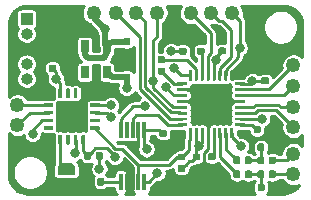
<source format=gbr>
G04 #@! TF.GenerationSoftware,KiCad,Pcbnew,(5.1.4)-1*
G04 #@! TF.CreationDate,2020-11-12T16:18:46-05:00*
G04 #@! TF.ProjectId,UniAmp,556e6941-6d70-42e6-9b69-6361645f7063,rev?*
G04 #@! TF.SameCoordinates,Original*
G04 #@! TF.FileFunction,Copper,L1,Top*
G04 #@! TF.FilePolarity,Positive*
%FSLAX46Y46*%
G04 Gerber Fmt 4.6, Leading zero omitted, Abs format (unit mm)*
G04 Created by KiCad (PCBNEW (5.1.4)-1) date 2020-11-12 16:18:46*
%MOMM*%
%LPD*%
G04 APERTURE LIST*
%ADD10C,0.100000*%
%ADD11C,0.590000*%
%ADD12C,0.500000*%
%ADD13R,1.000000X1.000000*%
%ADD14O,1.000000X1.000000*%
%ADD15C,1.250000*%
%ADD16C,2.700000*%
%ADD17C,0.300000*%
%ADD18C,3.100000*%
%ADD19C,0.250000*%
%ADD20R,0.650000X1.060000*%
%ADD21R,0.300000X1.400000*%
%ADD22C,0.800000*%
%ADD23C,0.250000*%
%ADD24C,0.500000*%
%ADD25C,0.254000*%
G04 APERTURE END LIST*
D10*
G36*
X113796958Y-73235710D02*
G01*
X113811276Y-73237834D01*
X113825317Y-73241351D01*
X113838946Y-73246228D01*
X113852031Y-73252417D01*
X113864447Y-73259858D01*
X113876073Y-73268481D01*
X113886798Y-73278202D01*
X113896519Y-73288927D01*
X113905142Y-73300553D01*
X113912583Y-73312969D01*
X113918772Y-73326054D01*
X113923649Y-73339683D01*
X113927166Y-73353724D01*
X113929290Y-73368042D01*
X113930000Y-73382500D01*
X113930000Y-73677500D01*
X113929290Y-73691958D01*
X113927166Y-73706276D01*
X113923649Y-73720317D01*
X113918772Y-73733946D01*
X113912583Y-73747031D01*
X113905142Y-73759447D01*
X113896519Y-73771073D01*
X113886798Y-73781798D01*
X113876073Y-73791519D01*
X113864447Y-73800142D01*
X113852031Y-73807583D01*
X113838946Y-73813772D01*
X113825317Y-73818649D01*
X113811276Y-73822166D01*
X113796958Y-73824290D01*
X113782500Y-73825000D01*
X113437500Y-73825000D01*
X113423042Y-73824290D01*
X113408724Y-73822166D01*
X113394683Y-73818649D01*
X113381054Y-73813772D01*
X113367969Y-73807583D01*
X113355553Y-73800142D01*
X113343927Y-73791519D01*
X113333202Y-73781798D01*
X113323481Y-73771073D01*
X113314858Y-73759447D01*
X113307417Y-73747031D01*
X113301228Y-73733946D01*
X113296351Y-73720317D01*
X113292834Y-73706276D01*
X113290710Y-73691958D01*
X113290000Y-73677500D01*
X113290000Y-73382500D01*
X113290710Y-73368042D01*
X113292834Y-73353724D01*
X113296351Y-73339683D01*
X113301228Y-73326054D01*
X113307417Y-73312969D01*
X113314858Y-73300553D01*
X113323481Y-73288927D01*
X113333202Y-73278202D01*
X113343927Y-73268481D01*
X113355553Y-73259858D01*
X113367969Y-73252417D01*
X113381054Y-73246228D01*
X113394683Y-73241351D01*
X113408724Y-73237834D01*
X113423042Y-73235710D01*
X113437500Y-73235000D01*
X113782500Y-73235000D01*
X113796958Y-73235710D01*
X113796958Y-73235710D01*
G37*
D11*
X113610000Y-73530000D03*
D10*
G36*
X113796958Y-74205710D02*
G01*
X113811276Y-74207834D01*
X113825317Y-74211351D01*
X113838946Y-74216228D01*
X113852031Y-74222417D01*
X113864447Y-74229858D01*
X113876073Y-74238481D01*
X113886798Y-74248202D01*
X113896519Y-74258927D01*
X113905142Y-74270553D01*
X113912583Y-74282969D01*
X113918772Y-74296054D01*
X113923649Y-74309683D01*
X113927166Y-74323724D01*
X113929290Y-74338042D01*
X113930000Y-74352500D01*
X113930000Y-74647500D01*
X113929290Y-74661958D01*
X113927166Y-74676276D01*
X113923649Y-74690317D01*
X113918772Y-74703946D01*
X113912583Y-74717031D01*
X113905142Y-74729447D01*
X113896519Y-74741073D01*
X113886798Y-74751798D01*
X113876073Y-74761519D01*
X113864447Y-74770142D01*
X113852031Y-74777583D01*
X113838946Y-74783772D01*
X113825317Y-74788649D01*
X113811276Y-74792166D01*
X113796958Y-74794290D01*
X113782500Y-74795000D01*
X113437500Y-74795000D01*
X113423042Y-74794290D01*
X113408724Y-74792166D01*
X113394683Y-74788649D01*
X113381054Y-74783772D01*
X113367969Y-74777583D01*
X113355553Y-74770142D01*
X113343927Y-74761519D01*
X113333202Y-74751798D01*
X113323481Y-74741073D01*
X113314858Y-74729447D01*
X113307417Y-74717031D01*
X113301228Y-74703946D01*
X113296351Y-74690317D01*
X113292834Y-74676276D01*
X113290710Y-74661958D01*
X113290000Y-74647500D01*
X113290000Y-74352500D01*
X113290710Y-74338042D01*
X113292834Y-74323724D01*
X113296351Y-74309683D01*
X113301228Y-74296054D01*
X113307417Y-74282969D01*
X113314858Y-74270553D01*
X113323481Y-74258927D01*
X113333202Y-74248202D01*
X113343927Y-74238481D01*
X113355553Y-74229858D01*
X113367969Y-74222417D01*
X113381054Y-74216228D01*
X113394683Y-74211351D01*
X113408724Y-74207834D01*
X113423042Y-74205710D01*
X113437500Y-74205000D01*
X113782500Y-74205000D01*
X113796958Y-74205710D01*
X113796958Y-74205710D01*
G37*
D11*
X113610000Y-74500000D03*
D10*
G36*
X123036958Y-73485710D02*
G01*
X123051276Y-73487834D01*
X123065317Y-73491351D01*
X123078946Y-73496228D01*
X123092031Y-73502417D01*
X123104447Y-73509858D01*
X123116073Y-73518481D01*
X123126798Y-73528202D01*
X123136519Y-73538927D01*
X123145142Y-73550553D01*
X123152583Y-73562969D01*
X123158772Y-73576054D01*
X123163649Y-73589683D01*
X123167166Y-73603724D01*
X123169290Y-73618042D01*
X123170000Y-73632500D01*
X123170000Y-73927500D01*
X123169290Y-73941958D01*
X123167166Y-73956276D01*
X123163649Y-73970317D01*
X123158772Y-73983946D01*
X123152583Y-73997031D01*
X123145142Y-74009447D01*
X123136519Y-74021073D01*
X123126798Y-74031798D01*
X123116073Y-74041519D01*
X123104447Y-74050142D01*
X123092031Y-74057583D01*
X123078946Y-74063772D01*
X123065317Y-74068649D01*
X123051276Y-74072166D01*
X123036958Y-74074290D01*
X123022500Y-74075000D01*
X122677500Y-74075000D01*
X122663042Y-74074290D01*
X122648724Y-74072166D01*
X122634683Y-74068649D01*
X122621054Y-74063772D01*
X122607969Y-74057583D01*
X122595553Y-74050142D01*
X122583927Y-74041519D01*
X122573202Y-74031798D01*
X122563481Y-74021073D01*
X122554858Y-74009447D01*
X122547417Y-73997031D01*
X122541228Y-73983946D01*
X122536351Y-73970317D01*
X122532834Y-73956276D01*
X122530710Y-73941958D01*
X122530000Y-73927500D01*
X122530000Y-73632500D01*
X122530710Y-73618042D01*
X122532834Y-73603724D01*
X122536351Y-73589683D01*
X122541228Y-73576054D01*
X122547417Y-73562969D01*
X122554858Y-73550553D01*
X122563481Y-73538927D01*
X122573202Y-73528202D01*
X122583927Y-73518481D01*
X122595553Y-73509858D01*
X122607969Y-73502417D01*
X122621054Y-73496228D01*
X122634683Y-73491351D01*
X122648724Y-73487834D01*
X122663042Y-73485710D01*
X122677500Y-73485000D01*
X123022500Y-73485000D01*
X123036958Y-73485710D01*
X123036958Y-73485710D01*
G37*
D11*
X122850000Y-73780000D03*
D10*
G36*
X123036958Y-74455710D02*
G01*
X123051276Y-74457834D01*
X123065317Y-74461351D01*
X123078946Y-74466228D01*
X123092031Y-74472417D01*
X123104447Y-74479858D01*
X123116073Y-74488481D01*
X123126798Y-74498202D01*
X123136519Y-74508927D01*
X123145142Y-74520553D01*
X123152583Y-74532969D01*
X123158772Y-74546054D01*
X123163649Y-74559683D01*
X123167166Y-74573724D01*
X123169290Y-74588042D01*
X123170000Y-74602500D01*
X123170000Y-74897500D01*
X123169290Y-74911958D01*
X123167166Y-74926276D01*
X123163649Y-74940317D01*
X123158772Y-74953946D01*
X123152583Y-74967031D01*
X123145142Y-74979447D01*
X123136519Y-74991073D01*
X123126798Y-75001798D01*
X123116073Y-75011519D01*
X123104447Y-75020142D01*
X123092031Y-75027583D01*
X123078946Y-75033772D01*
X123065317Y-75038649D01*
X123051276Y-75042166D01*
X123036958Y-75044290D01*
X123022500Y-75045000D01*
X122677500Y-75045000D01*
X122663042Y-75044290D01*
X122648724Y-75042166D01*
X122634683Y-75038649D01*
X122621054Y-75033772D01*
X122607969Y-75027583D01*
X122595553Y-75020142D01*
X122583927Y-75011519D01*
X122573202Y-75001798D01*
X122563481Y-74991073D01*
X122554858Y-74979447D01*
X122547417Y-74967031D01*
X122541228Y-74953946D01*
X122536351Y-74940317D01*
X122532834Y-74926276D01*
X122530710Y-74911958D01*
X122530000Y-74897500D01*
X122530000Y-74602500D01*
X122530710Y-74588042D01*
X122532834Y-74573724D01*
X122536351Y-74559683D01*
X122541228Y-74546054D01*
X122547417Y-74532969D01*
X122554858Y-74520553D01*
X122563481Y-74508927D01*
X122573202Y-74498202D01*
X122583927Y-74488481D01*
X122595553Y-74479858D01*
X122607969Y-74472417D01*
X122621054Y-74466228D01*
X122634683Y-74461351D01*
X122648724Y-74457834D01*
X122663042Y-74455710D01*
X122677500Y-74455000D01*
X123022500Y-74455000D01*
X123036958Y-74455710D01*
X123036958Y-74455710D01*
G37*
D11*
X122850000Y-74750000D03*
D10*
G36*
X124836958Y-72765710D02*
G01*
X124851276Y-72767834D01*
X124865317Y-72771351D01*
X124878946Y-72776228D01*
X124892031Y-72782417D01*
X124904447Y-72789858D01*
X124916073Y-72798481D01*
X124926798Y-72808202D01*
X124936519Y-72818927D01*
X124945142Y-72830553D01*
X124952583Y-72842969D01*
X124958772Y-72856054D01*
X124963649Y-72869683D01*
X124967166Y-72883724D01*
X124969290Y-72898042D01*
X124970000Y-72912500D01*
X124970000Y-73207500D01*
X124969290Y-73221958D01*
X124967166Y-73236276D01*
X124963649Y-73250317D01*
X124958772Y-73263946D01*
X124952583Y-73277031D01*
X124945142Y-73289447D01*
X124936519Y-73301073D01*
X124926798Y-73311798D01*
X124916073Y-73321519D01*
X124904447Y-73330142D01*
X124892031Y-73337583D01*
X124878946Y-73343772D01*
X124865317Y-73348649D01*
X124851276Y-73352166D01*
X124836958Y-73354290D01*
X124822500Y-73355000D01*
X124477500Y-73355000D01*
X124463042Y-73354290D01*
X124448724Y-73352166D01*
X124434683Y-73348649D01*
X124421054Y-73343772D01*
X124407969Y-73337583D01*
X124395553Y-73330142D01*
X124383927Y-73321519D01*
X124373202Y-73311798D01*
X124363481Y-73301073D01*
X124354858Y-73289447D01*
X124347417Y-73277031D01*
X124341228Y-73263946D01*
X124336351Y-73250317D01*
X124332834Y-73236276D01*
X124330710Y-73221958D01*
X124330000Y-73207500D01*
X124330000Y-72912500D01*
X124330710Y-72898042D01*
X124332834Y-72883724D01*
X124336351Y-72869683D01*
X124341228Y-72856054D01*
X124347417Y-72842969D01*
X124354858Y-72830553D01*
X124363481Y-72818927D01*
X124373202Y-72808202D01*
X124383927Y-72798481D01*
X124395553Y-72789858D01*
X124407969Y-72782417D01*
X124421054Y-72776228D01*
X124434683Y-72771351D01*
X124448724Y-72767834D01*
X124463042Y-72765710D01*
X124477500Y-72765000D01*
X124822500Y-72765000D01*
X124836958Y-72765710D01*
X124836958Y-72765710D01*
G37*
D11*
X124650000Y-73060000D03*
D10*
G36*
X124836958Y-71795710D02*
G01*
X124851276Y-71797834D01*
X124865317Y-71801351D01*
X124878946Y-71806228D01*
X124892031Y-71812417D01*
X124904447Y-71819858D01*
X124916073Y-71828481D01*
X124926798Y-71838202D01*
X124936519Y-71848927D01*
X124945142Y-71860553D01*
X124952583Y-71872969D01*
X124958772Y-71886054D01*
X124963649Y-71899683D01*
X124967166Y-71913724D01*
X124969290Y-71928042D01*
X124970000Y-71942500D01*
X124970000Y-72237500D01*
X124969290Y-72251958D01*
X124967166Y-72266276D01*
X124963649Y-72280317D01*
X124958772Y-72293946D01*
X124952583Y-72307031D01*
X124945142Y-72319447D01*
X124936519Y-72331073D01*
X124926798Y-72341798D01*
X124916073Y-72351519D01*
X124904447Y-72360142D01*
X124892031Y-72367583D01*
X124878946Y-72373772D01*
X124865317Y-72378649D01*
X124851276Y-72382166D01*
X124836958Y-72384290D01*
X124822500Y-72385000D01*
X124477500Y-72385000D01*
X124463042Y-72384290D01*
X124448724Y-72382166D01*
X124434683Y-72378649D01*
X124421054Y-72373772D01*
X124407969Y-72367583D01*
X124395553Y-72360142D01*
X124383927Y-72351519D01*
X124373202Y-72341798D01*
X124363481Y-72331073D01*
X124354858Y-72319447D01*
X124347417Y-72307031D01*
X124341228Y-72293946D01*
X124336351Y-72280317D01*
X124332834Y-72266276D01*
X124330710Y-72251958D01*
X124330000Y-72237500D01*
X124330000Y-71942500D01*
X124330710Y-71928042D01*
X124332834Y-71913724D01*
X124336351Y-71899683D01*
X124341228Y-71886054D01*
X124347417Y-71872969D01*
X124354858Y-71860553D01*
X124363481Y-71848927D01*
X124373202Y-71838202D01*
X124383927Y-71828481D01*
X124395553Y-71819858D01*
X124407969Y-71812417D01*
X124421054Y-71806228D01*
X124434683Y-71801351D01*
X124448724Y-71797834D01*
X124463042Y-71795710D01*
X124477500Y-71795000D01*
X124822500Y-71795000D01*
X124836958Y-71795710D01*
X124836958Y-71795710D01*
G37*
D11*
X124650000Y-72090000D03*
D10*
G36*
X125986958Y-81725710D02*
G01*
X126001276Y-81727834D01*
X126015317Y-81731351D01*
X126028946Y-81736228D01*
X126042031Y-81742417D01*
X126054447Y-81749858D01*
X126066073Y-81758481D01*
X126076798Y-81768202D01*
X126086519Y-81778927D01*
X126095142Y-81790553D01*
X126102583Y-81802969D01*
X126108772Y-81816054D01*
X126113649Y-81829683D01*
X126117166Y-81843724D01*
X126119290Y-81858042D01*
X126120000Y-81872500D01*
X126120000Y-82167500D01*
X126119290Y-82181958D01*
X126117166Y-82196276D01*
X126113649Y-82210317D01*
X126108772Y-82223946D01*
X126102583Y-82237031D01*
X126095142Y-82249447D01*
X126086519Y-82261073D01*
X126076798Y-82271798D01*
X126066073Y-82281519D01*
X126054447Y-82290142D01*
X126042031Y-82297583D01*
X126028946Y-82303772D01*
X126015317Y-82308649D01*
X126001276Y-82312166D01*
X125986958Y-82314290D01*
X125972500Y-82315000D01*
X125627500Y-82315000D01*
X125613042Y-82314290D01*
X125598724Y-82312166D01*
X125584683Y-82308649D01*
X125571054Y-82303772D01*
X125557969Y-82297583D01*
X125545553Y-82290142D01*
X125533927Y-82281519D01*
X125523202Y-82271798D01*
X125513481Y-82261073D01*
X125504858Y-82249447D01*
X125497417Y-82237031D01*
X125491228Y-82223946D01*
X125486351Y-82210317D01*
X125482834Y-82196276D01*
X125480710Y-82181958D01*
X125480000Y-82167500D01*
X125480000Y-81872500D01*
X125480710Y-81858042D01*
X125482834Y-81843724D01*
X125486351Y-81829683D01*
X125491228Y-81816054D01*
X125497417Y-81802969D01*
X125504858Y-81790553D01*
X125513481Y-81778927D01*
X125523202Y-81768202D01*
X125533927Y-81758481D01*
X125545553Y-81749858D01*
X125557969Y-81742417D01*
X125571054Y-81736228D01*
X125584683Y-81731351D01*
X125598724Y-81727834D01*
X125613042Y-81725710D01*
X125627500Y-81725000D01*
X125972500Y-81725000D01*
X125986958Y-81725710D01*
X125986958Y-81725710D01*
G37*
D11*
X125800000Y-82020000D03*
D10*
G36*
X125986958Y-82695710D02*
G01*
X126001276Y-82697834D01*
X126015317Y-82701351D01*
X126028946Y-82706228D01*
X126042031Y-82712417D01*
X126054447Y-82719858D01*
X126066073Y-82728481D01*
X126076798Y-82738202D01*
X126086519Y-82748927D01*
X126095142Y-82760553D01*
X126102583Y-82772969D01*
X126108772Y-82786054D01*
X126113649Y-82799683D01*
X126117166Y-82813724D01*
X126119290Y-82828042D01*
X126120000Y-82842500D01*
X126120000Y-83137500D01*
X126119290Y-83151958D01*
X126117166Y-83166276D01*
X126113649Y-83180317D01*
X126108772Y-83193946D01*
X126102583Y-83207031D01*
X126095142Y-83219447D01*
X126086519Y-83231073D01*
X126076798Y-83241798D01*
X126066073Y-83251519D01*
X126054447Y-83260142D01*
X126042031Y-83267583D01*
X126028946Y-83273772D01*
X126015317Y-83278649D01*
X126001276Y-83282166D01*
X125986958Y-83284290D01*
X125972500Y-83285000D01*
X125627500Y-83285000D01*
X125613042Y-83284290D01*
X125598724Y-83282166D01*
X125584683Y-83278649D01*
X125571054Y-83273772D01*
X125557969Y-83267583D01*
X125545553Y-83260142D01*
X125533927Y-83251519D01*
X125523202Y-83241798D01*
X125513481Y-83231073D01*
X125504858Y-83219447D01*
X125497417Y-83207031D01*
X125491228Y-83193946D01*
X125486351Y-83180317D01*
X125482834Y-83166276D01*
X125480710Y-83151958D01*
X125480000Y-83137500D01*
X125480000Y-82842500D01*
X125480710Y-82828042D01*
X125482834Y-82813724D01*
X125486351Y-82799683D01*
X125491228Y-82786054D01*
X125497417Y-82772969D01*
X125504858Y-82760553D01*
X125513481Y-82748927D01*
X125523202Y-82738202D01*
X125533927Y-82728481D01*
X125545553Y-82719858D01*
X125557969Y-82712417D01*
X125571054Y-82706228D01*
X125584683Y-82701351D01*
X125598724Y-82697834D01*
X125613042Y-82695710D01*
X125627500Y-82695000D01*
X125972500Y-82695000D01*
X125986958Y-82695710D01*
X125986958Y-82695710D01*
G37*
D11*
X125800000Y-82990000D03*
D10*
G36*
X126366958Y-72755710D02*
G01*
X126381276Y-72757834D01*
X126395317Y-72761351D01*
X126408946Y-72766228D01*
X126422031Y-72772417D01*
X126434447Y-72779858D01*
X126446073Y-72788481D01*
X126456798Y-72798202D01*
X126466519Y-72808927D01*
X126475142Y-72820553D01*
X126482583Y-72832969D01*
X126488772Y-72846054D01*
X126493649Y-72859683D01*
X126497166Y-72873724D01*
X126499290Y-72888042D01*
X126500000Y-72902500D01*
X126500000Y-73197500D01*
X126499290Y-73211958D01*
X126497166Y-73226276D01*
X126493649Y-73240317D01*
X126488772Y-73253946D01*
X126482583Y-73267031D01*
X126475142Y-73279447D01*
X126466519Y-73291073D01*
X126456798Y-73301798D01*
X126446073Y-73311519D01*
X126434447Y-73320142D01*
X126422031Y-73327583D01*
X126408946Y-73333772D01*
X126395317Y-73338649D01*
X126381276Y-73342166D01*
X126366958Y-73344290D01*
X126352500Y-73345000D01*
X126007500Y-73345000D01*
X125993042Y-73344290D01*
X125978724Y-73342166D01*
X125964683Y-73338649D01*
X125951054Y-73333772D01*
X125937969Y-73327583D01*
X125925553Y-73320142D01*
X125913927Y-73311519D01*
X125903202Y-73301798D01*
X125893481Y-73291073D01*
X125884858Y-73279447D01*
X125877417Y-73267031D01*
X125871228Y-73253946D01*
X125866351Y-73240317D01*
X125862834Y-73226276D01*
X125860710Y-73211958D01*
X125860000Y-73197500D01*
X125860000Y-72902500D01*
X125860710Y-72888042D01*
X125862834Y-72873724D01*
X125866351Y-72859683D01*
X125871228Y-72846054D01*
X125877417Y-72832969D01*
X125884858Y-72820553D01*
X125893481Y-72808927D01*
X125903202Y-72798202D01*
X125913927Y-72788481D01*
X125925553Y-72779858D01*
X125937969Y-72772417D01*
X125951054Y-72766228D01*
X125964683Y-72761351D01*
X125978724Y-72757834D01*
X125993042Y-72755710D01*
X126007500Y-72755000D01*
X126352500Y-72755000D01*
X126366958Y-72755710D01*
X126366958Y-72755710D01*
G37*
D11*
X126180000Y-73050000D03*
D10*
G36*
X126366958Y-71785710D02*
G01*
X126381276Y-71787834D01*
X126395317Y-71791351D01*
X126408946Y-71796228D01*
X126422031Y-71802417D01*
X126434447Y-71809858D01*
X126446073Y-71818481D01*
X126456798Y-71828202D01*
X126466519Y-71838927D01*
X126475142Y-71850553D01*
X126482583Y-71862969D01*
X126488772Y-71876054D01*
X126493649Y-71889683D01*
X126497166Y-71903724D01*
X126499290Y-71918042D01*
X126500000Y-71932500D01*
X126500000Y-72227500D01*
X126499290Y-72241958D01*
X126497166Y-72256276D01*
X126493649Y-72270317D01*
X126488772Y-72283946D01*
X126482583Y-72297031D01*
X126475142Y-72309447D01*
X126466519Y-72321073D01*
X126456798Y-72331798D01*
X126446073Y-72341519D01*
X126434447Y-72350142D01*
X126422031Y-72357583D01*
X126408946Y-72363772D01*
X126395317Y-72368649D01*
X126381276Y-72372166D01*
X126366958Y-72374290D01*
X126352500Y-72375000D01*
X126007500Y-72375000D01*
X125993042Y-72374290D01*
X125978724Y-72372166D01*
X125964683Y-72368649D01*
X125951054Y-72363772D01*
X125937969Y-72357583D01*
X125925553Y-72350142D01*
X125913927Y-72341519D01*
X125903202Y-72331798D01*
X125893481Y-72321073D01*
X125884858Y-72309447D01*
X125877417Y-72297031D01*
X125871228Y-72283946D01*
X125866351Y-72270317D01*
X125862834Y-72256276D01*
X125860710Y-72241958D01*
X125860000Y-72227500D01*
X125860000Y-71932500D01*
X125860710Y-71918042D01*
X125862834Y-71903724D01*
X125866351Y-71889683D01*
X125871228Y-71876054D01*
X125877417Y-71862969D01*
X125884858Y-71850553D01*
X125893481Y-71838927D01*
X125903202Y-71828202D01*
X125913927Y-71818481D01*
X125925553Y-71809858D01*
X125937969Y-71802417D01*
X125951054Y-71796228D01*
X125964683Y-71791351D01*
X125978724Y-71787834D01*
X125993042Y-71785710D01*
X126007500Y-71785000D01*
X126352500Y-71785000D01*
X126366958Y-71785710D01*
X126366958Y-71785710D01*
G37*
D11*
X126180000Y-72080000D03*
D10*
G36*
X128166958Y-71775710D02*
G01*
X128181276Y-71777834D01*
X128195317Y-71781351D01*
X128208946Y-71786228D01*
X128222031Y-71792417D01*
X128234447Y-71799858D01*
X128246073Y-71808481D01*
X128256798Y-71818202D01*
X128266519Y-71828927D01*
X128275142Y-71840553D01*
X128282583Y-71852969D01*
X128288772Y-71866054D01*
X128293649Y-71879683D01*
X128297166Y-71893724D01*
X128299290Y-71908042D01*
X128300000Y-71922500D01*
X128300000Y-72217500D01*
X128299290Y-72231958D01*
X128297166Y-72246276D01*
X128293649Y-72260317D01*
X128288772Y-72273946D01*
X128282583Y-72287031D01*
X128275142Y-72299447D01*
X128266519Y-72311073D01*
X128256798Y-72321798D01*
X128246073Y-72331519D01*
X128234447Y-72340142D01*
X128222031Y-72347583D01*
X128208946Y-72353772D01*
X128195317Y-72358649D01*
X128181276Y-72362166D01*
X128166958Y-72364290D01*
X128152500Y-72365000D01*
X127807500Y-72365000D01*
X127793042Y-72364290D01*
X127778724Y-72362166D01*
X127764683Y-72358649D01*
X127751054Y-72353772D01*
X127737969Y-72347583D01*
X127725553Y-72340142D01*
X127713927Y-72331519D01*
X127703202Y-72321798D01*
X127693481Y-72311073D01*
X127684858Y-72299447D01*
X127677417Y-72287031D01*
X127671228Y-72273946D01*
X127666351Y-72260317D01*
X127662834Y-72246276D01*
X127660710Y-72231958D01*
X127660000Y-72217500D01*
X127660000Y-71922500D01*
X127660710Y-71908042D01*
X127662834Y-71893724D01*
X127666351Y-71879683D01*
X127671228Y-71866054D01*
X127677417Y-71852969D01*
X127684858Y-71840553D01*
X127693481Y-71828927D01*
X127703202Y-71818202D01*
X127713927Y-71808481D01*
X127725553Y-71799858D01*
X127737969Y-71792417D01*
X127751054Y-71786228D01*
X127764683Y-71781351D01*
X127778724Y-71777834D01*
X127793042Y-71775710D01*
X127807500Y-71775000D01*
X128152500Y-71775000D01*
X128166958Y-71775710D01*
X128166958Y-71775710D01*
G37*
D11*
X127980000Y-72070000D03*
D10*
G36*
X128166958Y-72745710D02*
G01*
X128181276Y-72747834D01*
X128195317Y-72751351D01*
X128208946Y-72756228D01*
X128222031Y-72762417D01*
X128234447Y-72769858D01*
X128246073Y-72778481D01*
X128256798Y-72788202D01*
X128266519Y-72798927D01*
X128275142Y-72810553D01*
X128282583Y-72822969D01*
X128288772Y-72836054D01*
X128293649Y-72849683D01*
X128297166Y-72863724D01*
X128299290Y-72878042D01*
X128300000Y-72892500D01*
X128300000Y-73187500D01*
X128299290Y-73201958D01*
X128297166Y-73216276D01*
X128293649Y-73230317D01*
X128288772Y-73243946D01*
X128282583Y-73257031D01*
X128275142Y-73269447D01*
X128266519Y-73281073D01*
X128256798Y-73291798D01*
X128246073Y-73301519D01*
X128234447Y-73310142D01*
X128222031Y-73317583D01*
X128208946Y-73323772D01*
X128195317Y-73328649D01*
X128181276Y-73332166D01*
X128166958Y-73334290D01*
X128152500Y-73335000D01*
X127807500Y-73335000D01*
X127793042Y-73334290D01*
X127778724Y-73332166D01*
X127764683Y-73328649D01*
X127751054Y-73323772D01*
X127737969Y-73317583D01*
X127725553Y-73310142D01*
X127713927Y-73301519D01*
X127703202Y-73291798D01*
X127693481Y-73281073D01*
X127684858Y-73269447D01*
X127677417Y-73257031D01*
X127671228Y-73243946D01*
X127666351Y-73230317D01*
X127662834Y-73216276D01*
X127660710Y-73201958D01*
X127660000Y-73187500D01*
X127660000Y-72892500D01*
X127660710Y-72878042D01*
X127662834Y-72863724D01*
X127666351Y-72849683D01*
X127671228Y-72836054D01*
X127677417Y-72822969D01*
X127684858Y-72810553D01*
X127693481Y-72798927D01*
X127703202Y-72788202D01*
X127713927Y-72778481D01*
X127725553Y-72769858D01*
X127737969Y-72762417D01*
X127751054Y-72756228D01*
X127764683Y-72751351D01*
X127778724Y-72747834D01*
X127793042Y-72745710D01*
X127807500Y-72745000D01*
X128152500Y-72745000D01*
X128166958Y-72745710D01*
X128166958Y-72745710D01*
G37*
D11*
X127980000Y-73040000D03*
D10*
G36*
X127306958Y-82675710D02*
G01*
X127321276Y-82677834D01*
X127335317Y-82681351D01*
X127348946Y-82686228D01*
X127362031Y-82692417D01*
X127374447Y-82699858D01*
X127386073Y-82708481D01*
X127396798Y-82718202D01*
X127406519Y-82728927D01*
X127415142Y-82740553D01*
X127422583Y-82752969D01*
X127428772Y-82766054D01*
X127433649Y-82779683D01*
X127437166Y-82793724D01*
X127439290Y-82808042D01*
X127440000Y-82822500D01*
X127440000Y-83117500D01*
X127439290Y-83131958D01*
X127437166Y-83146276D01*
X127433649Y-83160317D01*
X127428772Y-83173946D01*
X127422583Y-83187031D01*
X127415142Y-83199447D01*
X127406519Y-83211073D01*
X127396798Y-83221798D01*
X127386073Y-83231519D01*
X127374447Y-83240142D01*
X127362031Y-83247583D01*
X127348946Y-83253772D01*
X127335317Y-83258649D01*
X127321276Y-83262166D01*
X127306958Y-83264290D01*
X127292500Y-83265000D01*
X126947500Y-83265000D01*
X126933042Y-83264290D01*
X126918724Y-83262166D01*
X126904683Y-83258649D01*
X126891054Y-83253772D01*
X126877969Y-83247583D01*
X126865553Y-83240142D01*
X126853927Y-83231519D01*
X126843202Y-83221798D01*
X126833481Y-83211073D01*
X126824858Y-83199447D01*
X126817417Y-83187031D01*
X126811228Y-83173946D01*
X126806351Y-83160317D01*
X126802834Y-83146276D01*
X126800710Y-83131958D01*
X126800000Y-83117500D01*
X126800000Y-82822500D01*
X126800710Y-82808042D01*
X126802834Y-82793724D01*
X126806351Y-82779683D01*
X126811228Y-82766054D01*
X126817417Y-82752969D01*
X126824858Y-82740553D01*
X126833481Y-82728927D01*
X126843202Y-82718202D01*
X126853927Y-82708481D01*
X126865553Y-82699858D01*
X126877969Y-82692417D01*
X126891054Y-82686228D01*
X126904683Y-82681351D01*
X126918724Y-82677834D01*
X126933042Y-82675710D01*
X126947500Y-82675000D01*
X127292500Y-82675000D01*
X127306958Y-82675710D01*
X127306958Y-82675710D01*
G37*
D11*
X127120000Y-82970000D03*
D10*
G36*
X127306958Y-81705710D02*
G01*
X127321276Y-81707834D01*
X127335317Y-81711351D01*
X127348946Y-81716228D01*
X127362031Y-81722417D01*
X127374447Y-81729858D01*
X127386073Y-81738481D01*
X127396798Y-81748202D01*
X127406519Y-81758927D01*
X127415142Y-81770553D01*
X127422583Y-81782969D01*
X127428772Y-81796054D01*
X127433649Y-81809683D01*
X127437166Y-81823724D01*
X127439290Y-81838042D01*
X127440000Y-81852500D01*
X127440000Y-82147500D01*
X127439290Y-82161958D01*
X127437166Y-82176276D01*
X127433649Y-82190317D01*
X127428772Y-82203946D01*
X127422583Y-82217031D01*
X127415142Y-82229447D01*
X127406519Y-82241073D01*
X127396798Y-82251798D01*
X127386073Y-82261519D01*
X127374447Y-82270142D01*
X127362031Y-82277583D01*
X127348946Y-82283772D01*
X127335317Y-82288649D01*
X127321276Y-82292166D01*
X127306958Y-82294290D01*
X127292500Y-82295000D01*
X126947500Y-82295000D01*
X126933042Y-82294290D01*
X126918724Y-82292166D01*
X126904683Y-82288649D01*
X126891054Y-82283772D01*
X126877969Y-82277583D01*
X126865553Y-82270142D01*
X126853927Y-82261519D01*
X126843202Y-82251798D01*
X126833481Y-82241073D01*
X126824858Y-82229447D01*
X126817417Y-82217031D01*
X126811228Y-82203946D01*
X126806351Y-82190317D01*
X126802834Y-82176276D01*
X126800710Y-82161958D01*
X126800000Y-82147500D01*
X126800000Y-81852500D01*
X126800710Y-81838042D01*
X126802834Y-81823724D01*
X126806351Y-81809683D01*
X126811228Y-81796054D01*
X126817417Y-81782969D01*
X126824858Y-81770553D01*
X126833481Y-81758927D01*
X126843202Y-81748202D01*
X126853927Y-81738481D01*
X126865553Y-81729858D01*
X126877969Y-81722417D01*
X126891054Y-81716228D01*
X126904683Y-81711351D01*
X126918724Y-81707834D01*
X126933042Y-81705710D01*
X126947500Y-81705000D01*
X127292500Y-81705000D01*
X127306958Y-81705710D01*
X127306958Y-81705710D01*
G37*
D11*
X127120000Y-82000000D03*
D10*
G36*
X131806958Y-74305710D02*
G01*
X131821276Y-74307834D01*
X131835317Y-74311351D01*
X131848946Y-74316228D01*
X131862031Y-74322417D01*
X131874447Y-74329858D01*
X131886073Y-74338481D01*
X131896798Y-74348202D01*
X131906519Y-74358927D01*
X131915142Y-74370553D01*
X131922583Y-74382969D01*
X131928772Y-74396054D01*
X131933649Y-74409683D01*
X131937166Y-74423724D01*
X131939290Y-74438042D01*
X131940000Y-74452500D01*
X131940000Y-74747500D01*
X131939290Y-74761958D01*
X131937166Y-74776276D01*
X131933649Y-74790317D01*
X131928772Y-74803946D01*
X131922583Y-74817031D01*
X131915142Y-74829447D01*
X131906519Y-74841073D01*
X131896798Y-74851798D01*
X131886073Y-74861519D01*
X131874447Y-74870142D01*
X131862031Y-74877583D01*
X131848946Y-74883772D01*
X131835317Y-74888649D01*
X131821276Y-74892166D01*
X131806958Y-74894290D01*
X131792500Y-74895000D01*
X131447500Y-74895000D01*
X131433042Y-74894290D01*
X131418724Y-74892166D01*
X131404683Y-74888649D01*
X131391054Y-74883772D01*
X131377969Y-74877583D01*
X131365553Y-74870142D01*
X131353927Y-74861519D01*
X131343202Y-74851798D01*
X131333481Y-74841073D01*
X131324858Y-74829447D01*
X131317417Y-74817031D01*
X131311228Y-74803946D01*
X131306351Y-74790317D01*
X131302834Y-74776276D01*
X131300710Y-74761958D01*
X131300000Y-74747500D01*
X131300000Y-74452500D01*
X131300710Y-74438042D01*
X131302834Y-74423724D01*
X131306351Y-74409683D01*
X131311228Y-74396054D01*
X131317417Y-74382969D01*
X131324858Y-74370553D01*
X131333481Y-74358927D01*
X131343202Y-74348202D01*
X131353927Y-74338481D01*
X131365553Y-74329858D01*
X131377969Y-74322417D01*
X131391054Y-74316228D01*
X131404683Y-74311351D01*
X131418724Y-74307834D01*
X131433042Y-74305710D01*
X131447500Y-74305000D01*
X131792500Y-74305000D01*
X131806958Y-74305710D01*
X131806958Y-74305710D01*
G37*
D11*
X131620000Y-74600000D03*
D10*
G36*
X131806958Y-75275710D02*
G01*
X131821276Y-75277834D01*
X131835317Y-75281351D01*
X131848946Y-75286228D01*
X131862031Y-75292417D01*
X131874447Y-75299858D01*
X131886073Y-75308481D01*
X131896798Y-75318202D01*
X131906519Y-75328927D01*
X131915142Y-75340553D01*
X131922583Y-75352969D01*
X131928772Y-75366054D01*
X131933649Y-75379683D01*
X131937166Y-75393724D01*
X131939290Y-75408042D01*
X131940000Y-75422500D01*
X131940000Y-75717500D01*
X131939290Y-75731958D01*
X131937166Y-75746276D01*
X131933649Y-75760317D01*
X131928772Y-75773946D01*
X131922583Y-75787031D01*
X131915142Y-75799447D01*
X131906519Y-75811073D01*
X131896798Y-75821798D01*
X131886073Y-75831519D01*
X131874447Y-75840142D01*
X131862031Y-75847583D01*
X131848946Y-75853772D01*
X131835317Y-75858649D01*
X131821276Y-75862166D01*
X131806958Y-75864290D01*
X131792500Y-75865000D01*
X131447500Y-75865000D01*
X131433042Y-75864290D01*
X131418724Y-75862166D01*
X131404683Y-75858649D01*
X131391054Y-75853772D01*
X131377969Y-75847583D01*
X131365553Y-75840142D01*
X131353927Y-75831519D01*
X131343202Y-75821798D01*
X131333481Y-75811073D01*
X131324858Y-75799447D01*
X131317417Y-75787031D01*
X131311228Y-75773946D01*
X131306351Y-75760317D01*
X131302834Y-75746276D01*
X131300710Y-75731958D01*
X131300000Y-75717500D01*
X131300000Y-75422500D01*
X131300710Y-75408042D01*
X131302834Y-75393724D01*
X131306351Y-75379683D01*
X131311228Y-75366054D01*
X131317417Y-75352969D01*
X131324858Y-75340553D01*
X131333481Y-75328927D01*
X131343202Y-75318202D01*
X131353927Y-75308481D01*
X131365553Y-75299858D01*
X131377969Y-75292417D01*
X131391054Y-75286228D01*
X131404683Y-75281351D01*
X131418724Y-75277834D01*
X131433042Y-75275710D01*
X131447500Y-75275000D01*
X131792500Y-75275000D01*
X131806958Y-75275710D01*
X131806958Y-75275710D01*
G37*
D11*
X131620000Y-75570000D03*
D10*
G36*
X131111958Y-79380710D02*
G01*
X131126276Y-79382834D01*
X131140317Y-79386351D01*
X131153946Y-79391228D01*
X131167031Y-79397417D01*
X131179447Y-79404858D01*
X131191073Y-79413481D01*
X131201798Y-79423202D01*
X131211519Y-79433927D01*
X131220142Y-79445553D01*
X131227583Y-79457969D01*
X131233772Y-79471054D01*
X131238649Y-79484683D01*
X131242166Y-79498724D01*
X131244290Y-79513042D01*
X131245000Y-79527500D01*
X131245000Y-79872500D01*
X131244290Y-79886958D01*
X131242166Y-79901276D01*
X131238649Y-79915317D01*
X131233772Y-79928946D01*
X131227583Y-79942031D01*
X131220142Y-79954447D01*
X131211519Y-79966073D01*
X131201798Y-79976798D01*
X131191073Y-79986519D01*
X131179447Y-79995142D01*
X131167031Y-80002583D01*
X131153946Y-80008772D01*
X131140317Y-80013649D01*
X131126276Y-80017166D01*
X131111958Y-80019290D01*
X131097500Y-80020000D01*
X130802500Y-80020000D01*
X130788042Y-80019290D01*
X130773724Y-80017166D01*
X130759683Y-80013649D01*
X130746054Y-80008772D01*
X130732969Y-80002583D01*
X130720553Y-79995142D01*
X130708927Y-79986519D01*
X130698202Y-79976798D01*
X130688481Y-79966073D01*
X130679858Y-79954447D01*
X130672417Y-79942031D01*
X130666228Y-79928946D01*
X130661351Y-79915317D01*
X130657834Y-79901276D01*
X130655710Y-79886958D01*
X130655000Y-79872500D01*
X130655000Y-79527500D01*
X130655710Y-79513042D01*
X130657834Y-79498724D01*
X130661351Y-79484683D01*
X130666228Y-79471054D01*
X130672417Y-79457969D01*
X130679858Y-79445553D01*
X130688481Y-79433927D01*
X130698202Y-79423202D01*
X130708927Y-79413481D01*
X130720553Y-79404858D01*
X130732969Y-79397417D01*
X130746054Y-79391228D01*
X130759683Y-79386351D01*
X130773724Y-79382834D01*
X130788042Y-79380710D01*
X130802500Y-79380000D01*
X131097500Y-79380000D01*
X131111958Y-79380710D01*
X131111958Y-79380710D01*
G37*
D11*
X130950000Y-79700000D03*
D10*
G36*
X132081958Y-79380710D02*
G01*
X132096276Y-79382834D01*
X132110317Y-79386351D01*
X132123946Y-79391228D01*
X132137031Y-79397417D01*
X132149447Y-79404858D01*
X132161073Y-79413481D01*
X132171798Y-79423202D01*
X132181519Y-79433927D01*
X132190142Y-79445553D01*
X132197583Y-79457969D01*
X132203772Y-79471054D01*
X132208649Y-79484683D01*
X132212166Y-79498724D01*
X132214290Y-79513042D01*
X132215000Y-79527500D01*
X132215000Y-79872500D01*
X132214290Y-79886958D01*
X132212166Y-79901276D01*
X132208649Y-79915317D01*
X132203772Y-79928946D01*
X132197583Y-79942031D01*
X132190142Y-79954447D01*
X132181519Y-79966073D01*
X132171798Y-79976798D01*
X132161073Y-79986519D01*
X132149447Y-79995142D01*
X132137031Y-80002583D01*
X132123946Y-80008772D01*
X132110317Y-80013649D01*
X132096276Y-80017166D01*
X132081958Y-80019290D01*
X132067500Y-80020000D01*
X131772500Y-80020000D01*
X131758042Y-80019290D01*
X131743724Y-80017166D01*
X131729683Y-80013649D01*
X131716054Y-80008772D01*
X131702969Y-80002583D01*
X131690553Y-79995142D01*
X131678927Y-79986519D01*
X131668202Y-79976798D01*
X131658481Y-79966073D01*
X131649858Y-79954447D01*
X131642417Y-79942031D01*
X131636228Y-79928946D01*
X131631351Y-79915317D01*
X131627834Y-79901276D01*
X131625710Y-79886958D01*
X131625000Y-79872500D01*
X131625000Y-79527500D01*
X131625710Y-79513042D01*
X131627834Y-79498724D01*
X131631351Y-79484683D01*
X131636228Y-79471054D01*
X131642417Y-79457969D01*
X131649858Y-79445553D01*
X131658481Y-79433927D01*
X131668202Y-79423202D01*
X131678927Y-79413481D01*
X131690553Y-79404858D01*
X131702969Y-79397417D01*
X131716054Y-79391228D01*
X131729683Y-79386351D01*
X131743724Y-79382834D01*
X131758042Y-79380710D01*
X131772500Y-79380000D01*
X132067500Y-79380000D01*
X132081958Y-79380710D01*
X132081958Y-79380710D01*
G37*
D11*
X131920000Y-79700000D03*
D10*
G36*
X129371958Y-81970710D02*
G01*
X129386276Y-81972834D01*
X129400317Y-81976351D01*
X129413946Y-81981228D01*
X129427031Y-81987417D01*
X129439447Y-81994858D01*
X129451073Y-82003481D01*
X129461798Y-82013202D01*
X129471519Y-82023927D01*
X129480142Y-82035553D01*
X129487583Y-82047969D01*
X129493772Y-82061054D01*
X129498649Y-82074683D01*
X129502166Y-82088724D01*
X129504290Y-82103042D01*
X129505000Y-82117500D01*
X129505000Y-82462500D01*
X129504290Y-82476958D01*
X129502166Y-82491276D01*
X129498649Y-82505317D01*
X129493772Y-82518946D01*
X129487583Y-82532031D01*
X129480142Y-82544447D01*
X129471519Y-82556073D01*
X129461798Y-82566798D01*
X129451073Y-82576519D01*
X129439447Y-82585142D01*
X129427031Y-82592583D01*
X129413946Y-82598772D01*
X129400317Y-82603649D01*
X129386276Y-82607166D01*
X129371958Y-82609290D01*
X129357500Y-82610000D01*
X129062500Y-82610000D01*
X129048042Y-82609290D01*
X129033724Y-82607166D01*
X129019683Y-82603649D01*
X129006054Y-82598772D01*
X128992969Y-82592583D01*
X128980553Y-82585142D01*
X128968927Y-82576519D01*
X128958202Y-82566798D01*
X128948481Y-82556073D01*
X128939858Y-82544447D01*
X128932417Y-82532031D01*
X128926228Y-82518946D01*
X128921351Y-82505317D01*
X128917834Y-82491276D01*
X128915710Y-82476958D01*
X128915000Y-82462500D01*
X128915000Y-82117500D01*
X128915710Y-82103042D01*
X128917834Y-82088724D01*
X128921351Y-82074683D01*
X128926228Y-82061054D01*
X128932417Y-82047969D01*
X128939858Y-82035553D01*
X128948481Y-82023927D01*
X128958202Y-82013202D01*
X128968927Y-82003481D01*
X128980553Y-81994858D01*
X128992969Y-81987417D01*
X129006054Y-81981228D01*
X129019683Y-81976351D01*
X129033724Y-81972834D01*
X129048042Y-81970710D01*
X129062500Y-81970000D01*
X129357500Y-81970000D01*
X129371958Y-81970710D01*
X129371958Y-81970710D01*
G37*
D11*
X129210000Y-82290000D03*
D10*
G36*
X130341958Y-81970710D02*
G01*
X130356276Y-81972834D01*
X130370317Y-81976351D01*
X130383946Y-81981228D01*
X130397031Y-81987417D01*
X130409447Y-81994858D01*
X130421073Y-82003481D01*
X130431798Y-82013202D01*
X130441519Y-82023927D01*
X130450142Y-82035553D01*
X130457583Y-82047969D01*
X130463772Y-82061054D01*
X130468649Y-82074683D01*
X130472166Y-82088724D01*
X130474290Y-82103042D01*
X130475000Y-82117500D01*
X130475000Y-82462500D01*
X130474290Y-82476958D01*
X130472166Y-82491276D01*
X130468649Y-82505317D01*
X130463772Y-82518946D01*
X130457583Y-82532031D01*
X130450142Y-82544447D01*
X130441519Y-82556073D01*
X130431798Y-82566798D01*
X130421073Y-82576519D01*
X130409447Y-82585142D01*
X130397031Y-82592583D01*
X130383946Y-82598772D01*
X130370317Y-82603649D01*
X130356276Y-82607166D01*
X130341958Y-82609290D01*
X130327500Y-82610000D01*
X130032500Y-82610000D01*
X130018042Y-82609290D01*
X130003724Y-82607166D01*
X129989683Y-82603649D01*
X129976054Y-82598772D01*
X129962969Y-82592583D01*
X129950553Y-82585142D01*
X129938927Y-82576519D01*
X129928202Y-82566798D01*
X129918481Y-82556073D01*
X129909858Y-82544447D01*
X129902417Y-82532031D01*
X129896228Y-82518946D01*
X129891351Y-82505317D01*
X129887834Y-82491276D01*
X129885710Y-82476958D01*
X129885000Y-82462500D01*
X129885000Y-82117500D01*
X129885710Y-82103042D01*
X129887834Y-82088724D01*
X129891351Y-82074683D01*
X129896228Y-82061054D01*
X129902417Y-82047969D01*
X129909858Y-82035553D01*
X129918481Y-82023927D01*
X129928202Y-82013202D01*
X129938927Y-82003481D01*
X129950553Y-81994858D01*
X129962969Y-81987417D01*
X129976054Y-81981228D01*
X129989683Y-81976351D01*
X130003724Y-81972834D01*
X130018042Y-81970710D01*
X130032500Y-81970000D01*
X130327500Y-81970000D01*
X130341958Y-81970710D01*
X130341958Y-81970710D01*
G37*
D11*
X130180000Y-82290000D03*
D10*
G36*
X130371958Y-83160710D02*
G01*
X130386276Y-83162834D01*
X130400317Y-83166351D01*
X130413946Y-83171228D01*
X130427031Y-83177417D01*
X130439447Y-83184858D01*
X130451073Y-83193481D01*
X130461798Y-83203202D01*
X130471519Y-83213927D01*
X130480142Y-83225553D01*
X130487583Y-83237969D01*
X130493772Y-83251054D01*
X130498649Y-83264683D01*
X130502166Y-83278724D01*
X130504290Y-83293042D01*
X130505000Y-83307500D01*
X130505000Y-83652500D01*
X130504290Y-83666958D01*
X130502166Y-83681276D01*
X130498649Y-83695317D01*
X130493772Y-83708946D01*
X130487583Y-83722031D01*
X130480142Y-83734447D01*
X130471519Y-83746073D01*
X130461798Y-83756798D01*
X130451073Y-83766519D01*
X130439447Y-83775142D01*
X130427031Y-83782583D01*
X130413946Y-83788772D01*
X130400317Y-83793649D01*
X130386276Y-83797166D01*
X130371958Y-83799290D01*
X130357500Y-83800000D01*
X130062500Y-83800000D01*
X130048042Y-83799290D01*
X130033724Y-83797166D01*
X130019683Y-83793649D01*
X130006054Y-83788772D01*
X129992969Y-83782583D01*
X129980553Y-83775142D01*
X129968927Y-83766519D01*
X129958202Y-83756798D01*
X129948481Y-83746073D01*
X129939858Y-83734447D01*
X129932417Y-83722031D01*
X129926228Y-83708946D01*
X129921351Y-83695317D01*
X129917834Y-83681276D01*
X129915710Y-83666958D01*
X129915000Y-83652500D01*
X129915000Y-83307500D01*
X129915710Y-83293042D01*
X129917834Y-83278724D01*
X129921351Y-83264683D01*
X129926228Y-83251054D01*
X129932417Y-83237969D01*
X129939858Y-83225553D01*
X129948481Y-83213927D01*
X129958202Y-83203202D01*
X129968927Y-83193481D01*
X129980553Y-83184858D01*
X129992969Y-83177417D01*
X130006054Y-83171228D01*
X130019683Y-83166351D01*
X130033724Y-83162834D01*
X130048042Y-83160710D01*
X130062500Y-83160000D01*
X130357500Y-83160000D01*
X130371958Y-83160710D01*
X130371958Y-83160710D01*
G37*
D11*
X130210000Y-83480000D03*
D10*
G36*
X129401958Y-83160710D02*
G01*
X129416276Y-83162834D01*
X129430317Y-83166351D01*
X129443946Y-83171228D01*
X129457031Y-83177417D01*
X129469447Y-83184858D01*
X129481073Y-83193481D01*
X129491798Y-83203202D01*
X129501519Y-83213927D01*
X129510142Y-83225553D01*
X129517583Y-83237969D01*
X129523772Y-83251054D01*
X129528649Y-83264683D01*
X129532166Y-83278724D01*
X129534290Y-83293042D01*
X129535000Y-83307500D01*
X129535000Y-83652500D01*
X129534290Y-83666958D01*
X129532166Y-83681276D01*
X129528649Y-83695317D01*
X129523772Y-83708946D01*
X129517583Y-83722031D01*
X129510142Y-83734447D01*
X129501519Y-83746073D01*
X129491798Y-83756798D01*
X129481073Y-83766519D01*
X129469447Y-83775142D01*
X129457031Y-83782583D01*
X129443946Y-83788772D01*
X129430317Y-83793649D01*
X129416276Y-83797166D01*
X129401958Y-83799290D01*
X129387500Y-83800000D01*
X129092500Y-83800000D01*
X129078042Y-83799290D01*
X129063724Y-83797166D01*
X129049683Y-83793649D01*
X129036054Y-83788772D01*
X129022969Y-83782583D01*
X129010553Y-83775142D01*
X128998927Y-83766519D01*
X128988202Y-83756798D01*
X128978481Y-83746073D01*
X128969858Y-83734447D01*
X128962417Y-83722031D01*
X128956228Y-83708946D01*
X128951351Y-83695317D01*
X128947834Y-83681276D01*
X128945710Y-83666958D01*
X128945000Y-83652500D01*
X128945000Y-83307500D01*
X128945710Y-83293042D01*
X128947834Y-83278724D01*
X128951351Y-83264683D01*
X128956228Y-83251054D01*
X128962417Y-83237969D01*
X128969858Y-83225553D01*
X128978481Y-83213927D01*
X128988202Y-83203202D01*
X128998927Y-83193481D01*
X129010553Y-83184858D01*
X129022969Y-83177417D01*
X129036054Y-83171228D01*
X129049683Y-83166351D01*
X129063724Y-83162834D01*
X129078042Y-83160710D01*
X129092500Y-83160000D01*
X129387500Y-83160000D01*
X129401958Y-83160710D01*
X129401958Y-83160710D01*
G37*
D11*
X129240000Y-83480000D03*
D10*
G36*
X120086958Y-72925710D02*
G01*
X120101276Y-72927834D01*
X120115317Y-72931351D01*
X120128946Y-72936228D01*
X120142031Y-72942417D01*
X120154447Y-72949858D01*
X120166073Y-72958481D01*
X120176798Y-72968202D01*
X120186519Y-72978927D01*
X120195142Y-72990553D01*
X120202583Y-73002969D01*
X120208772Y-73016054D01*
X120213649Y-73029683D01*
X120217166Y-73043724D01*
X120219290Y-73058042D01*
X120220000Y-73072500D01*
X120220000Y-73367500D01*
X120219290Y-73381958D01*
X120217166Y-73396276D01*
X120213649Y-73410317D01*
X120208772Y-73423946D01*
X120202583Y-73437031D01*
X120195142Y-73449447D01*
X120186519Y-73461073D01*
X120176798Y-73471798D01*
X120166073Y-73481519D01*
X120154447Y-73490142D01*
X120142031Y-73497583D01*
X120128946Y-73503772D01*
X120115317Y-73508649D01*
X120101276Y-73512166D01*
X120086958Y-73514290D01*
X120072500Y-73515000D01*
X119727500Y-73515000D01*
X119713042Y-73514290D01*
X119698724Y-73512166D01*
X119684683Y-73508649D01*
X119671054Y-73503772D01*
X119657969Y-73497583D01*
X119645553Y-73490142D01*
X119633927Y-73481519D01*
X119623202Y-73471798D01*
X119613481Y-73461073D01*
X119604858Y-73449447D01*
X119597417Y-73437031D01*
X119591228Y-73423946D01*
X119586351Y-73410317D01*
X119582834Y-73396276D01*
X119580710Y-73381958D01*
X119580000Y-73367500D01*
X119580000Y-73072500D01*
X119580710Y-73058042D01*
X119582834Y-73043724D01*
X119586351Y-73029683D01*
X119591228Y-73016054D01*
X119597417Y-73002969D01*
X119604858Y-72990553D01*
X119613481Y-72978927D01*
X119623202Y-72968202D01*
X119633927Y-72958481D01*
X119645553Y-72949858D01*
X119657969Y-72942417D01*
X119671054Y-72936228D01*
X119684683Y-72931351D01*
X119698724Y-72927834D01*
X119713042Y-72925710D01*
X119727500Y-72925000D01*
X120072500Y-72925000D01*
X120086958Y-72925710D01*
X120086958Y-72925710D01*
G37*
D11*
X119900000Y-73220000D03*
D10*
G36*
X120086958Y-71955710D02*
G01*
X120101276Y-71957834D01*
X120115317Y-71961351D01*
X120128946Y-71966228D01*
X120142031Y-71972417D01*
X120154447Y-71979858D01*
X120166073Y-71988481D01*
X120176798Y-71998202D01*
X120186519Y-72008927D01*
X120195142Y-72020553D01*
X120202583Y-72032969D01*
X120208772Y-72046054D01*
X120213649Y-72059683D01*
X120217166Y-72073724D01*
X120219290Y-72088042D01*
X120220000Y-72102500D01*
X120220000Y-72397500D01*
X120219290Y-72411958D01*
X120217166Y-72426276D01*
X120213649Y-72440317D01*
X120208772Y-72453946D01*
X120202583Y-72467031D01*
X120195142Y-72479447D01*
X120186519Y-72491073D01*
X120176798Y-72501798D01*
X120166073Y-72511519D01*
X120154447Y-72520142D01*
X120142031Y-72527583D01*
X120128946Y-72533772D01*
X120115317Y-72538649D01*
X120101276Y-72542166D01*
X120086958Y-72544290D01*
X120072500Y-72545000D01*
X119727500Y-72545000D01*
X119713042Y-72544290D01*
X119698724Y-72542166D01*
X119684683Y-72538649D01*
X119671054Y-72533772D01*
X119657969Y-72527583D01*
X119645553Y-72520142D01*
X119633927Y-72511519D01*
X119623202Y-72501798D01*
X119613481Y-72491073D01*
X119604858Y-72479447D01*
X119597417Y-72467031D01*
X119591228Y-72453946D01*
X119586351Y-72440317D01*
X119582834Y-72426276D01*
X119580710Y-72411958D01*
X119580000Y-72397500D01*
X119580000Y-72102500D01*
X119580710Y-72088042D01*
X119582834Y-72073724D01*
X119586351Y-72059683D01*
X119591228Y-72046054D01*
X119597417Y-72032969D01*
X119604858Y-72020553D01*
X119613481Y-72008927D01*
X119623202Y-71998202D01*
X119633927Y-71988481D01*
X119645553Y-71979858D01*
X119657969Y-71972417D01*
X119671054Y-71966228D01*
X119684683Y-71961351D01*
X119698724Y-71957834D01*
X119713042Y-71955710D01*
X119727500Y-71955000D01*
X120072500Y-71955000D01*
X120086958Y-71955710D01*
X120086958Y-71955710D01*
G37*
D11*
X119900000Y-72250000D03*
D10*
G36*
X120076958Y-74955710D02*
G01*
X120091276Y-74957834D01*
X120105317Y-74961351D01*
X120118946Y-74966228D01*
X120132031Y-74972417D01*
X120144447Y-74979858D01*
X120156073Y-74988481D01*
X120166798Y-74998202D01*
X120176519Y-75008927D01*
X120185142Y-75020553D01*
X120192583Y-75032969D01*
X120198772Y-75046054D01*
X120203649Y-75059683D01*
X120207166Y-75073724D01*
X120209290Y-75088042D01*
X120210000Y-75102500D01*
X120210000Y-75397500D01*
X120209290Y-75411958D01*
X120207166Y-75426276D01*
X120203649Y-75440317D01*
X120198772Y-75453946D01*
X120192583Y-75467031D01*
X120185142Y-75479447D01*
X120176519Y-75491073D01*
X120166798Y-75501798D01*
X120156073Y-75511519D01*
X120144447Y-75520142D01*
X120132031Y-75527583D01*
X120118946Y-75533772D01*
X120105317Y-75538649D01*
X120091276Y-75542166D01*
X120076958Y-75544290D01*
X120062500Y-75545000D01*
X119717500Y-75545000D01*
X119703042Y-75544290D01*
X119688724Y-75542166D01*
X119674683Y-75538649D01*
X119661054Y-75533772D01*
X119647969Y-75527583D01*
X119635553Y-75520142D01*
X119623927Y-75511519D01*
X119613202Y-75501798D01*
X119603481Y-75491073D01*
X119594858Y-75479447D01*
X119587417Y-75467031D01*
X119581228Y-75453946D01*
X119576351Y-75440317D01*
X119572834Y-75426276D01*
X119570710Y-75411958D01*
X119570000Y-75397500D01*
X119570000Y-75102500D01*
X119570710Y-75088042D01*
X119572834Y-75073724D01*
X119576351Y-75059683D01*
X119581228Y-75046054D01*
X119587417Y-75032969D01*
X119594858Y-75020553D01*
X119603481Y-75008927D01*
X119613202Y-74998202D01*
X119623927Y-74988481D01*
X119635553Y-74979858D01*
X119647969Y-74972417D01*
X119661054Y-74966228D01*
X119674683Y-74961351D01*
X119688724Y-74957834D01*
X119703042Y-74955710D01*
X119717500Y-74955000D01*
X120062500Y-74955000D01*
X120076958Y-74955710D01*
X120076958Y-74955710D01*
G37*
D11*
X119890000Y-75250000D03*
D10*
G36*
X120076958Y-73985710D02*
G01*
X120091276Y-73987834D01*
X120105317Y-73991351D01*
X120118946Y-73996228D01*
X120132031Y-74002417D01*
X120144447Y-74009858D01*
X120156073Y-74018481D01*
X120166798Y-74028202D01*
X120176519Y-74038927D01*
X120185142Y-74050553D01*
X120192583Y-74062969D01*
X120198772Y-74076054D01*
X120203649Y-74089683D01*
X120207166Y-74103724D01*
X120209290Y-74118042D01*
X120210000Y-74132500D01*
X120210000Y-74427500D01*
X120209290Y-74441958D01*
X120207166Y-74456276D01*
X120203649Y-74470317D01*
X120198772Y-74483946D01*
X120192583Y-74497031D01*
X120185142Y-74509447D01*
X120176519Y-74521073D01*
X120166798Y-74531798D01*
X120156073Y-74541519D01*
X120144447Y-74550142D01*
X120132031Y-74557583D01*
X120118946Y-74563772D01*
X120105317Y-74568649D01*
X120091276Y-74572166D01*
X120076958Y-74574290D01*
X120062500Y-74575000D01*
X119717500Y-74575000D01*
X119703042Y-74574290D01*
X119688724Y-74572166D01*
X119674683Y-74568649D01*
X119661054Y-74563772D01*
X119647969Y-74557583D01*
X119635553Y-74550142D01*
X119623927Y-74541519D01*
X119613202Y-74531798D01*
X119603481Y-74521073D01*
X119594858Y-74509447D01*
X119587417Y-74497031D01*
X119581228Y-74483946D01*
X119576351Y-74470317D01*
X119572834Y-74456276D01*
X119570710Y-74441958D01*
X119570000Y-74427500D01*
X119570000Y-74132500D01*
X119570710Y-74118042D01*
X119572834Y-74103724D01*
X119576351Y-74089683D01*
X119581228Y-74076054D01*
X119587417Y-74062969D01*
X119594858Y-74050553D01*
X119603481Y-74038927D01*
X119613202Y-74028202D01*
X119623927Y-74018481D01*
X119635553Y-74009858D01*
X119647969Y-74002417D01*
X119661054Y-73996228D01*
X119674683Y-73991351D01*
X119688724Y-73987834D01*
X119703042Y-73985710D01*
X119717500Y-73985000D01*
X120062500Y-73985000D01*
X120076958Y-73985710D01*
X120076958Y-73985710D01*
G37*
D11*
X119890000Y-74280000D03*
D10*
G36*
X117861958Y-83800710D02*
G01*
X117876276Y-83802834D01*
X117890317Y-83806351D01*
X117903946Y-83811228D01*
X117917031Y-83817417D01*
X117929447Y-83824858D01*
X117941073Y-83833481D01*
X117951798Y-83843202D01*
X117961519Y-83853927D01*
X117970142Y-83865553D01*
X117977583Y-83877969D01*
X117983772Y-83891054D01*
X117988649Y-83904683D01*
X117992166Y-83918724D01*
X117994290Y-83933042D01*
X117995000Y-83947500D01*
X117995000Y-84292500D01*
X117994290Y-84306958D01*
X117992166Y-84321276D01*
X117988649Y-84335317D01*
X117983772Y-84348946D01*
X117977583Y-84362031D01*
X117970142Y-84374447D01*
X117961519Y-84386073D01*
X117951798Y-84396798D01*
X117941073Y-84406519D01*
X117929447Y-84415142D01*
X117917031Y-84422583D01*
X117903946Y-84428772D01*
X117890317Y-84433649D01*
X117876276Y-84437166D01*
X117861958Y-84439290D01*
X117847500Y-84440000D01*
X117552500Y-84440000D01*
X117538042Y-84439290D01*
X117523724Y-84437166D01*
X117509683Y-84433649D01*
X117496054Y-84428772D01*
X117482969Y-84422583D01*
X117470553Y-84415142D01*
X117458927Y-84406519D01*
X117448202Y-84396798D01*
X117438481Y-84386073D01*
X117429858Y-84374447D01*
X117422417Y-84362031D01*
X117416228Y-84348946D01*
X117411351Y-84335317D01*
X117407834Y-84321276D01*
X117405710Y-84306958D01*
X117405000Y-84292500D01*
X117405000Y-83947500D01*
X117405710Y-83933042D01*
X117407834Y-83918724D01*
X117411351Y-83904683D01*
X117416228Y-83891054D01*
X117422417Y-83877969D01*
X117429858Y-83865553D01*
X117438481Y-83853927D01*
X117448202Y-83843202D01*
X117458927Y-83833481D01*
X117470553Y-83824858D01*
X117482969Y-83817417D01*
X117496054Y-83811228D01*
X117509683Y-83806351D01*
X117523724Y-83802834D01*
X117538042Y-83800710D01*
X117552500Y-83800000D01*
X117847500Y-83800000D01*
X117861958Y-83800710D01*
X117861958Y-83800710D01*
G37*
D11*
X117700000Y-84120000D03*
D10*
G36*
X116891958Y-83800710D02*
G01*
X116906276Y-83802834D01*
X116920317Y-83806351D01*
X116933946Y-83811228D01*
X116947031Y-83817417D01*
X116959447Y-83824858D01*
X116971073Y-83833481D01*
X116981798Y-83843202D01*
X116991519Y-83853927D01*
X117000142Y-83865553D01*
X117007583Y-83877969D01*
X117013772Y-83891054D01*
X117018649Y-83904683D01*
X117022166Y-83918724D01*
X117024290Y-83933042D01*
X117025000Y-83947500D01*
X117025000Y-84292500D01*
X117024290Y-84306958D01*
X117022166Y-84321276D01*
X117018649Y-84335317D01*
X117013772Y-84348946D01*
X117007583Y-84362031D01*
X117000142Y-84374447D01*
X116991519Y-84386073D01*
X116981798Y-84396798D01*
X116971073Y-84406519D01*
X116959447Y-84415142D01*
X116947031Y-84422583D01*
X116933946Y-84428772D01*
X116920317Y-84433649D01*
X116906276Y-84437166D01*
X116891958Y-84439290D01*
X116877500Y-84440000D01*
X116582500Y-84440000D01*
X116568042Y-84439290D01*
X116553724Y-84437166D01*
X116539683Y-84433649D01*
X116526054Y-84428772D01*
X116512969Y-84422583D01*
X116500553Y-84415142D01*
X116488927Y-84406519D01*
X116478202Y-84396798D01*
X116468481Y-84386073D01*
X116459858Y-84374447D01*
X116452417Y-84362031D01*
X116446228Y-84348946D01*
X116441351Y-84335317D01*
X116437834Y-84321276D01*
X116435710Y-84306958D01*
X116435000Y-84292500D01*
X116435000Y-83947500D01*
X116435710Y-83933042D01*
X116437834Y-83918724D01*
X116441351Y-83904683D01*
X116446228Y-83891054D01*
X116452417Y-83877969D01*
X116459858Y-83865553D01*
X116468481Y-83853927D01*
X116478202Y-83843202D01*
X116488927Y-83833481D01*
X116500553Y-83824858D01*
X116512969Y-83817417D01*
X116526054Y-83811228D01*
X116539683Y-83806351D01*
X116553724Y-83802834D01*
X116568042Y-83800710D01*
X116582500Y-83800000D01*
X116877500Y-83800000D01*
X116891958Y-83800710D01*
X116891958Y-83800710D01*
G37*
D11*
X116730000Y-84120000D03*
D10*
G36*
X123176958Y-79735710D02*
G01*
X123191276Y-79737834D01*
X123205317Y-79741351D01*
X123218946Y-79746228D01*
X123232031Y-79752417D01*
X123244447Y-79759858D01*
X123256073Y-79768481D01*
X123266798Y-79778202D01*
X123276519Y-79788927D01*
X123285142Y-79800553D01*
X123292583Y-79812969D01*
X123298772Y-79826054D01*
X123303649Y-79839683D01*
X123307166Y-79853724D01*
X123309290Y-79868042D01*
X123310000Y-79882500D01*
X123310000Y-80177500D01*
X123309290Y-80191958D01*
X123307166Y-80206276D01*
X123303649Y-80220317D01*
X123298772Y-80233946D01*
X123292583Y-80247031D01*
X123285142Y-80259447D01*
X123276519Y-80271073D01*
X123266798Y-80281798D01*
X123256073Y-80291519D01*
X123244447Y-80300142D01*
X123232031Y-80307583D01*
X123218946Y-80313772D01*
X123205317Y-80318649D01*
X123191276Y-80322166D01*
X123176958Y-80324290D01*
X123162500Y-80325000D01*
X122817500Y-80325000D01*
X122803042Y-80324290D01*
X122788724Y-80322166D01*
X122774683Y-80318649D01*
X122761054Y-80313772D01*
X122747969Y-80307583D01*
X122735553Y-80300142D01*
X122723927Y-80291519D01*
X122713202Y-80281798D01*
X122703481Y-80271073D01*
X122694858Y-80259447D01*
X122687417Y-80247031D01*
X122681228Y-80233946D01*
X122676351Y-80220317D01*
X122672834Y-80206276D01*
X122670710Y-80191958D01*
X122670000Y-80177500D01*
X122670000Y-79882500D01*
X122670710Y-79868042D01*
X122672834Y-79853724D01*
X122676351Y-79839683D01*
X122681228Y-79826054D01*
X122687417Y-79812969D01*
X122694858Y-79800553D01*
X122703481Y-79788927D01*
X122713202Y-79778202D01*
X122723927Y-79768481D01*
X122735553Y-79759858D01*
X122747969Y-79752417D01*
X122761054Y-79746228D01*
X122774683Y-79741351D01*
X122788724Y-79737834D01*
X122803042Y-79735710D01*
X122817500Y-79735000D01*
X123162500Y-79735000D01*
X123176958Y-79735710D01*
X123176958Y-79735710D01*
G37*
D11*
X122990000Y-80030000D03*
D10*
G36*
X123176958Y-80705710D02*
G01*
X123191276Y-80707834D01*
X123205317Y-80711351D01*
X123218946Y-80716228D01*
X123232031Y-80722417D01*
X123244447Y-80729858D01*
X123256073Y-80738481D01*
X123266798Y-80748202D01*
X123276519Y-80758927D01*
X123285142Y-80770553D01*
X123292583Y-80782969D01*
X123298772Y-80796054D01*
X123303649Y-80809683D01*
X123307166Y-80823724D01*
X123309290Y-80838042D01*
X123310000Y-80852500D01*
X123310000Y-81147500D01*
X123309290Y-81161958D01*
X123307166Y-81176276D01*
X123303649Y-81190317D01*
X123298772Y-81203946D01*
X123292583Y-81217031D01*
X123285142Y-81229447D01*
X123276519Y-81241073D01*
X123266798Y-81251798D01*
X123256073Y-81261519D01*
X123244447Y-81270142D01*
X123232031Y-81277583D01*
X123218946Y-81283772D01*
X123205317Y-81288649D01*
X123191276Y-81292166D01*
X123176958Y-81294290D01*
X123162500Y-81295000D01*
X122817500Y-81295000D01*
X122803042Y-81294290D01*
X122788724Y-81292166D01*
X122774683Y-81288649D01*
X122761054Y-81283772D01*
X122747969Y-81277583D01*
X122735553Y-81270142D01*
X122723927Y-81261519D01*
X122713202Y-81251798D01*
X122703481Y-81241073D01*
X122694858Y-81229447D01*
X122687417Y-81217031D01*
X122681228Y-81203946D01*
X122676351Y-81190317D01*
X122672834Y-81176276D01*
X122670710Y-81161958D01*
X122670000Y-81147500D01*
X122670000Y-80852500D01*
X122670710Y-80838042D01*
X122672834Y-80823724D01*
X122676351Y-80809683D01*
X122681228Y-80796054D01*
X122687417Y-80782969D01*
X122694858Y-80770553D01*
X122703481Y-80758927D01*
X122713202Y-80748202D01*
X122723927Y-80738481D01*
X122735553Y-80729858D01*
X122747969Y-80722417D01*
X122761054Y-80716228D01*
X122774683Y-80711351D01*
X122788724Y-80707834D01*
X122803042Y-80705710D01*
X122817500Y-80705000D01*
X123162500Y-80705000D01*
X123176958Y-80705710D01*
X123176958Y-80705710D01*
G37*
D11*
X122990000Y-81000000D03*
D12*
X114800000Y-83010000D03*
D10*
G36*
X114050000Y-83510000D02*
G01*
X114050000Y-83010000D01*
X114050602Y-83010000D01*
X114050602Y-82985466D01*
X114055412Y-82936635D01*
X114064984Y-82888510D01*
X114079228Y-82841555D01*
X114098005Y-82796222D01*
X114121136Y-82752949D01*
X114148396Y-82712150D01*
X114179524Y-82674221D01*
X114214221Y-82639524D01*
X114252150Y-82608396D01*
X114292949Y-82581136D01*
X114336222Y-82558005D01*
X114381555Y-82539228D01*
X114428510Y-82524984D01*
X114476635Y-82515412D01*
X114525466Y-82510602D01*
X114550000Y-82510602D01*
X114550000Y-82510000D01*
X115050000Y-82510000D01*
X115050000Y-82510602D01*
X115074534Y-82510602D01*
X115123365Y-82515412D01*
X115171490Y-82524984D01*
X115218445Y-82539228D01*
X115263778Y-82558005D01*
X115307051Y-82581136D01*
X115347850Y-82608396D01*
X115385779Y-82639524D01*
X115420476Y-82674221D01*
X115451604Y-82712150D01*
X115478864Y-82752949D01*
X115501995Y-82796222D01*
X115520772Y-82841555D01*
X115535016Y-82888510D01*
X115544588Y-82936635D01*
X115549398Y-82985466D01*
X115549398Y-83010000D01*
X115550000Y-83010000D01*
X115550000Y-83510000D01*
X114050000Y-83510000D01*
X114050000Y-83510000D01*
G37*
D12*
X114800000Y-84310000D03*
D10*
G36*
X115549398Y-84310000D02*
G01*
X115549398Y-84334534D01*
X115544588Y-84383365D01*
X115535016Y-84431490D01*
X115520772Y-84478445D01*
X115501995Y-84523778D01*
X115478864Y-84567051D01*
X115451604Y-84607850D01*
X115420476Y-84645779D01*
X115385779Y-84680476D01*
X115347850Y-84711604D01*
X115307051Y-84738864D01*
X115263778Y-84761995D01*
X115218445Y-84780772D01*
X115171490Y-84795016D01*
X115123365Y-84804588D01*
X115074534Y-84809398D01*
X115050000Y-84809398D01*
X115050000Y-84810000D01*
X114550000Y-84810000D01*
X114550000Y-84809398D01*
X114525466Y-84809398D01*
X114476635Y-84804588D01*
X114428510Y-84795016D01*
X114381555Y-84780772D01*
X114336222Y-84761995D01*
X114292949Y-84738864D01*
X114252150Y-84711604D01*
X114214221Y-84680476D01*
X114179524Y-84645779D01*
X114148396Y-84607850D01*
X114121136Y-84567051D01*
X114098005Y-84523778D01*
X114079228Y-84478445D01*
X114064984Y-84431490D01*
X114055412Y-84383365D01*
X114050602Y-84334534D01*
X114050602Y-84310000D01*
X114050000Y-84310000D01*
X114050000Y-83810000D01*
X115550000Y-83810000D01*
X115550000Y-84310000D01*
X115549398Y-84310000D01*
X115549398Y-84310000D01*
G37*
D13*
X111430000Y-70320000D03*
D14*
X111430000Y-71590000D03*
X111430000Y-72860000D03*
X111430000Y-74130000D03*
X111430000Y-75400000D03*
D10*
G36*
X116761958Y-81600710D02*
G01*
X116776276Y-81602834D01*
X116790317Y-81606351D01*
X116803946Y-81611228D01*
X116817031Y-81617417D01*
X116829447Y-81624858D01*
X116841073Y-81633481D01*
X116851798Y-81643202D01*
X116861519Y-81653927D01*
X116870142Y-81665553D01*
X116877583Y-81677969D01*
X116883772Y-81691054D01*
X116888649Y-81704683D01*
X116892166Y-81718724D01*
X116894290Y-81733042D01*
X116895000Y-81747500D01*
X116895000Y-82092500D01*
X116894290Y-82106958D01*
X116892166Y-82121276D01*
X116888649Y-82135317D01*
X116883772Y-82148946D01*
X116877583Y-82162031D01*
X116870142Y-82174447D01*
X116861519Y-82186073D01*
X116851798Y-82196798D01*
X116841073Y-82206519D01*
X116829447Y-82215142D01*
X116817031Y-82222583D01*
X116803946Y-82228772D01*
X116790317Y-82233649D01*
X116776276Y-82237166D01*
X116761958Y-82239290D01*
X116747500Y-82240000D01*
X116452500Y-82240000D01*
X116438042Y-82239290D01*
X116423724Y-82237166D01*
X116409683Y-82233649D01*
X116396054Y-82228772D01*
X116382969Y-82222583D01*
X116370553Y-82215142D01*
X116358927Y-82206519D01*
X116348202Y-82196798D01*
X116338481Y-82186073D01*
X116329858Y-82174447D01*
X116322417Y-82162031D01*
X116316228Y-82148946D01*
X116311351Y-82135317D01*
X116307834Y-82121276D01*
X116305710Y-82106958D01*
X116305000Y-82092500D01*
X116305000Y-81747500D01*
X116305710Y-81733042D01*
X116307834Y-81718724D01*
X116311351Y-81704683D01*
X116316228Y-81691054D01*
X116322417Y-81677969D01*
X116329858Y-81665553D01*
X116338481Y-81653927D01*
X116348202Y-81643202D01*
X116358927Y-81633481D01*
X116370553Y-81624858D01*
X116382969Y-81617417D01*
X116396054Y-81611228D01*
X116409683Y-81606351D01*
X116423724Y-81602834D01*
X116438042Y-81600710D01*
X116452500Y-81600000D01*
X116747500Y-81600000D01*
X116761958Y-81600710D01*
X116761958Y-81600710D01*
G37*
D11*
X116600000Y-81920000D03*
D10*
G36*
X117731958Y-81600710D02*
G01*
X117746276Y-81602834D01*
X117760317Y-81606351D01*
X117773946Y-81611228D01*
X117787031Y-81617417D01*
X117799447Y-81624858D01*
X117811073Y-81633481D01*
X117821798Y-81643202D01*
X117831519Y-81653927D01*
X117840142Y-81665553D01*
X117847583Y-81677969D01*
X117853772Y-81691054D01*
X117858649Y-81704683D01*
X117862166Y-81718724D01*
X117864290Y-81733042D01*
X117865000Y-81747500D01*
X117865000Y-82092500D01*
X117864290Y-82106958D01*
X117862166Y-82121276D01*
X117858649Y-82135317D01*
X117853772Y-82148946D01*
X117847583Y-82162031D01*
X117840142Y-82174447D01*
X117831519Y-82186073D01*
X117821798Y-82196798D01*
X117811073Y-82206519D01*
X117799447Y-82215142D01*
X117787031Y-82222583D01*
X117773946Y-82228772D01*
X117760317Y-82233649D01*
X117746276Y-82237166D01*
X117731958Y-82239290D01*
X117717500Y-82240000D01*
X117422500Y-82240000D01*
X117408042Y-82239290D01*
X117393724Y-82237166D01*
X117379683Y-82233649D01*
X117366054Y-82228772D01*
X117352969Y-82222583D01*
X117340553Y-82215142D01*
X117328927Y-82206519D01*
X117318202Y-82196798D01*
X117308481Y-82186073D01*
X117299858Y-82174447D01*
X117292417Y-82162031D01*
X117286228Y-82148946D01*
X117281351Y-82135317D01*
X117277834Y-82121276D01*
X117275710Y-82106958D01*
X117275000Y-82092500D01*
X117275000Y-81747500D01*
X117275710Y-81733042D01*
X117277834Y-81718724D01*
X117281351Y-81704683D01*
X117286228Y-81691054D01*
X117292417Y-81677969D01*
X117299858Y-81665553D01*
X117308481Y-81653927D01*
X117318202Y-81643202D01*
X117328927Y-81633481D01*
X117340553Y-81624858D01*
X117352969Y-81617417D01*
X117366054Y-81611228D01*
X117379683Y-81606351D01*
X117393724Y-81602834D01*
X117408042Y-81600710D01*
X117422500Y-81600000D01*
X117717500Y-81600000D01*
X117731958Y-81600710D01*
X117731958Y-81600710D01*
G37*
D11*
X117570000Y-81920000D03*
D10*
G36*
X124736958Y-81725710D02*
G01*
X124751276Y-81727834D01*
X124765317Y-81731351D01*
X124778946Y-81736228D01*
X124792031Y-81742417D01*
X124804447Y-81749858D01*
X124816073Y-81758481D01*
X124826798Y-81768202D01*
X124836519Y-81778927D01*
X124845142Y-81790553D01*
X124852583Y-81802969D01*
X124858772Y-81816054D01*
X124863649Y-81829683D01*
X124867166Y-81843724D01*
X124869290Y-81858042D01*
X124870000Y-81872500D01*
X124870000Y-82167500D01*
X124869290Y-82181958D01*
X124867166Y-82196276D01*
X124863649Y-82210317D01*
X124858772Y-82223946D01*
X124852583Y-82237031D01*
X124845142Y-82249447D01*
X124836519Y-82261073D01*
X124826798Y-82271798D01*
X124816073Y-82281519D01*
X124804447Y-82290142D01*
X124792031Y-82297583D01*
X124778946Y-82303772D01*
X124765317Y-82308649D01*
X124751276Y-82312166D01*
X124736958Y-82314290D01*
X124722500Y-82315000D01*
X124377500Y-82315000D01*
X124363042Y-82314290D01*
X124348724Y-82312166D01*
X124334683Y-82308649D01*
X124321054Y-82303772D01*
X124307969Y-82297583D01*
X124295553Y-82290142D01*
X124283927Y-82281519D01*
X124273202Y-82271798D01*
X124263481Y-82261073D01*
X124254858Y-82249447D01*
X124247417Y-82237031D01*
X124241228Y-82223946D01*
X124236351Y-82210317D01*
X124232834Y-82196276D01*
X124230710Y-82181958D01*
X124230000Y-82167500D01*
X124230000Y-81872500D01*
X124230710Y-81858042D01*
X124232834Y-81843724D01*
X124236351Y-81829683D01*
X124241228Y-81816054D01*
X124247417Y-81802969D01*
X124254858Y-81790553D01*
X124263481Y-81778927D01*
X124273202Y-81768202D01*
X124283927Y-81758481D01*
X124295553Y-81749858D01*
X124307969Y-81742417D01*
X124321054Y-81736228D01*
X124334683Y-81731351D01*
X124348724Y-81727834D01*
X124363042Y-81725710D01*
X124377500Y-81725000D01*
X124722500Y-81725000D01*
X124736958Y-81725710D01*
X124736958Y-81725710D01*
G37*
D11*
X124550000Y-82020000D03*
D10*
G36*
X124736958Y-82695710D02*
G01*
X124751276Y-82697834D01*
X124765317Y-82701351D01*
X124778946Y-82706228D01*
X124792031Y-82712417D01*
X124804447Y-82719858D01*
X124816073Y-82728481D01*
X124826798Y-82738202D01*
X124836519Y-82748927D01*
X124845142Y-82760553D01*
X124852583Y-82772969D01*
X124858772Y-82786054D01*
X124863649Y-82799683D01*
X124867166Y-82813724D01*
X124869290Y-82828042D01*
X124870000Y-82842500D01*
X124870000Y-83137500D01*
X124869290Y-83151958D01*
X124867166Y-83166276D01*
X124863649Y-83180317D01*
X124858772Y-83193946D01*
X124852583Y-83207031D01*
X124845142Y-83219447D01*
X124836519Y-83231073D01*
X124826798Y-83241798D01*
X124816073Y-83251519D01*
X124804447Y-83260142D01*
X124792031Y-83267583D01*
X124778946Y-83273772D01*
X124765317Y-83278649D01*
X124751276Y-83282166D01*
X124736958Y-83284290D01*
X124722500Y-83285000D01*
X124377500Y-83285000D01*
X124363042Y-83284290D01*
X124348724Y-83282166D01*
X124334683Y-83278649D01*
X124321054Y-83273772D01*
X124307969Y-83267583D01*
X124295553Y-83260142D01*
X124283927Y-83251519D01*
X124273202Y-83241798D01*
X124263481Y-83231073D01*
X124254858Y-83219447D01*
X124247417Y-83207031D01*
X124241228Y-83193946D01*
X124236351Y-83180317D01*
X124232834Y-83166276D01*
X124230710Y-83151958D01*
X124230000Y-83137500D01*
X124230000Y-82842500D01*
X124230710Y-82828042D01*
X124232834Y-82813724D01*
X124236351Y-82799683D01*
X124241228Y-82786054D01*
X124247417Y-82772969D01*
X124254858Y-82760553D01*
X124263481Y-82748927D01*
X124273202Y-82738202D01*
X124283927Y-82728481D01*
X124295553Y-82719858D01*
X124307969Y-82712417D01*
X124321054Y-82706228D01*
X124334683Y-82701351D01*
X124348724Y-82697834D01*
X124363042Y-82695710D01*
X124377500Y-82695000D01*
X124722500Y-82695000D01*
X124736958Y-82695710D01*
X124736958Y-82695710D01*
G37*
D11*
X124550000Y-82990000D03*
D10*
G36*
X132401958Y-80860710D02*
G01*
X132416276Y-80862834D01*
X132430317Y-80866351D01*
X132443946Y-80871228D01*
X132457031Y-80877417D01*
X132469447Y-80884858D01*
X132481073Y-80893481D01*
X132491798Y-80903202D01*
X132501519Y-80913927D01*
X132510142Y-80925553D01*
X132517583Y-80937969D01*
X132523772Y-80951054D01*
X132528649Y-80964683D01*
X132532166Y-80978724D01*
X132534290Y-80993042D01*
X132535000Y-81007500D01*
X132535000Y-81352500D01*
X132534290Y-81366958D01*
X132532166Y-81381276D01*
X132528649Y-81395317D01*
X132523772Y-81408946D01*
X132517583Y-81422031D01*
X132510142Y-81434447D01*
X132501519Y-81446073D01*
X132491798Y-81456798D01*
X132481073Y-81466519D01*
X132469447Y-81475142D01*
X132457031Y-81482583D01*
X132443946Y-81488772D01*
X132430317Y-81493649D01*
X132416276Y-81497166D01*
X132401958Y-81499290D01*
X132387500Y-81500000D01*
X132092500Y-81500000D01*
X132078042Y-81499290D01*
X132063724Y-81497166D01*
X132049683Y-81493649D01*
X132036054Y-81488772D01*
X132022969Y-81482583D01*
X132010553Y-81475142D01*
X131998927Y-81466519D01*
X131988202Y-81456798D01*
X131978481Y-81446073D01*
X131969858Y-81434447D01*
X131962417Y-81422031D01*
X131956228Y-81408946D01*
X131951351Y-81395317D01*
X131947834Y-81381276D01*
X131945710Y-81366958D01*
X131945000Y-81352500D01*
X131945000Y-81007500D01*
X131945710Y-80993042D01*
X131947834Y-80978724D01*
X131951351Y-80964683D01*
X131956228Y-80951054D01*
X131962417Y-80937969D01*
X131969858Y-80925553D01*
X131978481Y-80913927D01*
X131988202Y-80903202D01*
X131998927Y-80893481D01*
X132010553Y-80884858D01*
X132022969Y-80877417D01*
X132036054Y-80871228D01*
X132049683Y-80866351D01*
X132063724Y-80862834D01*
X132078042Y-80860710D01*
X132092500Y-80860000D01*
X132387500Y-80860000D01*
X132401958Y-80860710D01*
X132401958Y-80860710D01*
G37*
D11*
X132240000Y-81180000D03*
D10*
G36*
X131431958Y-80860710D02*
G01*
X131446276Y-80862834D01*
X131460317Y-80866351D01*
X131473946Y-80871228D01*
X131487031Y-80877417D01*
X131499447Y-80884858D01*
X131511073Y-80893481D01*
X131521798Y-80903202D01*
X131531519Y-80913927D01*
X131540142Y-80925553D01*
X131547583Y-80937969D01*
X131553772Y-80951054D01*
X131558649Y-80964683D01*
X131562166Y-80978724D01*
X131564290Y-80993042D01*
X131565000Y-81007500D01*
X131565000Y-81352500D01*
X131564290Y-81366958D01*
X131562166Y-81381276D01*
X131558649Y-81395317D01*
X131553772Y-81408946D01*
X131547583Y-81422031D01*
X131540142Y-81434447D01*
X131531519Y-81446073D01*
X131521798Y-81456798D01*
X131511073Y-81466519D01*
X131499447Y-81475142D01*
X131487031Y-81482583D01*
X131473946Y-81488772D01*
X131460317Y-81493649D01*
X131446276Y-81497166D01*
X131431958Y-81499290D01*
X131417500Y-81500000D01*
X131122500Y-81500000D01*
X131108042Y-81499290D01*
X131093724Y-81497166D01*
X131079683Y-81493649D01*
X131066054Y-81488772D01*
X131052969Y-81482583D01*
X131040553Y-81475142D01*
X131028927Y-81466519D01*
X131018202Y-81456798D01*
X131008481Y-81446073D01*
X130999858Y-81434447D01*
X130992417Y-81422031D01*
X130986228Y-81408946D01*
X130981351Y-81395317D01*
X130977834Y-81381276D01*
X130975710Y-81366958D01*
X130975000Y-81352500D01*
X130975000Y-81007500D01*
X130975710Y-80993042D01*
X130977834Y-80978724D01*
X130981351Y-80964683D01*
X130986228Y-80951054D01*
X130992417Y-80937969D01*
X130999858Y-80925553D01*
X131008481Y-80913927D01*
X131018202Y-80903202D01*
X131028927Y-80893481D01*
X131040553Y-80884858D01*
X131052969Y-80877417D01*
X131066054Y-80871228D01*
X131079683Y-80866351D01*
X131093724Y-80862834D01*
X131108042Y-80860710D01*
X131122500Y-80860000D01*
X131417500Y-80860000D01*
X131431958Y-80860710D01*
X131431958Y-80860710D01*
G37*
D11*
X131270000Y-81180000D03*
D10*
G36*
X131451958Y-84280710D02*
G01*
X131466276Y-84282834D01*
X131480317Y-84286351D01*
X131493946Y-84291228D01*
X131507031Y-84297417D01*
X131519447Y-84304858D01*
X131531073Y-84313481D01*
X131541798Y-84323202D01*
X131551519Y-84333927D01*
X131560142Y-84345553D01*
X131567583Y-84357969D01*
X131573772Y-84371054D01*
X131578649Y-84384683D01*
X131582166Y-84398724D01*
X131584290Y-84413042D01*
X131585000Y-84427500D01*
X131585000Y-84772500D01*
X131584290Y-84786958D01*
X131582166Y-84801276D01*
X131578649Y-84815317D01*
X131573772Y-84828946D01*
X131567583Y-84842031D01*
X131560142Y-84854447D01*
X131551519Y-84866073D01*
X131541798Y-84876798D01*
X131531073Y-84886519D01*
X131519447Y-84895142D01*
X131507031Y-84902583D01*
X131493946Y-84908772D01*
X131480317Y-84913649D01*
X131466276Y-84917166D01*
X131451958Y-84919290D01*
X131437500Y-84920000D01*
X131142500Y-84920000D01*
X131128042Y-84919290D01*
X131113724Y-84917166D01*
X131099683Y-84913649D01*
X131086054Y-84908772D01*
X131072969Y-84902583D01*
X131060553Y-84895142D01*
X131048927Y-84886519D01*
X131038202Y-84876798D01*
X131028481Y-84866073D01*
X131019858Y-84854447D01*
X131012417Y-84842031D01*
X131006228Y-84828946D01*
X131001351Y-84815317D01*
X130997834Y-84801276D01*
X130995710Y-84786958D01*
X130995000Y-84772500D01*
X130995000Y-84427500D01*
X130995710Y-84413042D01*
X130997834Y-84398724D01*
X131001351Y-84384683D01*
X131006228Y-84371054D01*
X131012417Y-84357969D01*
X131019858Y-84345553D01*
X131028481Y-84333927D01*
X131038202Y-84323202D01*
X131048927Y-84313481D01*
X131060553Y-84304858D01*
X131072969Y-84297417D01*
X131086054Y-84291228D01*
X131099683Y-84286351D01*
X131113724Y-84282834D01*
X131128042Y-84280710D01*
X131142500Y-84280000D01*
X131437500Y-84280000D01*
X131451958Y-84280710D01*
X131451958Y-84280710D01*
G37*
D11*
X131290000Y-84600000D03*
D10*
G36*
X132421958Y-84280710D02*
G01*
X132436276Y-84282834D01*
X132450317Y-84286351D01*
X132463946Y-84291228D01*
X132477031Y-84297417D01*
X132489447Y-84304858D01*
X132501073Y-84313481D01*
X132511798Y-84323202D01*
X132521519Y-84333927D01*
X132530142Y-84345553D01*
X132537583Y-84357969D01*
X132543772Y-84371054D01*
X132548649Y-84384683D01*
X132552166Y-84398724D01*
X132554290Y-84413042D01*
X132555000Y-84427500D01*
X132555000Y-84772500D01*
X132554290Y-84786958D01*
X132552166Y-84801276D01*
X132548649Y-84815317D01*
X132543772Y-84828946D01*
X132537583Y-84842031D01*
X132530142Y-84854447D01*
X132521519Y-84866073D01*
X132511798Y-84876798D01*
X132501073Y-84886519D01*
X132489447Y-84895142D01*
X132477031Y-84902583D01*
X132463946Y-84908772D01*
X132450317Y-84913649D01*
X132436276Y-84917166D01*
X132421958Y-84919290D01*
X132407500Y-84920000D01*
X132112500Y-84920000D01*
X132098042Y-84919290D01*
X132083724Y-84917166D01*
X132069683Y-84913649D01*
X132056054Y-84908772D01*
X132042969Y-84902583D01*
X132030553Y-84895142D01*
X132018927Y-84886519D01*
X132008202Y-84876798D01*
X131998481Y-84866073D01*
X131989858Y-84854447D01*
X131982417Y-84842031D01*
X131976228Y-84828946D01*
X131971351Y-84815317D01*
X131967834Y-84801276D01*
X131965710Y-84786958D01*
X131965000Y-84772500D01*
X131965000Y-84427500D01*
X131965710Y-84413042D01*
X131967834Y-84398724D01*
X131971351Y-84384683D01*
X131976228Y-84371054D01*
X131982417Y-84357969D01*
X131989858Y-84345553D01*
X131998481Y-84333927D01*
X132008202Y-84323202D01*
X132018927Y-84313481D01*
X132030553Y-84304858D01*
X132042969Y-84297417D01*
X132056054Y-84291228D01*
X132069683Y-84286351D01*
X132083724Y-84282834D01*
X132098042Y-84280710D01*
X132112500Y-84280000D01*
X132407500Y-84280000D01*
X132421958Y-84280710D01*
X132421958Y-84280710D01*
G37*
D11*
X132260000Y-84600000D03*
D10*
G36*
X132401958Y-81980710D02*
G01*
X132416276Y-81982834D01*
X132430317Y-81986351D01*
X132443946Y-81991228D01*
X132457031Y-81997417D01*
X132469447Y-82004858D01*
X132481073Y-82013481D01*
X132491798Y-82023202D01*
X132501519Y-82033927D01*
X132510142Y-82045553D01*
X132517583Y-82057969D01*
X132523772Y-82071054D01*
X132528649Y-82084683D01*
X132532166Y-82098724D01*
X132534290Y-82113042D01*
X132535000Y-82127500D01*
X132535000Y-82472500D01*
X132534290Y-82486958D01*
X132532166Y-82501276D01*
X132528649Y-82515317D01*
X132523772Y-82528946D01*
X132517583Y-82542031D01*
X132510142Y-82554447D01*
X132501519Y-82566073D01*
X132491798Y-82576798D01*
X132481073Y-82586519D01*
X132469447Y-82595142D01*
X132457031Y-82602583D01*
X132443946Y-82608772D01*
X132430317Y-82613649D01*
X132416276Y-82617166D01*
X132401958Y-82619290D01*
X132387500Y-82620000D01*
X132092500Y-82620000D01*
X132078042Y-82619290D01*
X132063724Y-82617166D01*
X132049683Y-82613649D01*
X132036054Y-82608772D01*
X132022969Y-82602583D01*
X132010553Y-82595142D01*
X131998927Y-82586519D01*
X131988202Y-82576798D01*
X131978481Y-82566073D01*
X131969858Y-82554447D01*
X131962417Y-82542031D01*
X131956228Y-82528946D01*
X131951351Y-82515317D01*
X131947834Y-82501276D01*
X131945710Y-82486958D01*
X131945000Y-82472500D01*
X131945000Y-82127500D01*
X131945710Y-82113042D01*
X131947834Y-82098724D01*
X131951351Y-82084683D01*
X131956228Y-82071054D01*
X131962417Y-82057969D01*
X131969858Y-82045553D01*
X131978481Y-82033927D01*
X131988202Y-82023202D01*
X131998927Y-82013481D01*
X132010553Y-82004858D01*
X132022969Y-81997417D01*
X132036054Y-81991228D01*
X132049683Y-81986351D01*
X132063724Y-81982834D01*
X132078042Y-81980710D01*
X132092500Y-81980000D01*
X132387500Y-81980000D01*
X132401958Y-81980710D01*
X132401958Y-81980710D01*
G37*
D11*
X132240000Y-82300000D03*
D10*
G36*
X131431958Y-81980710D02*
G01*
X131446276Y-81982834D01*
X131460317Y-81986351D01*
X131473946Y-81991228D01*
X131487031Y-81997417D01*
X131499447Y-82004858D01*
X131511073Y-82013481D01*
X131521798Y-82023202D01*
X131531519Y-82033927D01*
X131540142Y-82045553D01*
X131547583Y-82057969D01*
X131553772Y-82071054D01*
X131558649Y-82084683D01*
X131562166Y-82098724D01*
X131564290Y-82113042D01*
X131565000Y-82127500D01*
X131565000Y-82472500D01*
X131564290Y-82486958D01*
X131562166Y-82501276D01*
X131558649Y-82515317D01*
X131553772Y-82528946D01*
X131547583Y-82542031D01*
X131540142Y-82554447D01*
X131531519Y-82566073D01*
X131521798Y-82576798D01*
X131511073Y-82586519D01*
X131499447Y-82595142D01*
X131487031Y-82602583D01*
X131473946Y-82608772D01*
X131460317Y-82613649D01*
X131446276Y-82617166D01*
X131431958Y-82619290D01*
X131417500Y-82620000D01*
X131122500Y-82620000D01*
X131108042Y-82619290D01*
X131093724Y-82617166D01*
X131079683Y-82613649D01*
X131066054Y-82608772D01*
X131052969Y-82602583D01*
X131040553Y-82595142D01*
X131028927Y-82586519D01*
X131018202Y-82576798D01*
X131008481Y-82566073D01*
X130999858Y-82554447D01*
X130992417Y-82542031D01*
X130986228Y-82528946D01*
X130981351Y-82515317D01*
X130977834Y-82501276D01*
X130975710Y-82486958D01*
X130975000Y-82472500D01*
X130975000Y-82127500D01*
X130975710Y-82113042D01*
X130977834Y-82098724D01*
X130981351Y-82084683D01*
X130986228Y-82071054D01*
X130992417Y-82057969D01*
X130999858Y-82045553D01*
X131008481Y-82033927D01*
X131018202Y-82023202D01*
X131028927Y-82013481D01*
X131040553Y-82004858D01*
X131052969Y-81997417D01*
X131066054Y-81991228D01*
X131079683Y-81986351D01*
X131093724Y-81982834D01*
X131108042Y-81980710D01*
X131122500Y-81980000D01*
X131417500Y-81980000D01*
X131431958Y-81980710D01*
X131431958Y-81980710D01*
G37*
D11*
X131270000Y-82300000D03*
D10*
G36*
X131431958Y-83160710D02*
G01*
X131446276Y-83162834D01*
X131460317Y-83166351D01*
X131473946Y-83171228D01*
X131487031Y-83177417D01*
X131499447Y-83184858D01*
X131511073Y-83193481D01*
X131521798Y-83203202D01*
X131531519Y-83213927D01*
X131540142Y-83225553D01*
X131547583Y-83237969D01*
X131553772Y-83251054D01*
X131558649Y-83264683D01*
X131562166Y-83278724D01*
X131564290Y-83293042D01*
X131565000Y-83307500D01*
X131565000Y-83652500D01*
X131564290Y-83666958D01*
X131562166Y-83681276D01*
X131558649Y-83695317D01*
X131553772Y-83708946D01*
X131547583Y-83722031D01*
X131540142Y-83734447D01*
X131531519Y-83746073D01*
X131521798Y-83756798D01*
X131511073Y-83766519D01*
X131499447Y-83775142D01*
X131487031Y-83782583D01*
X131473946Y-83788772D01*
X131460317Y-83793649D01*
X131446276Y-83797166D01*
X131431958Y-83799290D01*
X131417500Y-83800000D01*
X131122500Y-83800000D01*
X131108042Y-83799290D01*
X131093724Y-83797166D01*
X131079683Y-83793649D01*
X131066054Y-83788772D01*
X131052969Y-83782583D01*
X131040553Y-83775142D01*
X131028927Y-83766519D01*
X131018202Y-83756798D01*
X131008481Y-83746073D01*
X130999858Y-83734447D01*
X130992417Y-83722031D01*
X130986228Y-83708946D01*
X130981351Y-83695317D01*
X130977834Y-83681276D01*
X130975710Y-83666958D01*
X130975000Y-83652500D01*
X130975000Y-83307500D01*
X130975710Y-83293042D01*
X130977834Y-83278724D01*
X130981351Y-83264683D01*
X130986228Y-83251054D01*
X130992417Y-83237969D01*
X130999858Y-83225553D01*
X131008481Y-83213927D01*
X131018202Y-83203202D01*
X131028927Y-83193481D01*
X131040553Y-83184858D01*
X131052969Y-83177417D01*
X131066054Y-83171228D01*
X131079683Y-83166351D01*
X131093724Y-83162834D01*
X131108042Y-83160710D01*
X131122500Y-83160000D01*
X131417500Y-83160000D01*
X131431958Y-83160710D01*
X131431958Y-83160710D01*
G37*
D11*
X131270000Y-83480000D03*
D10*
G36*
X132401958Y-83160710D02*
G01*
X132416276Y-83162834D01*
X132430317Y-83166351D01*
X132443946Y-83171228D01*
X132457031Y-83177417D01*
X132469447Y-83184858D01*
X132481073Y-83193481D01*
X132491798Y-83203202D01*
X132501519Y-83213927D01*
X132510142Y-83225553D01*
X132517583Y-83237969D01*
X132523772Y-83251054D01*
X132528649Y-83264683D01*
X132532166Y-83278724D01*
X132534290Y-83293042D01*
X132535000Y-83307500D01*
X132535000Y-83652500D01*
X132534290Y-83666958D01*
X132532166Y-83681276D01*
X132528649Y-83695317D01*
X132523772Y-83708946D01*
X132517583Y-83722031D01*
X132510142Y-83734447D01*
X132501519Y-83746073D01*
X132491798Y-83756798D01*
X132481073Y-83766519D01*
X132469447Y-83775142D01*
X132457031Y-83782583D01*
X132443946Y-83788772D01*
X132430317Y-83793649D01*
X132416276Y-83797166D01*
X132401958Y-83799290D01*
X132387500Y-83800000D01*
X132092500Y-83800000D01*
X132078042Y-83799290D01*
X132063724Y-83797166D01*
X132049683Y-83793649D01*
X132036054Y-83788772D01*
X132022969Y-83782583D01*
X132010553Y-83775142D01*
X131998927Y-83766519D01*
X131988202Y-83756798D01*
X131978481Y-83746073D01*
X131969858Y-83734447D01*
X131962417Y-83722031D01*
X131956228Y-83708946D01*
X131951351Y-83695317D01*
X131947834Y-83681276D01*
X131945710Y-83666958D01*
X131945000Y-83652500D01*
X131945000Y-83307500D01*
X131945710Y-83293042D01*
X131947834Y-83278724D01*
X131951351Y-83264683D01*
X131956228Y-83251054D01*
X131962417Y-83237969D01*
X131969858Y-83225553D01*
X131978481Y-83213927D01*
X131988202Y-83203202D01*
X131998927Y-83193481D01*
X132010553Y-83184858D01*
X132022969Y-83177417D01*
X132036054Y-83171228D01*
X132049683Y-83166351D01*
X132063724Y-83162834D01*
X132078042Y-83160710D01*
X132092500Y-83160000D01*
X132387500Y-83160000D01*
X132401958Y-83160710D01*
X132401958Y-83160710D01*
G37*
D11*
X132240000Y-83480000D03*
D15*
X110640000Y-77610000D03*
X110640000Y-79320000D03*
X130580000Y-69840000D03*
X117110000Y-69830000D03*
X122470000Y-69810000D03*
X120720000Y-69810000D03*
X118970000Y-69810000D03*
X134000000Y-74250000D03*
X134000000Y-76000000D03*
X134000000Y-77750000D03*
X134000000Y-79500000D03*
X134000000Y-81750000D03*
X134000000Y-83500000D03*
X125330000Y-69840000D03*
X127080000Y-69840000D03*
X128830000Y-69840000D03*
X115260000Y-69810000D03*
D10*
G36*
X116374503Y-77241204D02*
G01*
X116398772Y-77244804D01*
X116422570Y-77250765D01*
X116445670Y-77259030D01*
X116467849Y-77269520D01*
X116488892Y-77282133D01*
X116508598Y-77296748D01*
X116526776Y-77313224D01*
X116543252Y-77331402D01*
X116557867Y-77351108D01*
X116570480Y-77372151D01*
X116580970Y-77394330D01*
X116589235Y-77417430D01*
X116595196Y-77441228D01*
X116598796Y-77465497D01*
X116600000Y-77490001D01*
X116600000Y-79689999D01*
X116598796Y-79714503D01*
X116595196Y-79738772D01*
X116589235Y-79762570D01*
X116580970Y-79785670D01*
X116570480Y-79807849D01*
X116557867Y-79828892D01*
X116543252Y-79848598D01*
X116526776Y-79866776D01*
X116508598Y-79883252D01*
X116488892Y-79897867D01*
X116467849Y-79910480D01*
X116445670Y-79920970D01*
X116422570Y-79929235D01*
X116398772Y-79935196D01*
X116374503Y-79938796D01*
X116349999Y-79940000D01*
X114150001Y-79940000D01*
X114125497Y-79938796D01*
X114101228Y-79935196D01*
X114077430Y-79929235D01*
X114054330Y-79920970D01*
X114032151Y-79910480D01*
X114011108Y-79897867D01*
X113991402Y-79883252D01*
X113973224Y-79866776D01*
X113956748Y-79848598D01*
X113942133Y-79828892D01*
X113929520Y-79807849D01*
X113919030Y-79785670D01*
X113910765Y-79762570D01*
X113904804Y-79738772D01*
X113901204Y-79714503D01*
X113900000Y-79689999D01*
X113900000Y-77490001D01*
X113901204Y-77465497D01*
X113904804Y-77441228D01*
X113910765Y-77417430D01*
X113919030Y-77394330D01*
X113929520Y-77372151D01*
X113942133Y-77351108D01*
X113956748Y-77331402D01*
X113973224Y-77313224D01*
X113991402Y-77296748D01*
X114011108Y-77282133D01*
X114032151Y-77269520D01*
X114054330Y-77259030D01*
X114077430Y-77250765D01*
X114101228Y-77244804D01*
X114125497Y-77241204D01*
X114150001Y-77240000D01*
X116349999Y-77240000D01*
X116374503Y-77241204D01*
X116374503Y-77241204D01*
G37*
D16*
X115250000Y-78590000D03*
D10*
G36*
X113632351Y-77465361D02*
G01*
X113639632Y-77466441D01*
X113646771Y-77468229D01*
X113653701Y-77470709D01*
X113660355Y-77473856D01*
X113666668Y-77477640D01*
X113672579Y-77482024D01*
X113678033Y-77486967D01*
X113682976Y-77492421D01*
X113687360Y-77498332D01*
X113691144Y-77504645D01*
X113694291Y-77511299D01*
X113696771Y-77518229D01*
X113698559Y-77525368D01*
X113699639Y-77532649D01*
X113700000Y-77540000D01*
X113700000Y-77690000D01*
X113699639Y-77697351D01*
X113698559Y-77704632D01*
X113696771Y-77711771D01*
X113694291Y-77718701D01*
X113691144Y-77725355D01*
X113687360Y-77731668D01*
X113682976Y-77737579D01*
X113678033Y-77743033D01*
X113672579Y-77747976D01*
X113666668Y-77752360D01*
X113660355Y-77756144D01*
X113653701Y-77759291D01*
X113646771Y-77761771D01*
X113639632Y-77763559D01*
X113632351Y-77764639D01*
X113625000Y-77765000D01*
X112950000Y-77765000D01*
X112942649Y-77764639D01*
X112935368Y-77763559D01*
X112928229Y-77761771D01*
X112921299Y-77759291D01*
X112914645Y-77756144D01*
X112908332Y-77752360D01*
X112902421Y-77747976D01*
X112896967Y-77743033D01*
X112892024Y-77737579D01*
X112887640Y-77731668D01*
X112883856Y-77725355D01*
X112880709Y-77718701D01*
X112878229Y-77711771D01*
X112876441Y-77704632D01*
X112875361Y-77697351D01*
X112875000Y-77690000D01*
X112875000Y-77540000D01*
X112875361Y-77532649D01*
X112876441Y-77525368D01*
X112878229Y-77518229D01*
X112880709Y-77511299D01*
X112883856Y-77504645D01*
X112887640Y-77498332D01*
X112892024Y-77492421D01*
X112896967Y-77486967D01*
X112902421Y-77482024D01*
X112908332Y-77477640D01*
X112914645Y-77473856D01*
X112921299Y-77470709D01*
X112928229Y-77468229D01*
X112935368Y-77466441D01*
X112942649Y-77465361D01*
X112950000Y-77465000D01*
X113625000Y-77465000D01*
X113632351Y-77465361D01*
X113632351Y-77465361D01*
G37*
D17*
X113287500Y-77615000D03*
D10*
G36*
X113632351Y-78115361D02*
G01*
X113639632Y-78116441D01*
X113646771Y-78118229D01*
X113653701Y-78120709D01*
X113660355Y-78123856D01*
X113666668Y-78127640D01*
X113672579Y-78132024D01*
X113678033Y-78136967D01*
X113682976Y-78142421D01*
X113687360Y-78148332D01*
X113691144Y-78154645D01*
X113694291Y-78161299D01*
X113696771Y-78168229D01*
X113698559Y-78175368D01*
X113699639Y-78182649D01*
X113700000Y-78190000D01*
X113700000Y-78340000D01*
X113699639Y-78347351D01*
X113698559Y-78354632D01*
X113696771Y-78361771D01*
X113694291Y-78368701D01*
X113691144Y-78375355D01*
X113687360Y-78381668D01*
X113682976Y-78387579D01*
X113678033Y-78393033D01*
X113672579Y-78397976D01*
X113666668Y-78402360D01*
X113660355Y-78406144D01*
X113653701Y-78409291D01*
X113646771Y-78411771D01*
X113639632Y-78413559D01*
X113632351Y-78414639D01*
X113625000Y-78415000D01*
X112950000Y-78415000D01*
X112942649Y-78414639D01*
X112935368Y-78413559D01*
X112928229Y-78411771D01*
X112921299Y-78409291D01*
X112914645Y-78406144D01*
X112908332Y-78402360D01*
X112902421Y-78397976D01*
X112896967Y-78393033D01*
X112892024Y-78387579D01*
X112887640Y-78381668D01*
X112883856Y-78375355D01*
X112880709Y-78368701D01*
X112878229Y-78361771D01*
X112876441Y-78354632D01*
X112875361Y-78347351D01*
X112875000Y-78340000D01*
X112875000Y-78190000D01*
X112875361Y-78182649D01*
X112876441Y-78175368D01*
X112878229Y-78168229D01*
X112880709Y-78161299D01*
X112883856Y-78154645D01*
X112887640Y-78148332D01*
X112892024Y-78142421D01*
X112896967Y-78136967D01*
X112902421Y-78132024D01*
X112908332Y-78127640D01*
X112914645Y-78123856D01*
X112921299Y-78120709D01*
X112928229Y-78118229D01*
X112935368Y-78116441D01*
X112942649Y-78115361D01*
X112950000Y-78115000D01*
X113625000Y-78115000D01*
X113632351Y-78115361D01*
X113632351Y-78115361D01*
G37*
D17*
X113287500Y-78265000D03*
D10*
G36*
X113632351Y-78765361D02*
G01*
X113639632Y-78766441D01*
X113646771Y-78768229D01*
X113653701Y-78770709D01*
X113660355Y-78773856D01*
X113666668Y-78777640D01*
X113672579Y-78782024D01*
X113678033Y-78786967D01*
X113682976Y-78792421D01*
X113687360Y-78798332D01*
X113691144Y-78804645D01*
X113694291Y-78811299D01*
X113696771Y-78818229D01*
X113698559Y-78825368D01*
X113699639Y-78832649D01*
X113700000Y-78840000D01*
X113700000Y-78990000D01*
X113699639Y-78997351D01*
X113698559Y-79004632D01*
X113696771Y-79011771D01*
X113694291Y-79018701D01*
X113691144Y-79025355D01*
X113687360Y-79031668D01*
X113682976Y-79037579D01*
X113678033Y-79043033D01*
X113672579Y-79047976D01*
X113666668Y-79052360D01*
X113660355Y-79056144D01*
X113653701Y-79059291D01*
X113646771Y-79061771D01*
X113639632Y-79063559D01*
X113632351Y-79064639D01*
X113625000Y-79065000D01*
X112950000Y-79065000D01*
X112942649Y-79064639D01*
X112935368Y-79063559D01*
X112928229Y-79061771D01*
X112921299Y-79059291D01*
X112914645Y-79056144D01*
X112908332Y-79052360D01*
X112902421Y-79047976D01*
X112896967Y-79043033D01*
X112892024Y-79037579D01*
X112887640Y-79031668D01*
X112883856Y-79025355D01*
X112880709Y-79018701D01*
X112878229Y-79011771D01*
X112876441Y-79004632D01*
X112875361Y-78997351D01*
X112875000Y-78990000D01*
X112875000Y-78840000D01*
X112875361Y-78832649D01*
X112876441Y-78825368D01*
X112878229Y-78818229D01*
X112880709Y-78811299D01*
X112883856Y-78804645D01*
X112887640Y-78798332D01*
X112892024Y-78792421D01*
X112896967Y-78786967D01*
X112902421Y-78782024D01*
X112908332Y-78777640D01*
X112914645Y-78773856D01*
X112921299Y-78770709D01*
X112928229Y-78768229D01*
X112935368Y-78766441D01*
X112942649Y-78765361D01*
X112950000Y-78765000D01*
X113625000Y-78765000D01*
X113632351Y-78765361D01*
X113632351Y-78765361D01*
G37*
D17*
X113287500Y-78915000D03*
D10*
G36*
X113632351Y-79415361D02*
G01*
X113639632Y-79416441D01*
X113646771Y-79418229D01*
X113653701Y-79420709D01*
X113660355Y-79423856D01*
X113666668Y-79427640D01*
X113672579Y-79432024D01*
X113678033Y-79436967D01*
X113682976Y-79442421D01*
X113687360Y-79448332D01*
X113691144Y-79454645D01*
X113694291Y-79461299D01*
X113696771Y-79468229D01*
X113698559Y-79475368D01*
X113699639Y-79482649D01*
X113700000Y-79490000D01*
X113700000Y-79640000D01*
X113699639Y-79647351D01*
X113698559Y-79654632D01*
X113696771Y-79661771D01*
X113694291Y-79668701D01*
X113691144Y-79675355D01*
X113687360Y-79681668D01*
X113682976Y-79687579D01*
X113678033Y-79693033D01*
X113672579Y-79697976D01*
X113666668Y-79702360D01*
X113660355Y-79706144D01*
X113653701Y-79709291D01*
X113646771Y-79711771D01*
X113639632Y-79713559D01*
X113632351Y-79714639D01*
X113625000Y-79715000D01*
X112950000Y-79715000D01*
X112942649Y-79714639D01*
X112935368Y-79713559D01*
X112928229Y-79711771D01*
X112921299Y-79709291D01*
X112914645Y-79706144D01*
X112908332Y-79702360D01*
X112902421Y-79697976D01*
X112896967Y-79693033D01*
X112892024Y-79687579D01*
X112887640Y-79681668D01*
X112883856Y-79675355D01*
X112880709Y-79668701D01*
X112878229Y-79661771D01*
X112876441Y-79654632D01*
X112875361Y-79647351D01*
X112875000Y-79640000D01*
X112875000Y-79490000D01*
X112875361Y-79482649D01*
X112876441Y-79475368D01*
X112878229Y-79468229D01*
X112880709Y-79461299D01*
X112883856Y-79454645D01*
X112887640Y-79448332D01*
X112892024Y-79442421D01*
X112896967Y-79436967D01*
X112902421Y-79432024D01*
X112908332Y-79427640D01*
X112914645Y-79423856D01*
X112921299Y-79420709D01*
X112928229Y-79418229D01*
X112935368Y-79416441D01*
X112942649Y-79415361D01*
X112950000Y-79415000D01*
X113625000Y-79415000D01*
X113632351Y-79415361D01*
X113632351Y-79415361D01*
G37*
D17*
X113287500Y-79565000D03*
D10*
G36*
X114357351Y-80140361D02*
G01*
X114364632Y-80141441D01*
X114371771Y-80143229D01*
X114378701Y-80145709D01*
X114385355Y-80148856D01*
X114391668Y-80152640D01*
X114397579Y-80157024D01*
X114403033Y-80161967D01*
X114407976Y-80167421D01*
X114412360Y-80173332D01*
X114416144Y-80179645D01*
X114419291Y-80186299D01*
X114421771Y-80193229D01*
X114423559Y-80200368D01*
X114424639Y-80207649D01*
X114425000Y-80215000D01*
X114425000Y-80890000D01*
X114424639Y-80897351D01*
X114423559Y-80904632D01*
X114421771Y-80911771D01*
X114419291Y-80918701D01*
X114416144Y-80925355D01*
X114412360Y-80931668D01*
X114407976Y-80937579D01*
X114403033Y-80943033D01*
X114397579Y-80947976D01*
X114391668Y-80952360D01*
X114385355Y-80956144D01*
X114378701Y-80959291D01*
X114371771Y-80961771D01*
X114364632Y-80963559D01*
X114357351Y-80964639D01*
X114350000Y-80965000D01*
X114200000Y-80965000D01*
X114192649Y-80964639D01*
X114185368Y-80963559D01*
X114178229Y-80961771D01*
X114171299Y-80959291D01*
X114164645Y-80956144D01*
X114158332Y-80952360D01*
X114152421Y-80947976D01*
X114146967Y-80943033D01*
X114142024Y-80937579D01*
X114137640Y-80931668D01*
X114133856Y-80925355D01*
X114130709Y-80918701D01*
X114128229Y-80911771D01*
X114126441Y-80904632D01*
X114125361Y-80897351D01*
X114125000Y-80890000D01*
X114125000Y-80215000D01*
X114125361Y-80207649D01*
X114126441Y-80200368D01*
X114128229Y-80193229D01*
X114130709Y-80186299D01*
X114133856Y-80179645D01*
X114137640Y-80173332D01*
X114142024Y-80167421D01*
X114146967Y-80161967D01*
X114152421Y-80157024D01*
X114158332Y-80152640D01*
X114164645Y-80148856D01*
X114171299Y-80145709D01*
X114178229Y-80143229D01*
X114185368Y-80141441D01*
X114192649Y-80140361D01*
X114200000Y-80140000D01*
X114350000Y-80140000D01*
X114357351Y-80140361D01*
X114357351Y-80140361D01*
G37*
D17*
X114275000Y-80552500D03*
D10*
G36*
X115007351Y-80140361D02*
G01*
X115014632Y-80141441D01*
X115021771Y-80143229D01*
X115028701Y-80145709D01*
X115035355Y-80148856D01*
X115041668Y-80152640D01*
X115047579Y-80157024D01*
X115053033Y-80161967D01*
X115057976Y-80167421D01*
X115062360Y-80173332D01*
X115066144Y-80179645D01*
X115069291Y-80186299D01*
X115071771Y-80193229D01*
X115073559Y-80200368D01*
X115074639Y-80207649D01*
X115075000Y-80215000D01*
X115075000Y-80890000D01*
X115074639Y-80897351D01*
X115073559Y-80904632D01*
X115071771Y-80911771D01*
X115069291Y-80918701D01*
X115066144Y-80925355D01*
X115062360Y-80931668D01*
X115057976Y-80937579D01*
X115053033Y-80943033D01*
X115047579Y-80947976D01*
X115041668Y-80952360D01*
X115035355Y-80956144D01*
X115028701Y-80959291D01*
X115021771Y-80961771D01*
X115014632Y-80963559D01*
X115007351Y-80964639D01*
X115000000Y-80965000D01*
X114850000Y-80965000D01*
X114842649Y-80964639D01*
X114835368Y-80963559D01*
X114828229Y-80961771D01*
X114821299Y-80959291D01*
X114814645Y-80956144D01*
X114808332Y-80952360D01*
X114802421Y-80947976D01*
X114796967Y-80943033D01*
X114792024Y-80937579D01*
X114787640Y-80931668D01*
X114783856Y-80925355D01*
X114780709Y-80918701D01*
X114778229Y-80911771D01*
X114776441Y-80904632D01*
X114775361Y-80897351D01*
X114775000Y-80890000D01*
X114775000Y-80215000D01*
X114775361Y-80207649D01*
X114776441Y-80200368D01*
X114778229Y-80193229D01*
X114780709Y-80186299D01*
X114783856Y-80179645D01*
X114787640Y-80173332D01*
X114792024Y-80167421D01*
X114796967Y-80161967D01*
X114802421Y-80157024D01*
X114808332Y-80152640D01*
X114814645Y-80148856D01*
X114821299Y-80145709D01*
X114828229Y-80143229D01*
X114835368Y-80141441D01*
X114842649Y-80140361D01*
X114850000Y-80140000D01*
X115000000Y-80140000D01*
X115007351Y-80140361D01*
X115007351Y-80140361D01*
G37*
D17*
X114925000Y-80552500D03*
D10*
G36*
X115657351Y-80140361D02*
G01*
X115664632Y-80141441D01*
X115671771Y-80143229D01*
X115678701Y-80145709D01*
X115685355Y-80148856D01*
X115691668Y-80152640D01*
X115697579Y-80157024D01*
X115703033Y-80161967D01*
X115707976Y-80167421D01*
X115712360Y-80173332D01*
X115716144Y-80179645D01*
X115719291Y-80186299D01*
X115721771Y-80193229D01*
X115723559Y-80200368D01*
X115724639Y-80207649D01*
X115725000Y-80215000D01*
X115725000Y-80890000D01*
X115724639Y-80897351D01*
X115723559Y-80904632D01*
X115721771Y-80911771D01*
X115719291Y-80918701D01*
X115716144Y-80925355D01*
X115712360Y-80931668D01*
X115707976Y-80937579D01*
X115703033Y-80943033D01*
X115697579Y-80947976D01*
X115691668Y-80952360D01*
X115685355Y-80956144D01*
X115678701Y-80959291D01*
X115671771Y-80961771D01*
X115664632Y-80963559D01*
X115657351Y-80964639D01*
X115650000Y-80965000D01*
X115500000Y-80965000D01*
X115492649Y-80964639D01*
X115485368Y-80963559D01*
X115478229Y-80961771D01*
X115471299Y-80959291D01*
X115464645Y-80956144D01*
X115458332Y-80952360D01*
X115452421Y-80947976D01*
X115446967Y-80943033D01*
X115442024Y-80937579D01*
X115437640Y-80931668D01*
X115433856Y-80925355D01*
X115430709Y-80918701D01*
X115428229Y-80911771D01*
X115426441Y-80904632D01*
X115425361Y-80897351D01*
X115425000Y-80890000D01*
X115425000Y-80215000D01*
X115425361Y-80207649D01*
X115426441Y-80200368D01*
X115428229Y-80193229D01*
X115430709Y-80186299D01*
X115433856Y-80179645D01*
X115437640Y-80173332D01*
X115442024Y-80167421D01*
X115446967Y-80161967D01*
X115452421Y-80157024D01*
X115458332Y-80152640D01*
X115464645Y-80148856D01*
X115471299Y-80145709D01*
X115478229Y-80143229D01*
X115485368Y-80141441D01*
X115492649Y-80140361D01*
X115500000Y-80140000D01*
X115650000Y-80140000D01*
X115657351Y-80140361D01*
X115657351Y-80140361D01*
G37*
D17*
X115575000Y-80552500D03*
D10*
G36*
X116307351Y-80140361D02*
G01*
X116314632Y-80141441D01*
X116321771Y-80143229D01*
X116328701Y-80145709D01*
X116335355Y-80148856D01*
X116341668Y-80152640D01*
X116347579Y-80157024D01*
X116353033Y-80161967D01*
X116357976Y-80167421D01*
X116362360Y-80173332D01*
X116366144Y-80179645D01*
X116369291Y-80186299D01*
X116371771Y-80193229D01*
X116373559Y-80200368D01*
X116374639Y-80207649D01*
X116375000Y-80215000D01*
X116375000Y-80890000D01*
X116374639Y-80897351D01*
X116373559Y-80904632D01*
X116371771Y-80911771D01*
X116369291Y-80918701D01*
X116366144Y-80925355D01*
X116362360Y-80931668D01*
X116357976Y-80937579D01*
X116353033Y-80943033D01*
X116347579Y-80947976D01*
X116341668Y-80952360D01*
X116335355Y-80956144D01*
X116328701Y-80959291D01*
X116321771Y-80961771D01*
X116314632Y-80963559D01*
X116307351Y-80964639D01*
X116300000Y-80965000D01*
X116150000Y-80965000D01*
X116142649Y-80964639D01*
X116135368Y-80963559D01*
X116128229Y-80961771D01*
X116121299Y-80959291D01*
X116114645Y-80956144D01*
X116108332Y-80952360D01*
X116102421Y-80947976D01*
X116096967Y-80943033D01*
X116092024Y-80937579D01*
X116087640Y-80931668D01*
X116083856Y-80925355D01*
X116080709Y-80918701D01*
X116078229Y-80911771D01*
X116076441Y-80904632D01*
X116075361Y-80897351D01*
X116075000Y-80890000D01*
X116075000Y-80215000D01*
X116075361Y-80207649D01*
X116076441Y-80200368D01*
X116078229Y-80193229D01*
X116080709Y-80186299D01*
X116083856Y-80179645D01*
X116087640Y-80173332D01*
X116092024Y-80167421D01*
X116096967Y-80161967D01*
X116102421Y-80157024D01*
X116108332Y-80152640D01*
X116114645Y-80148856D01*
X116121299Y-80145709D01*
X116128229Y-80143229D01*
X116135368Y-80141441D01*
X116142649Y-80140361D01*
X116150000Y-80140000D01*
X116300000Y-80140000D01*
X116307351Y-80140361D01*
X116307351Y-80140361D01*
G37*
D17*
X116225000Y-80552500D03*
D10*
G36*
X117557351Y-79415361D02*
G01*
X117564632Y-79416441D01*
X117571771Y-79418229D01*
X117578701Y-79420709D01*
X117585355Y-79423856D01*
X117591668Y-79427640D01*
X117597579Y-79432024D01*
X117603033Y-79436967D01*
X117607976Y-79442421D01*
X117612360Y-79448332D01*
X117616144Y-79454645D01*
X117619291Y-79461299D01*
X117621771Y-79468229D01*
X117623559Y-79475368D01*
X117624639Y-79482649D01*
X117625000Y-79490000D01*
X117625000Y-79640000D01*
X117624639Y-79647351D01*
X117623559Y-79654632D01*
X117621771Y-79661771D01*
X117619291Y-79668701D01*
X117616144Y-79675355D01*
X117612360Y-79681668D01*
X117607976Y-79687579D01*
X117603033Y-79693033D01*
X117597579Y-79697976D01*
X117591668Y-79702360D01*
X117585355Y-79706144D01*
X117578701Y-79709291D01*
X117571771Y-79711771D01*
X117564632Y-79713559D01*
X117557351Y-79714639D01*
X117550000Y-79715000D01*
X116875000Y-79715000D01*
X116867649Y-79714639D01*
X116860368Y-79713559D01*
X116853229Y-79711771D01*
X116846299Y-79709291D01*
X116839645Y-79706144D01*
X116833332Y-79702360D01*
X116827421Y-79697976D01*
X116821967Y-79693033D01*
X116817024Y-79687579D01*
X116812640Y-79681668D01*
X116808856Y-79675355D01*
X116805709Y-79668701D01*
X116803229Y-79661771D01*
X116801441Y-79654632D01*
X116800361Y-79647351D01*
X116800000Y-79640000D01*
X116800000Y-79490000D01*
X116800361Y-79482649D01*
X116801441Y-79475368D01*
X116803229Y-79468229D01*
X116805709Y-79461299D01*
X116808856Y-79454645D01*
X116812640Y-79448332D01*
X116817024Y-79442421D01*
X116821967Y-79436967D01*
X116827421Y-79432024D01*
X116833332Y-79427640D01*
X116839645Y-79423856D01*
X116846299Y-79420709D01*
X116853229Y-79418229D01*
X116860368Y-79416441D01*
X116867649Y-79415361D01*
X116875000Y-79415000D01*
X117550000Y-79415000D01*
X117557351Y-79415361D01*
X117557351Y-79415361D01*
G37*
D17*
X117212500Y-79565000D03*
D10*
G36*
X117557351Y-78765361D02*
G01*
X117564632Y-78766441D01*
X117571771Y-78768229D01*
X117578701Y-78770709D01*
X117585355Y-78773856D01*
X117591668Y-78777640D01*
X117597579Y-78782024D01*
X117603033Y-78786967D01*
X117607976Y-78792421D01*
X117612360Y-78798332D01*
X117616144Y-78804645D01*
X117619291Y-78811299D01*
X117621771Y-78818229D01*
X117623559Y-78825368D01*
X117624639Y-78832649D01*
X117625000Y-78840000D01*
X117625000Y-78990000D01*
X117624639Y-78997351D01*
X117623559Y-79004632D01*
X117621771Y-79011771D01*
X117619291Y-79018701D01*
X117616144Y-79025355D01*
X117612360Y-79031668D01*
X117607976Y-79037579D01*
X117603033Y-79043033D01*
X117597579Y-79047976D01*
X117591668Y-79052360D01*
X117585355Y-79056144D01*
X117578701Y-79059291D01*
X117571771Y-79061771D01*
X117564632Y-79063559D01*
X117557351Y-79064639D01*
X117550000Y-79065000D01*
X116875000Y-79065000D01*
X116867649Y-79064639D01*
X116860368Y-79063559D01*
X116853229Y-79061771D01*
X116846299Y-79059291D01*
X116839645Y-79056144D01*
X116833332Y-79052360D01*
X116827421Y-79047976D01*
X116821967Y-79043033D01*
X116817024Y-79037579D01*
X116812640Y-79031668D01*
X116808856Y-79025355D01*
X116805709Y-79018701D01*
X116803229Y-79011771D01*
X116801441Y-79004632D01*
X116800361Y-78997351D01*
X116800000Y-78990000D01*
X116800000Y-78840000D01*
X116800361Y-78832649D01*
X116801441Y-78825368D01*
X116803229Y-78818229D01*
X116805709Y-78811299D01*
X116808856Y-78804645D01*
X116812640Y-78798332D01*
X116817024Y-78792421D01*
X116821967Y-78786967D01*
X116827421Y-78782024D01*
X116833332Y-78777640D01*
X116839645Y-78773856D01*
X116846299Y-78770709D01*
X116853229Y-78768229D01*
X116860368Y-78766441D01*
X116867649Y-78765361D01*
X116875000Y-78765000D01*
X117550000Y-78765000D01*
X117557351Y-78765361D01*
X117557351Y-78765361D01*
G37*
D17*
X117212500Y-78915000D03*
D10*
G36*
X117557351Y-78115361D02*
G01*
X117564632Y-78116441D01*
X117571771Y-78118229D01*
X117578701Y-78120709D01*
X117585355Y-78123856D01*
X117591668Y-78127640D01*
X117597579Y-78132024D01*
X117603033Y-78136967D01*
X117607976Y-78142421D01*
X117612360Y-78148332D01*
X117616144Y-78154645D01*
X117619291Y-78161299D01*
X117621771Y-78168229D01*
X117623559Y-78175368D01*
X117624639Y-78182649D01*
X117625000Y-78190000D01*
X117625000Y-78340000D01*
X117624639Y-78347351D01*
X117623559Y-78354632D01*
X117621771Y-78361771D01*
X117619291Y-78368701D01*
X117616144Y-78375355D01*
X117612360Y-78381668D01*
X117607976Y-78387579D01*
X117603033Y-78393033D01*
X117597579Y-78397976D01*
X117591668Y-78402360D01*
X117585355Y-78406144D01*
X117578701Y-78409291D01*
X117571771Y-78411771D01*
X117564632Y-78413559D01*
X117557351Y-78414639D01*
X117550000Y-78415000D01*
X116875000Y-78415000D01*
X116867649Y-78414639D01*
X116860368Y-78413559D01*
X116853229Y-78411771D01*
X116846299Y-78409291D01*
X116839645Y-78406144D01*
X116833332Y-78402360D01*
X116827421Y-78397976D01*
X116821967Y-78393033D01*
X116817024Y-78387579D01*
X116812640Y-78381668D01*
X116808856Y-78375355D01*
X116805709Y-78368701D01*
X116803229Y-78361771D01*
X116801441Y-78354632D01*
X116800361Y-78347351D01*
X116800000Y-78340000D01*
X116800000Y-78190000D01*
X116800361Y-78182649D01*
X116801441Y-78175368D01*
X116803229Y-78168229D01*
X116805709Y-78161299D01*
X116808856Y-78154645D01*
X116812640Y-78148332D01*
X116817024Y-78142421D01*
X116821967Y-78136967D01*
X116827421Y-78132024D01*
X116833332Y-78127640D01*
X116839645Y-78123856D01*
X116846299Y-78120709D01*
X116853229Y-78118229D01*
X116860368Y-78116441D01*
X116867649Y-78115361D01*
X116875000Y-78115000D01*
X117550000Y-78115000D01*
X117557351Y-78115361D01*
X117557351Y-78115361D01*
G37*
D17*
X117212500Y-78265000D03*
D10*
G36*
X117557351Y-77465361D02*
G01*
X117564632Y-77466441D01*
X117571771Y-77468229D01*
X117578701Y-77470709D01*
X117585355Y-77473856D01*
X117591668Y-77477640D01*
X117597579Y-77482024D01*
X117603033Y-77486967D01*
X117607976Y-77492421D01*
X117612360Y-77498332D01*
X117616144Y-77504645D01*
X117619291Y-77511299D01*
X117621771Y-77518229D01*
X117623559Y-77525368D01*
X117624639Y-77532649D01*
X117625000Y-77540000D01*
X117625000Y-77690000D01*
X117624639Y-77697351D01*
X117623559Y-77704632D01*
X117621771Y-77711771D01*
X117619291Y-77718701D01*
X117616144Y-77725355D01*
X117612360Y-77731668D01*
X117607976Y-77737579D01*
X117603033Y-77743033D01*
X117597579Y-77747976D01*
X117591668Y-77752360D01*
X117585355Y-77756144D01*
X117578701Y-77759291D01*
X117571771Y-77761771D01*
X117564632Y-77763559D01*
X117557351Y-77764639D01*
X117550000Y-77765000D01*
X116875000Y-77765000D01*
X116867649Y-77764639D01*
X116860368Y-77763559D01*
X116853229Y-77761771D01*
X116846299Y-77759291D01*
X116839645Y-77756144D01*
X116833332Y-77752360D01*
X116827421Y-77747976D01*
X116821967Y-77743033D01*
X116817024Y-77737579D01*
X116812640Y-77731668D01*
X116808856Y-77725355D01*
X116805709Y-77718701D01*
X116803229Y-77711771D01*
X116801441Y-77704632D01*
X116800361Y-77697351D01*
X116800000Y-77690000D01*
X116800000Y-77540000D01*
X116800361Y-77532649D01*
X116801441Y-77525368D01*
X116803229Y-77518229D01*
X116805709Y-77511299D01*
X116808856Y-77504645D01*
X116812640Y-77498332D01*
X116817024Y-77492421D01*
X116821967Y-77486967D01*
X116827421Y-77482024D01*
X116833332Y-77477640D01*
X116839645Y-77473856D01*
X116846299Y-77470709D01*
X116853229Y-77468229D01*
X116860368Y-77466441D01*
X116867649Y-77465361D01*
X116875000Y-77465000D01*
X117550000Y-77465000D01*
X117557351Y-77465361D01*
X117557351Y-77465361D01*
G37*
D17*
X117212500Y-77615000D03*
D10*
G36*
X116307351Y-76215361D02*
G01*
X116314632Y-76216441D01*
X116321771Y-76218229D01*
X116328701Y-76220709D01*
X116335355Y-76223856D01*
X116341668Y-76227640D01*
X116347579Y-76232024D01*
X116353033Y-76236967D01*
X116357976Y-76242421D01*
X116362360Y-76248332D01*
X116366144Y-76254645D01*
X116369291Y-76261299D01*
X116371771Y-76268229D01*
X116373559Y-76275368D01*
X116374639Y-76282649D01*
X116375000Y-76290000D01*
X116375000Y-76965000D01*
X116374639Y-76972351D01*
X116373559Y-76979632D01*
X116371771Y-76986771D01*
X116369291Y-76993701D01*
X116366144Y-77000355D01*
X116362360Y-77006668D01*
X116357976Y-77012579D01*
X116353033Y-77018033D01*
X116347579Y-77022976D01*
X116341668Y-77027360D01*
X116335355Y-77031144D01*
X116328701Y-77034291D01*
X116321771Y-77036771D01*
X116314632Y-77038559D01*
X116307351Y-77039639D01*
X116300000Y-77040000D01*
X116150000Y-77040000D01*
X116142649Y-77039639D01*
X116135368Y-77038559D01*
X116128229Y-77036771D01*
X116121299Y-77034291D01*
X116114645Y-77031144D01*
X116108332Y-77027360D01*
X116102421Y-77022976D01*
X116096967Y-77018033D01*
X116092024Y-77012579D01*
X116087640Y-77006668D01*
X116083856Y-77000355D01*
X116080709Y-76993701D01*
X116078229Y-76986771D01*
X116076441Y-76979632D01*
X116075361Y-76972351D01*
X116075000Y-76965000D01*
X116075000Y-76290000D01*
X116075361Y-76282649D01*
X116076441Y-76275368D01*
X116078229Y-76268229D01*
X116080709Y-76261299D01*
X116083856Y-76254645D01*
X116087640Y-76248332D01*
X116092024Y-76242421D01*
X116096967Y-76236967D01*
X116102421Y-76232024D01*
X116108332Y-76227640D01*
X116114645Y-76223856D01*
X116121299Y-76220709D01*
X116128229Y-76218229D01*
X116135368Y-76216441D01*
X116142649Y-76215361D01*
X116150000Y-76215000D01*
X116300000Y-76215000D01*
X116307351Y-76215361D01*
X116307351Y-76215361D01*
G37*
D17*
X116225000Y-76627500D03*
D10*
G36*
X115657351Y-76215361D02*
G01*
X115664632Y-76216441D01*
X115671771Y-76218229D01*
X115678701Y-76220709D01*
X115685355Y-76223856D01*
X115691668Y-76227640D01*
X115697579Y-76232024D01*
X115703033Y-76236967D01*
X115707976Y-76242421D01*
X115712360Y-76248332D01*
X115716144Y-76254645D01*
X115719291Y-76261299D01*
X115721771Y-76268229D01*
X115723559Y-76275368D01*
X115724639Y-76282649D01*
X115725000Y-76290000D01*
X115725000Y-76965000D01*
X115724639Y-76972351D01*
X115723559Y-76979632D01*
X115721771Y-76986771D01*
X115719291Y-76993701D01*
X115716144Y-77000355D01*
X115712360Y-77006668D01*
X115707976Y-77012579D01*
X115703033Y-77018033D01*
X115697579Y-77022976D01*
X115691668Y-77027360D01*
X115685355Y-77031144D01*
X115678701Y-77034291D01*
X115671771Y-77036771D01*
X115664632Y-77038559D01*
X115657351Y-77039639D01*
X115650000Y-77040000D01*
X115500000Y-77040000D01*
X115492649Y-77039639D01*
X115485368Y-77038559D01*
X115478229Y-77036771D01*
X115471299Y-77034291D01*
X115464645Y-77031144D01*
X115458332Y-77027360D01*
X115452421Y-77022976D01*
X115446967Y-77018033D01*
X115442024Y-77012579D01*
X115437640Y-77006668D01*
X115433856Y-77000355D01*
X115430709Y-76993701D01*
X115428229Y-76986771D01*
X115426441Y-76979632D01*
X115425361Y-76972351D01*
X115425000Y-76965000D01*
X115425000Y-76290000D01*
X115425361Y-76282649D01*
X115426441Y-76275368D01*
X115428229Y-76268229D01*
X115430709Y-76261299D01*
X115433856Y-76254645D01*
X115437640Y-76248332D01*
X115442024Y-76242421D01*
X115446967Y-76236967D01*
X115452421Y-76232024D01*
X115458332Y-76227640D01*
X115464645Y-76223856D01*
X115471299Y-76220709D01*
X115478229Y-76218229D01*
X115485368Y-76216441D01*
X115492649Y-76215361D01*
X115500000Y-76215000D01*
X115650000Y-76215000D01*
X115657351Y-76215361D01*
X115657351Y-76215361D01*
G37*
D17*
X115575000Y-76627500D03*
D10*
G36*
X115007351Y-76215361D02*
G01*
X115014632Y-76216441D01*
X115021771Y-76218229D01*
X115028701Y-76220709D01*
X115035355Y-76223856D01*
X115041668Y-76227640D01*
X115047579Y-76232024D01*
X115053033Y-76236967D01*
X115057976Y-76242421D01*
X115062360Y-76248332D01*
X115066144Y-76254645D01*
X115069291Y-76261299D01*
X115071771Y-76268229D01*
X115073559Y-76275368D01*
X115074639Y-76282649D01*
X115075000Y-76290000D01*
X115075000Y-76965000D01*
X115074639Y-76972351D01*
X115073559Y-76979632D01*
X115071771Y-76986771D01*
X115069291Y-76993701D01*
X115066144Y-77000355D01*
X115062360Y-77006668D01*
X115057976Y-77012579D01*
X115053033Y-77018033D01*
X115047579Y-77022976D01*
X115041668Y-77027360D01*
X115035355Y-77031144D01*
X115028701Y-77034291D01*
X115021771Y-77036771D01*
X115014632Y-77038559D01*
X115007351Y-77039639D01*
X115000000Y-77040000D01*
X114850000Y-77040000D01*
X114842649Y-77039639D01*
X114835368Y-77038559D01*
X114828229Y-77036771D01*
X114821299Y-77034291D01*
X114814645Y-77031144D01*
X114808332Y-77027360D01*
X114802421Y-77022976D01*
X114796967Y-77018033D01*
X114792024Y-77012579D01*
X114787640Y-77006668D01*
X114783856Y-77000355D01*
X114780709Y-76993701D01*
X114778229Y-76986771D01*
X114776441Y-76979632D01*
X114775361Y-76972351D01*
X114775000Y-76965000D01*
X114775000Y-76290000D01*
X114775361Y-76282649D01*
X114776441Y-76275368D01*
X114778229Y-76268229D01*
X114780709Y-76261299D01*
X114783856Y-76254645D01*
X114787640Y-76248332D01*
X114792024Y-76242421D01*
X114796967Y-76236967D01*
X114802421Y-76232024D01*
X114808332Y-76227640D01*
X114814645Y-76223856D01*
X114821299Y-76220709D01*
X114828229Y-76218229D01*
X114835368Y-76216441D01*
X114842649Y-76215361D01*
X114850000Y-76215000D01*
X115000000Y-76215000D01*
X115007351Y-76215361D01*
X115007351Y-76215361D01*
G37*
D17*
X114925000Y-76627500D03*
D10*
G36*
X114357351Y-76215361D02*
G01*
X114364632Y-76216441D01*
X114371771Y-76218229D01*
X114378701Y-76220709D01*
X114385355Y-76223856D01*
X114391668Y-76227640D01*
X114397579Y-76232024D01*
X114403033Y-76236967D01*
X114407976Y-76242421D01*
X114412360Y-76248332D01*
X114416144Y-76254645D01*
X114419291Y-76261299D01*
X114421771Y-76268229D01*
X114423559Y-76275368D01*
X114424639Y-76282649D01*
X114425000Y-76290000D01*
X114425000Y-76965000D01*
X114424639Y-76972351D01*
X114423559Y-76979632D01*
X114421771Y-76986771D01*
X114419291Y-76993701D01*
X114416144Y-77000355D01*
X114412360Y-77006668D01*
X114407976Y-77012579D01*
X114403033Y-77018033D01*
X114397579Y-77022976D01*
X114391668Y-77027360D01*
X114385355Y-77031144D01*
X114378701Y-77034291D01*
X114371771Y-77036771D01*
X114364632Y-77038559D01*
X114357351Y-77039639D01*
X114350000Y-77040000D01*
X114200000Y-77040000D01*
X114192649Y-77039639D01*
X114185368Y-77038559D01*
X114178229Y-77036771D01*
X114171299Y-77034291D01*
X114164645Y-77031144D01*
X114158332Y-77027360D01*
X114152421Y-77022976D01*
X114146967Y-77018033D01*
X114142024Y-77012579D01*
X114137640Y-77006668D01*
X114133856Y-77000355D01*
X114130709Y-76993701D01*
X114128229Y-76986771D01*
X114126441Y-76979632D01*
X114125361Y-76972351D01*
X114125000Y-76965000D01*
X114125000Y-76290000D01*
X114125361Y-76282649D01*
X114126441Y-76275368D01*
X114128229Y-76268229D01*
X114130709Y-76261299D01*
X114133856Y-76254645D01*
X114137640Y-76248332D01*
X114142024Y-76242421D01*
X114146967Y-76236967D01*
X114152421Y-76232024D01*
X114158332Y-76227640D01*
X114164645Y-76223856D01*
X114171299Y-76220709D01*
X114178229Y-76218229D01*
X114185368Y-76216441D01*
X114192649Y-76215361D01*
X114200000Y-76215000D01*
X114350000Y-76215000D01*
X114357351Y-76215361D01*
X114357351Y-76215361D01*
G37*
D17*
X114275000Y-76627500D03*
D10*
G36*
X128374505Y-76001204D02*
G01*
X128398773Y-76004804D01*
X128422572Y-76010765D01*
X128445671Y-76019030D01*
X128467850Y-76029520D01*
X128488893Y-76042132D01*
X128508599Y-76056747D01*
X128526777Y-76073223D01*
X128543253Y-76091401D01*
X128557868Y-76111107D01*
X128570480Y-76132150D01*
X128580970Y-76154329D01*
X128589235Y-76177428D01*
X128595196Y-76201227D01*
X128598796Y-76225495D01*
X128600000Y-76249999D01*
X128600000Y-78850001D01*
X128598796Y-78874505D01*
X128595196Y-78898773D01*
X128589235Y-78922572D01*
X128580970Y-78945671D01*
X128570480Y-78967850D01*
X128557868Y-78988893D01*
X128543253Y-79008599D01*
X128526777Y-79026777D01*
X128508599Y-79043253D01*
X128488893Y-79057868D01*
X128467850Y-79070480D01*
X128445671Y-79080970D01*
X128422572Y-79089235D01*
X128398773Y-79095196D01*
X128374505Y-79098796D01*
X128350001Y-79100000D01*
X125749999Y-79100000D01*
X125725495Y-79098796D01*
X125701227Y-79095196D01*
X125677428Y-79089235D01*
X125654329Y-79080970D01*
X125632150Y-79070480D01*
X125611107Y-79057868D01*
X125591401Y-79043253D01*
X125573223Y-79026777D01*
X125556747Y-79008599D01*
X125542132Y-78988893D01*
X125529520Y-78967850D01*
X125519030Y-78945671D01*
X125510765Y-78922572D01*
X125504804Y-78898773D01*
X125501204Y-78874505D01*
X125500000Y-78850001D01*
X125500000Y-76249999D01*
X125501204Y-76225495D01*
X125504804Y-76201227D01*
X125510765Y-76177428D01*
X125519030Y-76154329D01*
X125529520Y-76132150D01*
X125542132Y-76111107D01*
X125556747Y-76091401D01*
X125573223Y-76073223D01*
X125591401Y-76056747D01*
X125611107Y-76042132D01*
X125632150Y-76029520D01*
X125654329Y-76019030D01*
X125677428Y-76010765D01*
X125701227Y-76004804D01*
X125725495Y-76001204D01*
X125749999Y-76000000D01*
X128350001Y-76000000D01*
X128374505Y-76001204D01*
X128374505Y-76001204D01*
G37*
D18*
X127050000Y-77550000D03*
D10*
G36*
X124993626Y-75675301D02*
G01*
X124999693Y-75676201D01*
X125005643Y-75677691D01*
X125011418Y-75679758D01*
X125016962Y-75682380D01*
X125022223Y-75685533D01*
X125027150Y-75689187D01*
X125031694Y-75693306D01*
X125035813Y-75697850D01*
X125039467Y-75702777D01*
X125042620Y-75708038D01*
X125045242Y-75713582D01*
X125047309Y-75719357D01*
X125048799Y-75725307D01*
X125049699Y-75731374D01*
X125050000Y-75737500D01*
X125050000Y-75862500D01*
X125049699Y-75868626D01*
X125048799Y-75874693D01*
X125047309Y-75880643D01*
X125045242Y-75886418D01*
X125042620Y-75891962D01*
X125039467Y-75897223D01*
X125035813Y-75902150D01*
X125031694Y-75906694D01*
X125027150Y-75910813D01*
X125022223Y-75914467D01*
X125016962Y-75917620D01*
X125011418Y-75920242D01*
X125005643Y-75922309D01*
X124999693Y-75923799D01*
X124993626Y-75924699D01*
X124987500Y-75925000D01*
X124237500Y-75925000D01*
X124231374Y-75924699D01*
X124225307Y-75923799D01*
X124219357Y-75922309D01*
X124213582Y-75920242D01*
X124208038Y-75917620D01*
X124202777Y-75914467D01*
X124197850Y-75910813D01*
X124193306Y-75906694D01*
X124189187Y-75902150D01*
X124185533Y-75897223D01*
X124182380Y-75891962D01*
X124179758Y-75886418D01*
X124177691Y-75880643D01*
X124176201Y-75874693D01*
X124175301Y-75868626D01*
X124175000Y-75862500D01*
X124175000Y-75737500D01*
X124175301Y-75731374D01*
X124176201Y-75725307D01*
X124177691Y-75719357D01*
X124179758Y-75713582D01*
X124182380Y-75708038D01*
X124185533Y-75702777D01*
X124189187Y-75697850D01*
X124193306Y-75693306D01*
X124197850Y-75689187D01*
X124202777Y-75685533D01*
X124208038Y-75682380D01*
X124213582Y-75679758D01*
X124219357Y-75677691D01*
X124225307Y-75676201D01*
X124231374Y-75675301D01*
X124237500Y-75675000D01*
X124987500Y-75675000D01*
X124993626Y-75675301D01*
X124993626Y-75675301D01*
G37*
D19*
X124612500Y-75800000D03*
D10*
G36*
X124993626Y-76175301D02*
G01*
X124999693Y-76176201D01*
X125005643Y-76177691D01*
X125011418Y-76179758D01*
X125016962Y-76182380D01*
X125022223Y-76185533D01*
X125027150Y-76189187D01*
X125031694Y-76193306D01*
X125035813Y-76197850D01*
X125039467Y-76202777D01*
X125042620Y-76208038D01*
X125045242Y-76213582D01*
X125047309Y-76219357D01*
X125048799Y-76225307D01*
X125049699Y-76231374D01*
X125050000Y-76237500D01*
X125050000Y-76362500D01*
X125049699Y-76368626D01*
X125048799Y-76374693D01*
X125047309Y-76380643D01*
X125045242Y-76386418D01*
X125042620Y-76391962D01*
X125039467Y-76397223D01*
X125035813Y-76402150D01*
X125031694Y-76406694D01*
X125027150Y-76410813D01*
X125022223Y-76414467D01*
X125016962Y-76417620D01*
X125011418Y-76420242D01*
X125005643Y-76422309D01*
X124999693Y-76423799D01*
X124993626Y-76424699D01*
X124987500Y-76425000D01*
X124237500Y-76425000D01*
X124231374Y-76424699D01*
X124225307Y-76423799D01*
X124219357Y-76422309D01*
X124213582Y-76420242D01*
X124208038Y-76417620D01*
X124202777Y-76414467D01*
X124197850Y-76410813D01*
X124193306Y-76406694D01*
X124189187Y-76402150D01*
X124185533Y-76397223D01*
X124182380Y-76391962D01*
X124179758Y-76386418D01*
X124177691Y-76380643D01*
X124176201Y-76374693D01*
X124175301Y-76368626D01*
X124175000Y-76362500D01*
X124175000Y-76237500D01*
X124175301Y-76231374D01*
X124176201Y-76225307D01*
X124177691Y-76219357D01*
X124179758Y-76213582D01*
X124182380Y-76208038D01*
X124185533Y-76202777D01*
X124189187Y-76197850D01*
X124193306Y-76193306D01*
X124197850Y-76189187D01*
X124202777Y-76185533D01*
X124208038Y-76182380D01*
X124213582Y-76179758D01*
X124219357Y-76177691D01*
X124225307Y-76176201D01*
X124231374Y-76175301D01*
X124237500Y-76175000D01*
X124987500Y-76175000D01*
X124993626Y-76175301D01*
X124993626Y-76175301D01*
G37*
D19*
X124612500Y-76300000D03*
D10*
G36*
X124993626Y-76675301D02*
G01*
X124999693Y-76676201D01*
X125005643Y-76677691D01*
X125011418Y-76679758D01*
X125016962Y-76682380D01*
X125022223Y-76685533D01*
X125027150Y-76689187D01*
X125031694Y-76693306D01*
X125035813Y-76697850D01*
X125039467Y-76702777D01*
X125042620Y-76708038D01*
X125045242Y-76713582D01*
X125047309Y-76719357D01*
X125048799Y-76725307D01*
X125049699Y-76731374D01*
X125050000Y-76737500D01*
X125050000Y-76862500D01*
X125049699Y-76868626D01*
X125048799Y-76874693D01*
X125047309Y-76880643D01*
X125045242Y-76886418D01*
X125042620Y-76891962D01*
X125039467Y-76897223D01*
X125035813Y-76902150D01*
X125031694Y-76906694D01*
X125027150Y-76910813D01*
X125022223Y-76914467D01*
X125016962Y-76917620D01*
X125011418Y-76920242D01*
X125005643Y-76922309D01*
X124999693Y-76923799D01*
X124993626Y-76924699D01*
X124987500Y-76925000D01*
X124237500Y-76925000D01*
X124231374Y-76924699D01*
X124225307Y-76923799D01*
X124219357Y-76922309D01*
X124213582Y-76920242D01*
X124208038Y-76917620D01*
X124202777Y-76914467D01*
X124197850Y-76910813D01*
X124193306Y-76906694D01*
X124189187Y-76902150D01*
X124185533Y-76897223D01*
X124182380Y-76891962D01*
X124179758Y-76886418D01*
X124177691Y-76880643D01*
X124176201Y-76874693D01*
X124175301Y-76868626D01*
X124175000Y-76862500D01*
X124175000Y-76737500D01*
X124175301Y-76731374D01*
X124176201Y-76725307D01*
X124177691Y-76719357D01*
X124179758Y-76713582D01*
X124182380Y-76708038D01*
X124185533Y-76702777D01*
X124189187Y-76697850D01*
X124193306Y-76693306D01*
X124197850Y-76689187D01*
X124202777Y-76685533D01*
X124208038Y-76682380D01*
X124213582Y-76679758D01*
X124219357Y-76677691D01*
X124225307Y-76676201D01*
X124231374Y-76675301D01*
X124237500Y-76675000D01*
X124987500Y-76675000D01*
X124993626Y-76675301D01*
X124993626Y-76675301D01*
G37*
D19*
X124612500Y-76800000D03*
D10*
G36*
X124993626Y-77175301D02*
G01*
X124999693Y-77176201D01*
X125005643Y-77177691D01*
X125011418Y-77179758D01*
X125016962Y-77182380D01*
X125022223Y-77185533D01*
X125027150Y-77189187D01*
X125031694Y-77193306D01*
X125035813Y-77197850D01*
X125039467Y-77202777D01*
X125042620Y-77208038D01*
X125045242Y-77213582D01*
X125047309Y-77219357D01*
X125048799Y-77225307D01*
X125049699Y-77231374D01*
X125050000Y-77237500D01*
X125050000Y-77362500D01*
X125049699Y-77368626D01*
X125048799Y-77374693D01*
X125047309Y-77380643D01*
X125045242Y-77386418D01*
X125042620Y-77391962D01*
X125039467Y-77397223D01*
X125035813Y-77402150D01*
X125031694Y-77406694D01*
X125027150Y-77410813D01*
X125022223Y-77414467D01*
X125016962Y-77417620D01*
X125011418Y-77420242D01*
X125005643Y-77422309D01*
X124999693Y-77423799D01*
X124993626Y-77424699D01*
X124987500Y-77425000D01*
X124237500Y-77425000D01*
X124231374Y-77424699D01*
X124225307Y-77423799D01*
X124219357Y-77422309D01*
X124213582Y-77420242D01*
X124208038Y-77417620D01*
X124202777Y-77414467D01*
X124197850Y-77410813D01*
X124193306Y-77406694D01*
X124189187Y-77402150D01*
X124185533Y-77397223D01*
X124182380Y-77391962D01*
X124179758Y-77386418D01*
X124177691Y-77380643D01*
X124176201Y-77374693D01*
X124175301Y-77368626D01*
X124175000Y-77362500D01*
X124175000Y-77237500D01*
X124175301Y-77231374D01*
X124176201Y-77225307D01*
X124177691Y-77219357D01*
X124179758Y-77213582D01*
X124182380Y-77208038D01*
X124185533Y-77202777D01*
X124189187Y-77197850D01*
X124193306Y-77193306D01*
X124197850Y-77189187D01*
X124202777Y-77185533D01*
X124208038Y-77182380D01*
X124213582Y-77179758D01*
X124219357Y-77177691D01*
X124225307Y-77176201D01*
X124231374Y-77175301D01*
X124237500Y-77175000D01*
X124987500Y-77175000D01*
X124993626Y-77175301D01*
X124993626Y-77175301D01*
G37*
D19*
X124612500Y-77300000D03*
D10*
G36*
X124993626Y-77675301D02*
G01*
X124999693Y-77676201D01*
X125005643Y-77677691D01*
X125011418Y-77679758D01*
X125016962Y-77682380D01*
X125022223Y-77685533D01*
X125027150Y-77689187D01*
X125031694Y-77693306D01*
X125035813Y-77697850D01*
X125039467Y-77702777D01*
X125042620Y-77708038D01*
X125045242Y-77713582D01*
X125047309Y-77719357D01*
X125048799Y-77725307D01*
X125049699Y-77731374D01*
X125050000Y-77737500D01*
X125050000Y-77862500D01*
X125049699Y-77868626D01*
X125048799Y-77874693D01*
X125047309Y-77880643D01*
X125045242Y-77886418D01*
X125042620Y-77891962D01*
X125039467Y-77897223D01*
X125035813Y-77902150D01*
X125031694Y-77906694D01*
X125027150Y-77910813D01*
X125022223Y-77914467D01*
X125016962Y-77917620D01*
X125011418Y-77920242D01*
X125005643Y-77922309D01*
X124999693Y-77923799D01*
X124993626Y-77924699D01*
X124987500Y-77925000D01*
X124237500Y-77925000D01*
X124231374Y-77924699D01*
X124225307Y-77923799D01*
X124219357Y-77922309D01*
X124213582Y-77920242D01*
X124208038Y-77917620D01*
X124202777Y-77914467D01*
X124197850Y-77910813D01*
X124193306Y-77906694D01*
X124189187Y-77902150D01*
X124185533Y-77897223D01*
X124182380Y-77891962D01*
X124179758Y-77886418D01*
X124177691Y-77880643D01*
X124176201Y-77874693D01*
X124175301Y-77868626D01*
X124175000Y-77862500D01*
X124175000Y-77737500D01*
X124175301Y-77731374D01*
X124176201Y-77725307D01*
X124177691Y-77719357D01*
X124179758Y-77713582D01*
X124182380Y-77708038D01*
X124185533Y-77702777D01*
X124189187Y-77697850D01*
X124193306Y-77693306D01*
X124197850Y-77689187D01*
X124202777Y-77685533D01*
X124208038Y-77682380D01*
X124213582Y-77679758D01*
X124219357Y-77677691D01*
X124225307Y-77676201D01*
X124231374Y-77675301D01*
X124237500Y-77675000D01*
X124987500Y-77675000D01*
X124993626Y-77675301D01*
X124993626Y-77675301D01*
G37*
D19*
X124612500Y-77800000D03*
D10*
G36*
X124993626Y-78175301D02*
G01*
X124999693Y-78176201D01*
X125005643Y-78177691D01*
X125011418Y-78179758D01*
X125016962Y-78182380D01*
X125022223Y-78185533D01*
X125027150Y-78189187D01*
X125031694Y-78193306D01*
X125035813Y-78197850D01*
X125039467Y-78202777D01*
X125042620Y-78208038D01*
X125045242Y-78213582D01*
X125047309Y-78219357D01*
X125048799Y-78225307D01*
X125049699Y-78231374D01*
X125050000Y-78237500D01*
X125050000Y-78362500D01*
X125049699Y-78368626D01*
X125048799Y-78374693D01*
X125047309Y-78380643D01*
X125045242Y-78386418D01*
X125042620Y-78391962D01*
X125039467Y-78397223D01*
X125035813Y-78402150D01*
X125031694Y-78406694D01*
X125027150Y-78410813D01*
X125022223Y-78414467D01*
X125016962Y-78417620D01*
X125011418Y-78420242D01*
X125005643Y-78422309D01*
X124999693Y-78423799D01*
X124993626Y-78424699D01*
X124987500Y-78425000D01*
X124237500Y-78425000D01*
X124231374Y-78424699D01*
X124225307Y-78423799D01*
X124219357Y-78422309D01*
X124213582Y-78420242D01*
X124208038Y-78417620D01*
X124202777Y-78414467D01*
X124197850Y-78410813D01*
X124193306Y-78406694D01*
X124189187Y-78402150D01*
X124185533Y-78397223D01*
X124182380Y-78391962D01*
X124179758Y-78386418D01*
X124177691Y-78380643D01*
X124176201Y-78374693D01*
X124175301Y-78368626D01*
X124175000Y-78362500D01*
X124175000Y-78237500D01*
X124175301Y-78231374D01*
X124176201Y-78225307D01*
X124177691Y-78219357D01*
X124179758Y-78213582D01*
X124182380Y-78208038D01*
X124185533Y-78202777D01*
X124189187Y-78197850D01*
X124193306Y-78193306D01*
X124197850Y-78189187D01*
X124202777Y-78185533D01*
X124208038Y-78182380D01*
X124213582Y-78179758D01*
X124219357Y-78177691D01*
X124225307Y-78176201D01*
X124231374Y-78175301D01*
X124237500Y-78175000D01*
X124987500Y-78175000D01*
X124993626Y-78175301D01*
X124993626Y-78175301D01*
G37*
D19*
X124612500Y-78300000D03*
D10*
G36*
X124993626Y-78675301D02*
G01*
X124999693Y-78676201D01*
X125005643Y-78677691D01*
X125011418Y-78679758D01*
X125016962Y-78682380D01*
X125022223Y-78685533D01*
X125027150Y-78689187D01*
X125031694Y-78693306D01*
X125035813Y-78697850D01*
X125039467Y-78702777D01*
X125042620Y-78708038D01*
X125045242Y-78713582D01*
X125047309Y-78719357D01*
X125048799Y-78725307D01*
X125049699Y-78731374D01*
X125050000Y-78737500D01*
X125050000Y-78862500D01*
X125049699Y-78868626D01*
X125048799Y-78874693D01*
X125047309Y-78880643D01*
X125045242Y-78886418D01*
X125042620Y-78891962D01*
X125039467Y-78897223D01*
X125035813Y-78902150D01*
X125031694Y-78906694D01*
X125027150Y-78910813D01*
X125022223Y-78914467D01*
X125016962Y-78917620D01*
X125011418Y-78920242D01*
X125005643Y-78922309D01*
X124999693Y-78923799D01*
X124993626Y-78924699D01*
X124987500Y-78925000D01*
X124237500Y-78925000D01*
X124231374Y-78924699D01*
X124225307Y-78923799D01*
X124219357Y-78922309D01*
X124213582Y-78920242D01*
X124208038Y-78917620D01*
X124202777Y-78914467D01*
X124197850Y-78910813D01*
X124193306Y-78906694D01*
X124189187Y-78902150D01*
X124185533Y-78897223D01*
X124182380Y-78891962D01*
X124179758Y-78886418D01*
X124177691Y-78880643D01*
X124176201Y-78874693D01*
X124175301Y-78868626D01*
X124175000Y-78862500D01*
X124175000Y-78737500D01*
X124175301Y-78731374D01*
X124176201Y-78725307D01*
X124177691Y-78719357D01*
X124179758Y-78713582D01*
X124182380Y-78708038D01*
X124185533Y-78702777D01*
X124189187Y-78697850D01*
X124193306Y-78693306D01*
X124197850Y-78689187D01*
X124202777Y-78685533D01*
X124208038Y-78682380D01*
X124213582Y-78679758D01*
X124219357Y-78677691D01*
X124225307Y-78676201D01*
X124231374Y-78675301D01*
X124237500Y-78675000D01*
X124987500Y-78675000D01*
X124993626Y-78675301D01*
X124993626Y-78675301D01*
G37*
D19*
X124612500Y-78800000D03*
D10*
G36*
X124993626Y-79175301D02*
G01*
X124999693Y-79176201D01*
X125005643Y-79177691D01*
X125011418Y-79179758D01*
X125016962Y-79182380D01*
X125022223Y-79185533D01*
X125027150Y-79189187D01*
X125031694Y-79193306D01*
X125035813Y-79197850D01*
X125039467Y-79202777D01*
X125042620Y-79208038D01*
X125045242Y-79213582D01*
X125047309Y-79219357D01*
X125048799Y-79225307D01*
X125049699Y-79231374D01*
X125050000Y-79237500D01*
X125050000Y-79362500D01*
X125049699Y-79368626D01*
X125048799Y-79374693D01*
X125047309Y-79380643D01*
X125045242Y-79386418D01*
X125042620Y-79391962D01*
X125039467Y-79397223D01*
X125035813Y-79402150D01*
X125031694Y-79406694D01*
X125027150Y-79410813D01*
X125022223Y-79414467D01*
X125016962Y-79417620D01*
X125011418Y-79420242D01*
X125005643Y-79422309D01*
X124999693Y-79423799D01*
X124993626Y-79424699D01*
X124987500Y-79425000D01*
X124237500Y-79425000D01*
X124231374Y-79424699D01*
X124225307Y-79423799D01*
X124219357Y-79422309D01*
X124213582Y-79420242D01*
X124208038Y-79417620D01*
X124202777Y-79414467D01*
X124197850Y-79410813D01*
X124193306Y-79406694D01*
X124189187Y-79402150D01*
X124185533Y-79397223D01*
X124182380Y-79391962D01*
X124179758Y-79386418D01*
X124177691Y-79380643D01*
X124176201Y-79374693D01*
X124175301Y-79368626D01*
X124175000Y-79362500D01*
X124175000Y-79237500D01*
X124175301Y-79231374D01*
X124176201Y-79225307D01*
X124177691Y-79219357D01*
X124179758Y-79213582D01*
X124182380Y-79208038D01*
X124185533Y-79202777D01*
X124189187Y-79197850D01*
X124193306Y-79193306D01*
X124197850Y-79189187D01*
X124202777Y-79185533D01*
X124208038Y-79182380D01*
X124213582Y-79179758D01*
X124219357Y-79177691D01*
X124225307Y-79176201D01*
X124231374Y-79175301D01*
X124237500Y-79175000D01*
X124987500Y-79175000D01*
X124993626Y-79175301D01*
X124993626Y-79175301D01*
G37*
D19*
X124612500Y-79300000D03*
D10*
G36*
X125368626Y-79550301D02*
G01*
X125374693Y-79551201D01*
X125380643Y-79552691D01*
X125386418Y-79554758D01*
X125391962Y-79557380D01*
X125397223Y-79560533D01*
X125402150Y-79564187D01*
X125406694Y-79568306D01*
X125410813Y-79572850D01*
X125414467Y-79577777D01*
X125417620Y-79583038D01*
X125420242Y-79588582D01*
X125422309Y-79594357D01*
X125423799Y-79600307D01*
X125424699Y-79606374D01*
X125425000Y-79612500D01*
X125425000Y-80362500D01*
X125424699Y-80368626D01*
X125423799Y-80374693D01*
X125422309Y-80380643D01*
X125420242Y-80386418D01*
X125417620Y-80391962D01*
X125414467Y-80397223D01*
X125410813Y-80402150D01*
X125406694Y-80406694D01*
X125402150Y-80410813D01*
X125397223Y-80414467D01*
X125391962Y-80417620D01*
X125386418Y-80420242D01*
X125380643Y-80422309D01*
X125374693Y-80423799D01*
X125368626Y-80424699D01*
X125362500Y-80425000D01*
X125237500Y-80425000D01*
X125231374Y-80424699D01*
X125225307Y-80423799D01*
X125219357Y-80422309D01*
X125213582Y-80420242D01*
X125208038Y-80417620D01*
X125202777Y-80414467D01*
X125197850Y-80410813D01*
X125193306Y-80406694D01*
X125189187Y-80402150D01*
X125185533Y-80397223D01*
X125182380Y-80391962D01*
X125179758Y-80386418D01*
X125177691Y-80380643D01*
X125176201Y-80374693D01*
X125175301Y-80368626D01*
X125175000Y-80362500D01*
X125175000Y-79612500D01*
X125175301Y-79606374D01*
X125176201Y-79600307D01*
X125177691Y-79594357D01*
X125179758Y-79588582D01*
X125182380Y-79583038D01*
X125185533Y-79577777D01*
X125189187Y-79572850D01*
X125193306Y-79568306D01*
X125197850Y-79564187D01*
X125202777Y-79560533D01*
X125208038Y-79557380D01*
X125213582Y-79554758D01*
X125219357Y-79552691D01*
X125225307Y-79551201D01*
X125231374Y-79550301D01*
X125237500Y-79550000D01*
X125362500Y-79550000D01*
X125368626Y-79550301D01*
X125368626Y-79550301D01*
G37*
D19*
X125300000Y-79987500D03*
D10*
G36*
X125868626Y-79550301D02*
G01*
X125874693Y-79551201D01*
X125880643Y-79552691D01*
X125886418Y-79554758D01*
X125891962Y-79557380D01*
X125897223Y-79560533D01*
X125902150Y-79564187D01*
X125906694Y-79568306D01*
X125910813Y-79572850D01*
X125914467Y-79577777D01*
X125917620Y-79583038D01*
X125920242Y-79588582D01*
X125922309Y-79594357D01*
X125923799Y-79600307D01*
X125924699Y-79606374D01*
X125925000Y-79612500D01*
X125925000Y-80362500D01*
X125924699Y-80368626D01*
X125923799Y-80374693D01*
X125922309Y-80380643D01*
X125920242Y-80386418D01*
X125917620Y-80391962D01*
X125914467Y-80397223D01*
X125910813Y-80402150D01*
X125906694Y-80406694D01*
X125902150Y-80410813D01*
X125897223Y-80414467D01*
X125891962Y-80417620D01*
X125886418Y-80420242D01*
X125880643Y-80422309D01*
X125874693Y-80423799D01*
X125868626Y-80424699D01*
X125862500Y-80425000D01*
X125737500Y-80425000D01*
X125731374Y-80424699D01*
X125725307Y-80423799D01*
X125719357Y-80422309D01*
X125713582Y-80420242D01*
X125708038Y-80417620D01*
X125702777Y-80414467D01*
X125697850Y-80410813D01*
X125693306Y-80406694D01*
X125689187Y-80402150D01*
X125685533Y-80397223D01*
X125682380Y-80391962D01*
X125679758Y-80386418D01*
X125677691Y-80380643D01*
X125676201Y-80374693D01*
X125675301Y-80368626D01*
X125675000Y-80362500D01*
X125675000Y-79612500D01*
X125675301Y-79606374D01*
X125676201Y-79600307D01*
X125677691Y-79594357D01*
X125679758Y-79588582D01*
X125682380Y-79583038D01*
X125685533Y-79577777D01*
X125689187Y-79572850D01*
X125693306Y-79568306D01*
X125697850Y-79564187D01*
X125702777Y-79560533D01*
X125708038Y-79557380D01*
X125713582Y-79554758D01*
X125719357Y-79552691D01*
X125725307Y-79551201D01*
X125731374Y-79550301D01*
X125737500Y-79550000D01*
X125862500Y-79550000D01*
X125868626Y-79550301D01*
X125868626Y-79550301D01*
G37*
D19*
X125800000Y-79987500D03*
D10*
G36*
X126368626Y-79550301D02*
G01*
X126374693Y-79551201D01*
X126380643Y-79552691D01*
X126386418Y-79554758D01*
X126391962Y-79557380D01*
X126397223Y-79560533D01*
X126402150Y-79564187D01*
X126406694Y-79568306D01*
X126410813Y-79572850D01*
X126414467Y-79577777D01*
X126417620Y-79583038D01*
X126420242Y-79588582D01*
X126422309Y-79594357D01*
X126423799Y-79600307D01*
X126424699Y-79606374D01*
X126425000Y-79612500D01*
X126425000Y-80362500D01*
X126424699Y-80368626D01*
X126423799Y-80374693D01*
X126422309Y-80380643D01*
X126420242Y-80386418D01*
X126417620Y-80391962D01*
X126414467Y-80397223D01*
X126410813Y-80402150D01*
X126406694Y-80406694D01*
X126402150Y-80410813D01*
X126397223Y-80414467D01*
X126391962Y-80417620D01*
X126386418Y-80420242D01*
X126380643Y-80422309D01*
X126374693Y-80423799D01*
X126368626Y-80424699D01*
X126362500Y-80425000D01*
X126237500Y-80425000D01*
X126231374Y-80424699D01*
X126225307Y-80423799D01*
X126219357Y-80422309D01*
X126213582Y-80420242D01*
X126208038Y-80417620D01*
X126202777Y-80414467D01*
X126197850Y-80410813D01*
X126193306Y-80406694D01*
X126189187Y-80402150D01*
X126185533Y-80397223D01*
X126182380Y-80391962D01*
X126179758Y-80386418D01*
X126177691Y-80380643D01*
X126176201Y-80374693D01*
X126175301Y-80368626D01*
X126175000Y-80362500D01*
X126175000Y-79612500D01*
X126175301Y-79606374D01*
X126176201Y-79600307D01*
X126177691Y-79594357D01*
X126179758Y-79588582D01*
X126182380Y-79583038D01*
X126185533Y-79577777D01*
X126189187Y-79572850D01*
X126193306Y-79568306D01*
X126197850Y-79564187D01*
X126202777Y-79560533D01*
X126208038Y-79557380D01*
X126213582Y-79554758D01*
X126219357Y-79552691D01*
X126225307Y-79551201D01*
X126231374Y-79550301D01*
X126237500Y-79550000D01*
X126362500Y-79550000D01*
X126368626Y-79550301D01*
X126368626Y-79550301D01*
G37*
D19*
X126300000Y-79987500D03*
D10*
G36*
X126868626Y-79550301D02*
G01*
X126874693Y-79551201D01*
X126880643Y-79552691D01*
X126886418Y-79554758D01*
X126891962Y-79557380D01*
X126897223Y-79560533D01*
X126902150Y-79564187D01*
X126906694Y-79568306D01*
X126910813Y-79572850D01*
X126914467Y-79577777D01*
X126917620Y-79583038D01*
X126920242Y-79588582D01*
X126922309Y-79594357D01*
X126923799Y-79600307D01*
X126924699Y-79606374D01*
X126925000Y-79612500D01*
X126925000Y-80362500D01*
X126924699Y-80368626D01*
X126923799Y-80374693D01*
X126922309Y-80380643D01*
X126920242Y-80386418D01*
X126917620Y-80391962D01*
X126914467Y-80397223D01*
X126910813Y-80402150D01*
X126906694Y-80406694D01*
X126902150Y-80410813D01*
X126897223Y-80414467D01*
X126891962Y-80417620D01*
X126886418Y-80420242D01*
X126880643Y-80422309D01*
X126874693Y-80423799D01*
X126868626Y-80424699D01*
X126862500Y-80425000D01*
X126737500Y-80425000D01*
X126731374Y-80424699D01*
X126725307Y-80423799D01*
X126719357Y-80422309D01*
X126713582Y-80420242D01*
X126708038Y-80417620D01*
X126702777Y-80414467D01*
X126697850Y-80410813D01*
X126693306Y-80406694D01*
X126689187Y-80402150D01*
X126685533Y-80397223D01*
X126682380Y-80391962D01*
X126679758Y-80386418D01*
X126677691Y-80380643D01*
X126676201Y-80374693D01*
X126675301Y-80368626D01*
X126675000Y-80362500D01*
X126675000Y-79612500D01*
X126675301Y-79606374D01*
X126676201Y-79600307D01*
X126677691Y-79594357D01*
X126679758Y-79588582D01*
X126682380Y-79583038D01*
X126685533Y-79577777D01*
X126689187Y-79572850D01*
X126693306Y-79568306D01*
X126697850Y-79564187D01*
X126702777Y-79560533D01*
X126708038Y-79557380D01*
X126713582Y-79554758D01*
X126719357Y-79552691D01*
X126725307Y-79551201D01*
X126731374Y-79550301D01*
X126737500Y-79550000D01*
X126862500Y-79550000D01*
X126868626Y-79550301D01*
X126868626Y-79550301D01*
G37*
D19*
X126800000Y-79987500D03*
D10*
G36*
X127368626Y-79550301D02*
G01*
X127374693Y-79551201D01*
X127380643Y-79552691D01*
X127386418Y-79554758D01*
X127391962Y-79557380D01*
X127397223Y-79560533D01*
X127402150Y-79564187D01*
X127406694Y-79568306D01*
X127410813Y-79572850D01*
X127414467Y-79577777D01*
X127417620Y-79583038D01*
X127420242Y-79588582D01*
X127422309Y-79594357D01*
X127423799Y-79600307D01*
X127424699Y-79606374D01*
X127425000Y-79612500D01*
X127425000Y-80362500D01*
X127424699Y-80368626D01*
X127423799Y-80374693D01*
X127422309Y-80380643D01*
X127420242Y-80386418D01*
X127417620Y-80391962D01*
X127414467Y-80397223D01*
X127410813Y-80402150D01*
X127406694Y-80406694D01*
X127402150Y-80410813D01*
X127397223Y-80414467D01*
X127391962Y-80417620D01*
X127386418Y-80420242D01*
X127380643Y-80422309D01*
X127374693Y-80423799D01*
X127368626Y-80424699D01*
X127362500Y-80425000D01*
X127237500Y-80425000D01*
X127231374Y-80424699D01*
X127225307Y-80423799D01*
X127219357Y-80422309D01*
X127213582Y-80420242D01*
X127208038Y-80417620D01*
X127202777Y-80414467D01*
X127197850Y-80410813D01*
X127193306Y-80406694D01*
X127189187Y-80402150D01*
X127185533Y-80397223D01*
X127182380Y-80391962D01*
X127179758Y-80386418D01*
X127177691Y-80380643D01*
X127176201Y-80374693D01*
X127175301Y-80368626D01*
X127175000Y-80362500D01*
X127175000Y-79612500D01*
X127175301Y-79606374D01*
X127176201Y-79600307D01*
X127177691Y-79594357D01*
X127179758Y-79588582D01*
X127182380Y-79583038D01*
X127185533Y-79577777D01*
X127189187Y-79572850D01*
X127193306Y-79568306D01*
X127197850Y-79564187D01*
X127202777Y-79560533D01*
X127208038Y-79557380D01*
X127213582Y-79554758D01*
X127219357Y-79552691D01*
X127225307Y-79551201D01*
X127231374Y-79550301D01*
X127237500Y-79550000D01*
X127362500Y-79550000D01*
X127368626Y-79550301D01*
X127368626Y-79550301D01*
G37*
D19*
X127300000Y-79987500D03*
D10*
G36*
X127868626Y-79550301D02*
G01*
X127874693Y-79551201D01*
X127880643Y-79552691D01*
X127886418Y-79554758D01*
X127891962Y-79557380D01*
X127897223Y-79560533D01*
X127902150Y-79564187D01*
X127906694Y-79568306D01*
X127910813Y-79572850D01*
X127914467Y-79577777D01*
X127917620Y-79583038D01*
X127920242Y-79588582D01*
X127922309Y-79594357D01*
X127923799Y-79600307D01*
X127924699Y-79606374D01*
X127925000Y-79612500D01*
X127925000Y-80362500D01*
X127924699Y-80368626D01*
X127923799Y-80374693D01*
X127922309Y-80380643D01*
X127920242Y-80386418D01*
X127917620Y-80391962D01*
X127914467Y-80397223D01*
X127910813Y-80402150D01*
X127906694Y-80406694D01*
X127902150Y-80410813D01*
X127897223Y-80414467D01*
X127891962Y-80417620D01*
X127886418Y-80420242D01*
X127880643Y-80422309D01*
X127874693Y-80423799D01*
X127868626Y-80424699D01*
X127862500Y-80425000D01*
X127737500Y-80425000D01*
X127731374Y-80424699D01*
X127725307Y-80423799D01*
X127719357Y-80422309D01*
X127713582Y-80420242D01*
X127708038Y-80417620D01*
X127702777Y-80414467D01*
X127697850Y-80410813D01*
X127693306Y-80406694D01*
X127689187Y-80402150D01*
X127685533Y-80397223D01*
X127682380Y-80391962D01*
X127679758Y-80386418D01*
X127677691Y-80380643D01*
X127676201Y-80374693D01*
X127675301Y-80368626D01*
X127675000Y-80362500D01*
X127675000Y-79612500D01*
X127675301Y-79606374D01*
X127676201Y-79600307D01*
X127677691Y-79594357D01*
X127679758Y-79588582D01*
X127682380Y-79583038D01*
X127685533Y-79577777D01*
X127689187Y-79572850D01*
X127693306Y-79568306D01*
X127697850Y-79564187D01*
X127702777Y-79560533D01*
X127708038Y-79557380D01*
X127713582Y-79554758D01*
X127719357Y-79552691D01*
X127725307Y-79551201D01*
X127731374Y-79550301D01*
X127737500Y-79550000D01*
X127862500Y-79550000D01*
X127868626Y-79550301D01*
X127868626Y-79550301D01*
G37*
D19*
X127800000Y-79987500D03*
D10*
G36*
X128368626Y-79550301D02*
G01*
X128374693Y-79551201D01*
X128380643Y-79552691D01*
X128386418Y-79554758D01*
X128391962Y-79557380D01*
X128397223Y-79560533D01*
X128402150Y-79564187D01*
X128406694Y-79568306D01*
X128410813Y-79572850D01*
X128414467Y-79577777D01*
X128417620Y-79583038D01*
X128420242Y-79588582D01*
X128422309Y-79594357D01*
X128423799Y-79600307D01*
X128424699Y-79606374D01*
X128425000Y-79612500D01*
X128425000Y-80362500D01*
X128424699Y-80368626D01*
X128423799Y-80374693D01*
X128422309Y-80380643D01*
X128420242Y-80386418D01*
X128417620Y-80391962D01*
X128414467Y-80397223D01*
X128410813Y-80402150D01*
X128406694Y-80406694D01*
X128402150Y-80410813D01*
X128397223Y-80414467D01*
X128391962Y-80417620D01*
X128386418Y-80420242D01*
X128380643Y-80422309D01*
X128374693Y-80423799D01*
X128368626Y-80424699D01*
X128362500Y-80425000D01*
X128237500Y-80425000D01*
X128231374Y-80424699D01*
X128225307Y-80423799D01*
X128219357Y-80422309D01*
X128213582Y-80420242D01*
X128208038Y-80417620D01*
X128202777Y-80414467D01*
X128197850Y-80410813D01*
X128193306Y-80406694D01*
X128189187Y-80402150D01*
X128185533Y-80397223D01*
X128182380Y-80391962D01*
X128179758Y-80386418D01*
X128177691Y-80380643D01*
X128176201Y-80374693D01*
X128175301Y-80368626D01*
X128175000Y-80362500D01*
X128175000Y-79612500D01*
X128175301Y-79606374D01*
X128176201Y-79600307D01*
X128177691Y-79594357D01*
X128179758Y-79588582D01*
X128182380Y-79583038D01*
X128185533Y-79577777D01*
X128189187Y-79572850D01*
X128193306Y-79568306D01*
X128197850Y-79564187D01*
X128202777Y-79560533D01*
X128208038Y-79557380D01*
X128213582Y-79554758D01*
X128219357Y-79552691D01*
X128225307Y-79551201D01*
X128231374Y-79550301D01*
X128237500Y-79550000D01*
X128362500Y-79550000D01*
X128368626Y-79550301D01*
X128368626Y-79550301D01*
G37*
D19*
X128300000Y-79987500D03*
D10*
G36*
X128868626Y-79550301D02*
G01*
X128874693Y-79551201D01*
X128880643Y-79552691D01*
X128886418Y-79554758D01*
X128891962Y-79557380D01*
X128897223Y-79560533D01*
X128902150Y-79564187D01*
X128906694Y-79568306D01*
X128910813Y-79572850D01*
X128914467Y-79577777D01*
X128917620Y-79583038D01*
X128920242Y-79588582D01*
X128922309Y-79594357D01*
X128923799Y-79600307D01*
X128924699Y-79606374D01*
X128925000Y-79612500D01*
X128925000Y-80362500D01*
X128924699Y-80368626D01*
X128923799Y-80374693D01*
X128922309Y-80380643D01*
X128920242Y-80386418D01*
X128917620Y-80391962D01*
X128914467Y-80397223D01*
X128910813Y-80402150D01*
X128906694Y-80406694D01*
X128902150Y-80410813D01*
X128897223Y-80414467D01*
X128891962Y-80417620D01*
X128886418Y-80420242D01*
X128880643Y-80422309D01*
X128874693Y-80423799D01*
X128868626Y-80424699D01*
X128862500Y-80425000D01*
X128737500Y-80425000D01*
X128731374Y-80424699D01*
X128725307Y-80423799D01*
X128719357Y-80422309D01*
X128713582Y-80420242D01*
X128708038Y-80417620D01*
X128702777Y-80414467D01*
X128697850Y-80410813D01*
X128693306Y-80406694D01*
X128689187Y-80402150D01*
X128685533Y-80397223D01*
X128682380Y-80391962D01*
X128679758Y-80386418D01*
X128677691Y-80380643D01*
X128676201Y-80374693D01*
X128675301Y-80368626D01*
X128675000Y-80362500D01*
X128675000Y-79612500D01*
X128675301Y-79606374D01*
X128676201Y-79600307D01*
X128677691Y-79594357D01*
X128679758Y-79588582D01*
X128682380Y-79583038D01*
X128685533Y-79577777D01*
X128689187Y-79572850D01*
X128693306Y-79568306D01*
X128697850Y-79564187D01*
X128702777Y-79560533D01*
X128708038Y-79557380D01*
X128713582Y-79554758D01*
X128719357Y-79552691D01*
X128725307Y-79551201D01*
X128731374Y-79550301D01*
X128737500Y-79550000D01*
X128862500Y-79550000D01*
X128868626Y-79550301D01*
X128868626Y-79550301D01*
G37*
D19*
X128800000Y-79987500D03*
D10*
G36*
X129868626Y-79175301D02*
G01*
X129874693Y-79176201D01*
X129880643Y-79177691D01*
X129886418Y-79179758D01*
X129891962Y-79182380D01*
X129897223Y-79185533D01*
X129902150Y-79189187D01*
X129906694Y-79193306D01*
X129910813Y-79197850D01*
X129914467Y-79202777D01*
X129917620Y-79208038D01*
X129920242Y-79213582D01*
X129922309Y-79219357D01*
X129923799Y-79225307D01*
X129924699Y-79231374D01*
X129925000Y-79237500D01*
X129925000Y-79362500D01*
X129924699Y-79368626D01*
X129923799Y-79374693D01*
X129922309Y-79380643D01*
X129920242Y-79386418D01*
X129917620Y-79391962D01*
X129914467Y-79397223D01*
X129910813Y-79402150D01*
X129906694Y-79406694D01*
X129902150Y-79410813D01*
X129897223Y-79414467D01*
X129891962Y-79417620D01*
X129886418Y-79420242D01*
X129880643Y-79422309D01*
X129874693Y-79423799D01*
X129868626Y-79424699D01*
X129862500Y-79425000D01*
X129112500Y-79425000D01*
X129106374Y-79424699D01*
X129100307Y-79423799D01*
X129094357Y-79422309D01*
X129088582Y-79420242D01*
X129083038Y-79417620D01*
X129077777Y-79414467D01*
X129072850Y-79410813D01*
X129068306Y-79406694D01*
X129064187Y-79402150D01*
X129060533Y-79397223D01*
X129057380Y-79391962D01*
X129054758Y-79386418D01*
X129052691Y-79380643D01*
X129051201Y-79374693D01*
X129050301Y-79368626D01*
X129050000Y-79362500D01*
X129050000Y-79237500D01*
X129050301Y-79231374D01*
X129051201Y-79225307D01*
X129052691Y-79219357D01*
X129054758Y-79213582D01*
X129057380Y-79208038D01*
X129060533Y-79202777D01*
X129064187Y-79197850D01*
X129068306Y-79193306D01*
X129072850Y-79189187D01*
X129077777Y-79185533D01*
X129083038Y-79182380D01*
X129088582Y-79179758D01*
X129094357Y-79177691D01*
X129100307Y-79176201D01*
X129106374Y-79175301D01*
X129112500Y-79175000D01*
X129862500Y-79175000D01*
X129868626Y-79175301D01*
X129868626Y-79175301D01*
G37*
D19*
X129487500Y-79300000D03*
D10*
G36*
X129868626Y-78675301D02*
G01*
X129874693Y-78676201D01*
X129880643Y-78677691D01*
X129886418Y-78679758D01*
X129891962Y-78682380D01*
X129897223Y-78685533D01*
X129902150Y-78689187D01*
X129906694Y-78693306D01*
X129910813Y-78697850D01*
X129914467Y-78702777D01*
X129917620Y-78708038D01*
X129920242Y-78713582D01*
X129922309Y-78719357D01*
X129923799Y-78725307D01*
X129924699Y-78731374D01*
X129925000Y-78737500D01*
X129925000Y-78862500D01*
X129924699Y-78868626D01*
X129923799Y-78874693D01*
X129922309Y-78880643D01*
X129920242Y-78886418D01*
X129917620Y-78891962D01*
X129914467Y-78897223D01*
X129910813Y-78902150D01*
X129906694Y-78906694D01*
X129902150Y-78910813D01*
X129897223Y-78914467D01*
X129891962Y-78917620D01*
X129886418Y-78920242D01*
X129880643Y-78922309D01*
X129874693Y-78923799D01*
X129868626Y-78924699D01*
X129862500Y-78925000D01*
X129112500Y-78925000D01*
X129106374Y-78924699D01*
X129100307Y-78923799D01*
X129094357Y-78922309D01*
X129088582Y-78920242D01*
X129083038Y-78917620D01*
X129077777Y-78914467D01*
X129072850Y-78910813D01*
X129068306Y-78906694D01*
X129064187Y-78902150D01*
X129060533Y-78897223D01*
X129057380Y-78891962D01*
X129054758Y-78886418D01*
X129052691Y-78880643D01*
X129051201Y-78874693D01*
X129050301Y-78868626D01*
X129050000Y-78862500D01*
X129050000Y-78737500D01*
X129050301Y-78731374D01*
X129051201Y-78725307D01*
X129052691Y-78719357D01*
X129054758Y-78713582D01*
X129057380Y-78708038D01*
X129060533Y-78702777D01*
X129064187Y-78697850D01*
X129068306Y-78693306D01*
X129072850Y-78689187D01*
X129077777Y-78685533D01*
X129083038Y-78682380D01*
X129088582Y-78679758D01*
X129094357Y-78677691D01*
X129100307Y-78676201D01*
X129106374Y-78675301D01*
X129112500Y-78675000D01*
X129862500Y-78675000D01*
X129868626Y-78675301D01*
X129868626Y-78675301D01*
G37*
D19*
X129487500Y-78800000D03*
D10*
G36*
X129868626Y-78175301D02*
G01*
X129874693Y-78176201D01*
X129880643Y-78177691D01*
X129886418Y-78179758D01*
X129891962Y-78182380D01*
X129897223Y-78185533D01*
X129902150Y-78189187D01*
X129906694Y-78193306D01*
X129910813Y-78197850D01*
X129914467Y-78202777D01*
X129917620Y-78208038D01*
X129920242Y-78213582D01*
X129922309Y-78219357D01*
X129923799Y-78225307D01*
X129924699Y-78231374D01*
X129925000Y-78237500D01*
X129925000Y-78362500D01*
X129924699Y-78368626D01*
X129923799Y-78374693D01*
X129922309Y-78380643D01*
X129920242Y-78386418D01*
X129917620Y-78391962D01*
X129914467Y-78397223D01*
X129910813Y-78402150D01*
X129906694Y-78406694D01*
X129902150Y-78410813D01*
X129897223Y-78414467D01*
X129891962Y-78417620D01*
X129886418Y-78420242D01*
X129880643Y-78422309D01*
X129874693Y-78423799D01*
X129868626Y-78424699D01*
X129862500Y-78425000D01*
X129112500Y-78425000D01*
X129106374Y-78424699D01*
X129100307Y-78423799D01*
X129094357Y-78422309D01*
X129088582Y-78420242D01*
X129083038Y-78417620D01*
X129077777Y-78414467D01*
X129072850Y-78410813D01*
X129068306Y-78406694D01*
X129064187Y-78402150D01*
X129060533Y-78397223D01*
X129057380Y-78391962D01*
X129054758Y-78386418D01*
X129052691Y-78380643D01*
X129051201Y-78374693D01*
X129050301Y-78368626D01*
X129050000Y-78362500D01*
X129050000Y-78237500D01*
X129050301Y-78231374D01*
X129051201Y-78225307D01*
X129052691Y-78219357D01*
X129054758Y-78213582D01*
X129057380Y-78208038D01*
X129060533Y-78202777D01*
X129064187Y-78197850D01*
X129068306Y-78193306D01*
X129072850Y-78189187D01*
X129077777Y-78185533D01*
X129083038Y-78182380D01*
X129088582Y-78179758D01*
X129094357Y-78177691D01*
X129100307Y-78176201D01*
X129106374Y-78175301D01*
X129112500Y-78175000D01*
X129862500Y-78175000D01*
X129868626Y-78175301D01*
X129868626Y-78175301D01*
G37*
D19*
X129487500Y-78300000D03*
D10*
G36*
X129868626Y-77675301D02*
G01*
X129874693Y-77676201D01*
X129880643Y-77677691D01*
X129886418Y-77679758D01*
X129891962Y-77682380D01*
X129897223Y-77685533D01*
X129902150Y-77689187D01*
X129906694Y-77693306D01*
X129910813Y-77697850D01*
X129914467Y-77702777D01*
X129917620Y-77708038D01*
X129920242Y-77713582D01*
X129922309Y-77719357D01*
X129923799Y-77725307D01*
X129924699Y-77731374D01*
X129925000Y-77737500D01*
X129925000Y-77862500D01*
X129924699Y-77868626D01*
X129923799Y-77874693D01*
X129922309Y-77880643D01*
X129920242Y-77886418D01*
X129917620Y-77891962D01*
X129914467Y-77897223D01*
X129910813Y-77902150D01*
X129906694Y-77906694D01*
X129902150Y-77910813D01*
X129897223Y-77914467D01*
X129891962Y-77917620D01*
X129886418Y-77920242D01*
X129880643Y-77922309D01*
X129874693Y-77923799D01*
X129868626Y-77924699D01*
X129862500Y-77925000D01*
X129112500Y-77925000D01*
X129106374Y-77924699D01*
X129100307Y-77923799D01*
X129094357Y-77922309D01*
X129088582Y-77920242D01*
X129083038Y-77917620D01*
X129077777Y-77914467D01*
X129072850Y-77910813D01*
X129068306Y-77906694D01*
X129064187Y-77902150D01*
X129060533Y-77897223D01*
X129057380Y-77891962D01*
X129054758Y-77886418D01*
X129052691Y-77880643D01*
X129051201Y-77874693D01*
X129050301Y-77868626D01*
X129050000Y-77862500D01*
X129050000Y-77737500D01*
X129050301Y-77731374D01*
X129051201Y-77725307D01*
X129052691Y-77719357D01*
X129054758Y-77713582D01*
X129057380Y-77708038D01*
X129060533Y-77702777D01*
X129064187Y-77697850D01*
X129068306Y-77693306D01*
X129072850Y-77689187D01*
X129077777Y-77685533D01*
X129083038Y-77682380D01*
X129088582Y-77679758D01*
X129094357Y-77677691D01*
X129100307Y-77676201D01*
X129106374Y-77675301D01*
X129112500Y-77675000D01*
X129862500Y-77675000D01*
X129868626Y-77675301D01*
X129868626Y-77675301D01*
G37*
D19*
X129487500Y-77800000D03*
D10*
G36*
X129868626Y-77175301D02*
G01*
X129874693Y-77176201D01*
X129880643Y-77177691D01*
X129886418Y-77179758D01*
X129891962Y-77182380D01*
X129897223Y-77185533D01*
X129902150Y-77189187D01*
X129906694Y-77193306D01*
X129910813Y-77197850D01*
X129914467Y-77202777D01*
X129917620Y-77208038D01*
X129920242Y-77213582D01*
X129922309Y-77219357D01*
X129923799Y-77225307D01*
X129924699Y-77231374D01*
X129925000Y-77237500D01*
X129925000Y-77362500D01*
X129924699Y-77368626D01*
X129923799Y-77374693D01*
X129922309Y-77380643D01*
X129920242Y-77386418D01*
X129917620Y-77391962D01*
X129914467Y-77397223D01*
X129910813Y-77402150D01*
X129906694Y-77406694D01*
X129902150Y-77410813D01*
X129897223Y-77414467D01*
X129891962Y-77417620D01*
X129886418Y-77420242D01*
X129880643Y-77422309D01*
X129874693Y-77423799D01*
X129868626Y-77424699D01*
X129862500Y-77425000D01*
X129112500Y-77425000D01*
X129106374Y-77424699D01*
X129100307Y-77423799D01*
X129094357Y-77422309D01*
X129088582Y-77420242D01*
X129083038Y-77417620D01*
X129077777Y-77414467D01*
X129072850Y-77410813D01*
X129068306Y-77406694D01*
X129064187Y-77402150D01*
X129060533Y-77397223D01*
X129057380Y-77391962D01*
X129054758Y-77386418D01*
X129052691Y-77380643D01*
X129051201Y-77374693D01*
X129050301Y-77368626D01*
X129050000Y-77362500D01*
X129050000Y-77237500D01*
X129050301Y-77231374D01*
X129051201Y-77225307D01*
X129052691Y-77219357D01*
X129054758Y-77213582D01*
X129057380Y-77208038D01*
X129060533Y-77202777D01*
X129064187Y-77197850D01*
X129068306Y-77193306D01*
X129072850Y-77189187D01*
X129077777Y-77185533D01*
X129083038Y-77182380D01*
X129088582Y-77179758D01*
X129094357Y-77177691D01*
X129100307Y-77176201D01*
X129106374Y-77175301D01*
X129112500Y-77175000D01*
X129862500Y-77175000D01*
X129868626Y-77175301D01*
X129868626Y-77175301D01*
G37*
D19*
X129487500Y-77300000D03*
D10*
G36*
X129868626Y-76675301D02*
G01*
X129874693Y-76676201D01*
X129880643Y-76677691D01*
X129886418Y-76679758D01*
X129891962Y-76682380D01*
X129897223Y-76685533D01*
X129902150Y-76689187D01*
X129906694Y-76693306D01*
X129910813Y-76697850D01*
X129914467Y-76702777D01*
X129917620Y-76708038D01*
X129920242Y-76713582D01*
X129922309Y-76719357D01*
X129923799Y-76725307D01*
X129924699Y-76731374D01*
X129925000Y-76737500D01*
X129925000Y-76862500D01*
X129924699Y-76868626D01*
X129923799Y-76874693D01*
X129922309Y-76880643D01*
X129920242Y-76886418D01*
X129917620Y-76891962D01*
X129914467Y-76897223D01*
X129910813Y-76902150D01*
X129906694Y-76906694D01*
X129902150Y-76910813D01*
X129897223Y-76914467D01*
X129891962Y-76917620D01*
X129886418Y-76920242D01*
X129880643Y-76922309D01*
X129874693Y-76923799D01*
X129868626Y-76924699D01*
X129862500Y-76925000D01*
X129112500Y-76925000D01*
X129106374Y-76924699D01*
X129100307Y-76923799D01*
X129094357Y-76922309D01*
X129088582Y-76920242D01*
X129083038Y-76917620D01*
X129077777Y-76914467D01*
X129072850Y-76910813D01*
X129068306Y-76906694D01*
X129064187Y-76902150D01*
X129060533Y-76897223D01*
X129057380Y-76891962D01*
X129054758Y-76886418D01*
X129052691Y-76880643D01*
X129051201Y-76874693D01*
X129050301Y-76868626D01*
X129050000Y-76862500D01*
X129050000Y-76737500D01*
X129050301Y-76731374D01*
X129051201Y-76725307D01*
X129052691Y-76719357D01*
X129054758Y-76713582D01*
X129057380Y-76708038D01*
X129060533Y-76702777D01*
X129064187Y-76697850D01*
X129068306Y-76693306D01*
X129072850Y-76689187D01*
X129077777Y-76685533D01*
X129083038Y-76682380D01*
X129088582Y-76679758D01*
X129094357Y-76677691D01*
X129100307Y-76676201D01*
X129106374Y-76675301D01*
X129112500Y-76675000D01*
X129862500Y-76675000D01*
X129868626Y-76675301D01*
X129868626Y-76675301D01*
G37*
D19*
X129487500Y-76800000D03*
D10*
G36*
X129868626Y-76175301D02*
G01*
X129874693Y-76176201D01*
X129880643Y-76177691D01*
X129886418Y-76179758D01*
X129891962Y-76182380D01*
X129897223Y-76185533D01*
X129902150Y-76189187D01*
X129906694Y-76193306D01*
X129910813Y-76197850D01*
X129914467Y-76202777D01*
X129917620Y-76208038D01*
X129920242Y-76213582D01*
X129922309Y-76219357D01*
X129923799Y-76225307D01*
X129924699Y-76231374D01*
X129925000Y-76237500D01*
X129925000Y-76362500D01*
X129924699Y-76368626D01*
X129923799Y-76374693D01*
X129922309Y-76380643D01*
X129920242Y-76386418D01*
X129917620Y-76391962D01*
X129914467Y-76397223D01*
X129910813Y-76402150D01*
X129906694Y-76406694D01*
X129902150Y-76410813D01*
X129897223Y-76414467D01*
X129891962Y-76417620D01*
X129886418Y-76420242D01*
X129880643Y-76422309D01*
X129874693Y-76423799D01*
X129868626Y-76424699D01*
X129862500Y-76425000D01*
X129112500Y-76425000D01*
X129106374Y-76424699D01*
X129100307Y-76423799D01*
X129094357Y-76422309D01*
X129088582Y-76420242D01*
X129083038Y-76417620D01*
X129077777Y-76414467D01*
X129072850Y-76410813D01*
X129068306Y-76406694D01*
X129064187Y-76402150D01*
X129060533Y-76397223D01*
X129057380Y-76391962D01*
X129054758Y-76386418D01*
X129052691Y-76380643D01*
X129051201Y-76374693D01*
X129050301Y-76368626D01*
X129050000Y-76362500D01*
X129050000Y-76237500D01*
X129050301Y-76231374D01*
X129051201Y-76225307D01*
X129052691Y-76219357D01*
X129054758Y-76213582D01*
X129057380Y-76208038D01*
X129060533Y-76202777D01*
X129064187Y-76197850D01*
X129068306Y-76193306D01*
X129072850Y-76189187D01*
X129077777Y-76185533D01*
X129083038Y-76182380D01*
X129088582Y-76179758D01*
X129094357Y-76177691D01*
X129100307Y-76176201D01*
X129106374Y-76175301D01*
X129112500Y-76175000D01*
X129862500Y-76175000D01*
X129868626Y-76175301D01*
X129868626Y-76175301D01*
G37*
D19*
X129487500Y-76300000D03*
D10*
G36*
X129868626Y-75675301D02*
G01*
X129874693Y-75676201D01*
X129880643Y-75677691D01*
X129886418Y-75679758D01*
X129891962Y-75682380D01*
X129897223Y-75685533D01*
X129902150Y-75689187D01*
X129906694Y-75693306D01*
X129910813Y-75697850D01*
X129914467Y-75702777D01*
X129917620Y-75708038D01*
X129920242Y-75713582D01*
X129922309Y-75719357D01*
X129923799Y-75725307D01*
X129924699Y-75731374D01*
X129925000Y-75737500D01*
X129925000Y-75862500D01*
X129924699Y-75868626D01*
X129923799Y-75874693D01*
X129922309Y-75880643D01*
X129920242Y-75886418D01*
X129917620Y-75891962D01*
X129914467Y-75897223D01*
X129910813Y-75902150D01*
X129906694Y-75906694D01*
X129902150Y-75910813D01*
X129897223Y-75914467D01*
X129891962Y-75917620D01*
X129886418Y-75920242D01*
X129880643Y-75922309D01*
X129874693Y-75923799D01*
X129868626Y-75924699D01*
X129862500Y-75925000D01*
X129112500Y-75925000D01*
X129106374Y-75924699D01*
X129100307Y-75923799D01*
X129094357Y-75922309D01*
X129088582Y-75920242D01*
X129083038Y-75917620D01*
X129077777Y-75914467D01*
X129072850Y-75910813D01*
X129068306Y-75906694D01*
X129064187Y-75902150D01*
X129060533Y-75897223D01*
X129057380Y-75891962D01*
X129054758Y-75886418D01*
X129052691Y-75880643D01*
X129051201Y-75874693D01*
X129050301Y-75868626D01*
X129050000Y-75862500D01*
X129050000Y-75737500D01*
X129050301Y-75731374D01*
X129051201Y-75725307D01*
X129052691Y-75719357D01*
X129054758Y-75713582D01*
X129057380Y-75708038D01*
X129060533Y-75702777D01*
X129064187Y-75697850D01*
X129068306Y-75693306D01*
X129072850Y-75689187D01*
X129077777Y-75685533D01*
X129083038Y-75682380D01*
X129088582Y-75679758D01*
X129094357Y-75677691D01*
X129100307Y-75676201D01*
X129106374Y-75675301D01*
X129112500Y-75675000D01*
X129862500Y-75675000D01*
X129868626Y-75675301D01*
X129868626Y-75675301D01*
G37*
D19*
X129487500Y-75800000D03*
D10*
G36*
X128868626Y-74675301D02*
G01*
X128874693Y-74676201D01*
X128880643Y-74677691D01*
X128886418Y-74679758D01*
X128891962Y-74682380D01*
X128897223Y-74685533D01*
X128902150Y-74689187D01*
X128906694Y-74693306D01*
X128910813Y-74697850D01*
X128914467Y-74702777D01*
X128917620Y-74708038D01*
X128920242Y-74713582D01*
X128922309Y-74719357D01*
X128923799Y-74725307D01*
X128924699Y-74731374D01*
X128925000Y-74737500D01*
X128925000Y-75487500D01*
X128924699Y-75493626D01*
X128923799Y-75499693D01*
X128922309Y-75505643D01*
X128920242Y-75511418D01*
X128917620Y-75516962D01*
X128914467Y-75522223D01*
X128910813Y-75527150D01*
X128906694Y-75531694D01*
X128902150Y-75535813D01*
X128897223Y-75539467D01*
X128891962Y-75542620D01*
X128886418Y-75545242D01*
X128880643Y-75547309D01*
X128874693Y-75548799D01*
X128868626Y-75549699D01*
X128862500Y-75550000D01*
X128737500Y-75550000D01*
X128731374Y-75549699D01*
X128725307Y-75548799D01*
X128719357Y-75547309D01*
X128713582Y-75545242D01*
X128708038Y-75542620D01*
X128702777Y-75539467D01*
X128697850Y-75535813D01*
X128693306Y-75531694D01*
X128689187Y-75527150D01*
X128685533Y-75522223D01*
X128682380Y-75516962D01*
X128679758Y-75511418D01*
X128677691Y-75505643D01*
X128676201Y-75499693D01*
X128675301Y-75493626D01*
X128675000Y-75487500D01*
X128675000Y-74737500D01*
X128675301Y-74731374D01*
X128676201Y-74725307D01*
X128677691Y-74719357D01*
X128679758Y-74713582D01*
X128682380Y-74708038D01*
X128685533Y-74702777D01*
X128689187Y-74697850D01*
X128693306Y-74693306D01*
X128697850Y-74689187D01*
X128702777Y-74685533D01*
X128708038Y-74682380D01*
X128713582Y-74679758D01*
X128719357Y-74677691D01*
X128725307Y-74676201D01*
X128731374Y-74675301D01*
X128737500Y-74675000D01*
X128862500Y-74675000D01*
X128868626Y-74675301D01*
X128868626Y-74675301D01*
G37*
D19*
X128800000Y-75112500D03*
D10*
G36*
X128368626Y-74675301D02*
G01*
X128374693Y-74676201D01*
X128380643Y-74677691D01*
X128386418Y-74679758D01*
X128391962Y-74682380D01*
X128397223Y-74685533D01*
X128402150Y-74689187D01*
X128406694Y-74693306D01*
X128410813Y-74697850D01*
X128414467Y-74702777D01*
X128417620Y-74708038D01*
X128420242Y-74713582D01*
X128422309Y-74719357D01*
X128423799Y-74725307D01*
X128424699Y-74731374D01*
X128425000Y-74737500D01*
X128425000Y-75487500D01*
X128424699Y-75493626D01*
X128423799Y-75499693D01*
X128422309Y-75505643D01*
X128420242Y-75511418D01*
X128417620Y-75516962D01*
X128414467Y-75522223D01*
X128410813Y-75527150D01*
X128406694Y-75531694D01*
X128402150Y-75535813D01*
X128397223Y-75539467D01*
X128391962Y-75542620D01*
X128386418Y-75545242D01*
X128380643Y-75547309D01*
X128374693Y-75548799D01*
X128368626Y-75549699D01*
X128362500Y-75550000D01*
X128237500Y-75550000D01*
X128231374Y-75549699D01*
X128225307Y-75548799D01*
X128219357Y-75547309D01*
X128213582Y-75545242D01*
X128208038Y-75542620D01*
X128202777Y-75539467D01*
X128197850Y-75535813D01*
X128193306Y-75531694D01*
X128189187Y-75527150D01*
X128185533Y-75522223D01*
X128182380Y-75516962D01*
X128179758Y-75511418D01*
X128177691Y-75505643D01*
X128176201Y-75499693D01*
X128175301Y-75493626D01*
X128175000Y-75487500D01*
X128175000Y-74737500D01*
X128175301Y-74731374D01*
X128176201Y-74725307D01*
X128177691Y-74719357D01*
X128179758Y-74713582D01*
X128182380Y-74708038D01*
X128185533Y-74702777D01*
X128189187Y-74697850D01*
X128193306Y-74693306D01*
X128197850Y-74689187D01*
X128202777Y-74685533D01*
X128208038Y-74682380D01*
X128213582Y-74679758D01*
X128219357Y-74677691D01*
X128225307Y-74676201D01*
X128231374Y-74675301D01*
X128237500Y-74675000D01*
X128362500Y-74675000D01*
X128368626Y-74675301D01*
X128368626Y-74675301D01*
G37*
D19*
X128300000Y-75112500D03*
D10*
G36*
X127868626Y-74675301D02*
G01*
X127874693Y-74676201D01*
X127880643Y-74677691D01*
X127886418Y-74679758D01*
X127891962Y-74682380D01*
X127897223Y-74685533D01*
X127902150Y-74689187D01*
X127906694Y-74693306D01*
X127910813Y-74697850D01*
X127914467Y-74702777D01*
X127917620Y-74708038D01*
X127920242Y-74713582D01*
X127922309Y-74719357D01*
X127923799Y-74725307D01*
X127924699Y-74731374D01*
X127925000Y-74737500D01*
X127925000Y-75487500D01*
X127924699Y-75493626D01*
X127923799Y-75499693D01*
X127922309Y-75505643D01*
X127920242Y-75511418D01*
X127917620Y-75516962D01*
X127914467Y-75522223D01*
X127910813Y-75527150D01*
X127906694Y-75531694D01*
X127902150Y-75535813D01*
X127897223Y-75539467D01*
X127891962Y-75542620D01*
X127886418Y-75545242D01*
X127880643Y-75547309D01*
X127874693Y-75548799D01*
X127868626Y-75549699D01*
X127862500Y-75550000D01*
X127737500Y-75550000D01*
X127731374Y-75549699D01*
X127725307Y-75548799D01*
X127719357Y-75547309D01*
X127713582Y-75545242D01*
X127708038Y-75542620D01*
X127702777Y-75539467D01*
X127697850Y-75535813D01*
X127693306Y-75531694D01*
X127689187Y-75527150D01*
X127685533Y-75522223D01*
X127682380Y-75516962D01*
X127679758Y-75511418D01*
X127677691Y-75505643D01*
X127676201Y-75499693D01*
X127675301Y-75493626D01*
X127675000Y-75487500D01*
X127675000Y-74737500D01*
X127675301Y-74731374D01*
X127676201Y-74725307D01*
X127677691Y-74719357D01*
X127679758Y-74713582D01*
X127682380Y-74708038D01*
X127685533Y-74702777D01*
X127689187Y-74697850D01*
X127693306Y-74693306D01*
X127697850Y-74689187D01*
X127702777Y-74685533D01*
X127708038Y-74682380D01*
X127713582Y-74679758D01*
X127719357Y-74677691D01*
X127725307Y-74676201D01*
X127731374Y-74675301D01*
X127737500Y-74675000D01*
X127862500Y-74675000D01*
X127868626Y-74675301D01*
X127868626Y-74675301D01*
G37*
D19*
X127800000Y-75112500D03*
D10*
G36*
X127368626Y-74675301D02*
G01*
X127374693Y-74676201D01*
X127380643Y-74677691D01*
X127386418Y-74679758D01*
X127391962Y-74682380D01*
X127397223Y-74685533D01*
X127402150Y-74689187D01*
X127406694Y-74693306D01*
X127410813Y-74697850D01*
X127414467Y-74702777D01*
X127417620Y-74708038D01*
X127420242Y-74713582D01*
X127422309Y-74719357D01*
X127423799Y-74725307D01*
X127424699Y-74731374D01*
X127425000Y-74737500D01*
X127425000Y-75487500D01*
X127424699Y-75493626D01*
X127423799Y-75499693D01*
X127422309Y-75505643D01*
X127420242Y-75511418D01*
X127417620Y-75516962D01*
X127414467Y-75522223D01*
X127410813Y-75527150D01*
X127406694Y-75531694D01*
X127402150Y-75535813D01*
X127397223Y-75539467D01*
X127391962Y-75542620D01*
X127386418Y-75545242D01*
X127380643Y-75547309D01*
X127374693Y-75548799D01*
X127368626Y-75549699D01*
X127362500Y-75550000D01*
X127237500Y-75550000D01*
X127231374Y-75549699D01*
X127225307Y-75548799D01*
X127219357Y-75547309D01*
X127213582Y-75545242D01*
X127208038Y-75542620D01*
X127202777Y-75539467D01*
X127197850Y-75535813D01*
X127193306Y-75531694D01*
X127189187Y-75527150D01*
X127185533Y-75522223D01*
X127182380Y-75516962D01*
X127179758Y-75511418D01*
X127177691Y-75505643D01*
X127176201Y-75499693D01*
X127175301Y-75493626D01*
X127175000Y-75487500D01*
X127175000Y-74737500D01*
X127175301Y-74731374D01*
X127176201Y-74725307D01*
X127177691Y-74719357D01*
X127179758Y-74713582D01*
X127182380Y-74708038D01*
X127185533Y-74702777D01*
X127189187Y-74697850D01*
X127193306Y-74693306D01*
X127197850Y-74689187D01*
X127202777Y-74685533D01*
X127208038Y-74682380D01*
X127213582Y-74679758D01*
X127219357Y-74677691D01*
X127225307Y-74676201D01*
X127231374Y-74675301D01*
X127237500Y-74675000D01*
X127362500Y-74675000D01*
X127368626Y-74675301D01*
X127368626Y-74675301D01*
G37*
D19*
X127300000Y-75112500D03*
D10*
G36*
X126868626Y-74675301D02*
G01*
X126874693Y-74676201D01*
X126880643Y-74677691D01*
X126886418Y-74679758D01*
X126891962Y-74682380D01*
X126897223Y-74685533D01*
X126902150Y-74689187D01*
X126906694Y-74693306D01*
X126910813Y-74697850D01*
X126914467Y-74702777D01*
X126917620Y-74708038D01*
X126920242Y-74713582D01*
X126922309Y-74719357D01*
X126923799Y-74725307D01*
X126924699Y-74731374D01*
X126925000Y-74737500D01*
X126925000Y-75487500D01*
X126924699Y-75493626D01*
X126923799Y-75499693D01*
X126922309Y-75505643D01*
X126920242Y-75511418D01*
X126917620Y-75516962D01*
X126914467Y-75522223D01*
X126910813Y-75527150D01*
X126906694Y-75531694D01*
X126902150Y-75535813D01*
X126897223Y-75539467D01*
X126891962Y-75542620D01*
X126886418Y-75545242D01*
X126880643Y-75547309D01*
X126874693Y-75548799D01*
X126868626Y-75549699D01*
X126862500Y-75550000D01*
X126737500Y-75550000D01*
X126731374Y-75549699D01*
X126725307Y-75548799D01*
X126719357Y-75547309D01*
X126713582Y-75545242D01*
X126708038Y-75542620D01*
X126702777Y-75539467D01*
X126697850Y-75535813D01*
X126693306Y-75531694D01*
X126689187Y-75527150D01*
X126685533Y-75522223D01*
X126682380Y-75516962D01*
X126679758Y-75511418D01*
X126677691Y-75505643D01*
X126676201Y-75499693D01*
X126675301Y-75493626D01*
X126675000Y-75487500D01*
X126675000Y-74737500D01*
X126675301Y-74731374D01*
X126676201Y-74725307D01*
X126677691Y-74719357D01*
X126679758Y-74713582D01*
X126682380Y-74708038D01*
X126685533Y-74702777D01*
X126689187Y-74697850D01*
X126693306Y-74693306D01*
X126697850Y-74689187D01*
X126702777Y-74685533D01*
X126708038Y-74682380D01*
X126713582Y-74679758D01*
X126719357Y-74677691D01*
X126725307Y-74676201D01*
X126731374Y-74675301D01*
X126737500Y-74675000D01*
X126862500Y-74675000D01*
X126868626Y-74675301D01*
X126868626Y-74675301D01*
G37*
D19*
X126800000Y-75112500D03*
D10*
G36*
X126368626Y-74675301D02*
G01*
X126374693Y-74676201D01*
X126380643Y-74677691D01*
X126386418Y-74679758D01*
X126391962Y-74682380D01*
X126397223Y-74685533D01*
X126402150Y-74689187D01*
X126406694Y-74693306D01*
X126410813Y-74697850D01*
X126414467Y-74702777D01*
X126417620Y-74708038D01*
X126420242Y-74713582D01*
X126422309Y-74719357D01*
X126423799Y-74725307D01*
X126424699Y-74731374D01*
X126425000Y-74737500D01*
X126425000Y-75487500D01*
X126424699Y-75493626D01*
X126423799Y-75499693D01*
X126422309Y-75505643D01*
X126420242Y-75511418D01*
X126417620Y-75516962D01*
X126414467Y-75522223D01*
X126410813Y-75527150D01*
X126406694Y-75531694D01*
X126402150Y-75535813D01*
X126397223Y-75539467D01*
X126391962Y-75542620D01*
X126386418Y-75545242D01*
X126380643Y-75547309D01*
X126374693Y-75548799D01*
X126368626Y-75549699D01*
X126362500Y-75550000D01*
X126237500Y-75550000D01*
X126231374Y-75549699D01*
X126225307Y-75548799D01*
X126219357Y-75547309D01*
X126213582Y-75545242D01*
X126208038Y-75542620D01*
X126202777Y-75539467D01*
X126197850Y-75535813D01*
X126193306Y-75531694D01*
X126189187Y-75527150D01*
X126185533Y-75522223D01*
X126182380Y-75516962D01*
X126179758Y-75511418D01*
X126177691Y-75505643D01*
X126176201Y-75499693D01*
X126175301Y-75493626D01*
X126175000Y-75487500D01*
X126175000Y-74737500D01*
X126175301Y-74731374D01*
X126176201Y-74725307D01*
X126177691Y-74719357D01*
X126179758Y-74713582D01*
X126182380Y-74708038D01*
X126185533Y-74702777D01*
X126189187Y-74697850D01*
X126193306Y-74693306D01*
X126197850Y-74689187D01*
X126202777Y-74685533D01*
X126208038Y-74682380D01*
X126213582Y-74679758D01*
X126219357Y-74677691D01*
X126225307Y-74676201D01*
X126231374Y-74675301D01*
X126237500Y-74675000D01*
X126362500Y-74675000D01*
X126368626Y-74675301D01*
X126368626Y-74675301D01*
G37*
D19*
X126300000Y-75112500D03*
D10*
G36*
X125868626Y-74675301D02*
G01*
X125874693Y-74676201D01*
X125880643Y-74677691D01*
X125886418Y-74679758D01*
X125891962Y-74682380D01*
X125897223Y-74685533D01*
X125902150Y-74689187D01*
X125906694Y-74693306D01*
X125910813Y-74697850D01*
X125914467Y-74702777D01*
X125917620Y-74708038D01*
X125920242Y-74713582D01*
X125922309Y-74719357D01*
X125923799Y-74725307D01*
X125924699Y-74731374D01*
X125925000Y-74737500D01*
X125925000Y-75487500D01*
X125924699Y-75493626D01*
X125923799Y-75499693D01*
X125922309Y-75505643D01*
X125920242Y-75511418D01*
X125917620Y-75516962D01*
X125914467Y-75522223D01*
X125910813Y-75527150D01*
X125906694Y-75531694D01*
X125902150Y-75535813D01*
X125897223Y-75539467D01*
X125891962Y-75542620D01*
X125886418Y-75545242D01*
X125880643Y-75547309D01*
X125874693Y-75548799D01*
X125868626Y-75549699D01*
X125862500Y-75550000D01*
X125737500Y-75550000D01*
X125731374Y-75549699D01*
X125725307Y-75548799D01*
X125719357Y-75547309D01*
X125713582Y-75545242D01*
X125708038Y-75542620D01*
X125702777Y-75539467D01*
X125697850Y-75535813D01*
X125693306Y-75531694D01*
X125689187Y-75527150D01*
X125685533Y-75522223D01*
X125682380Y-75516962D01*
X125679758Y-75511418D01*
X125677691Y-75505643D01*
X125676201Y-75499693D01*
X125675301Y-75493626D01*
X125675000Y-75487500D01*
X125675000Y-74737500D01*
X125675301Y-74731374D01*
X125676201Y-74725307D01*
X125677691Y-74719357D01*
X125679758Y-74713582D01*
X125682380Y-74708038D01*
X125685533Y-74702777D01*
X125689187Y-74697850D01*
X125693306Y-74693306D01*
X125697850Y-74689187D01*
X125702777Y-74685533D01*
X125708038Y-74682380D01*
X125713582Y-74679758D01*
X125719357Y-74677691D01*
X125725307Y-74676201D01*
X125731374Y-74675301D01*
X125737500Y-74675000D01*
X125862500Y-74675000D01*
X125868626Y-74675301D01*
X125868626Y-74675301D01*
G37*
D19*
X125800000Y-75112500D03*
D10*
G36*
X125368626Y-74675301D02*
G01*
X125374693Y-74676201D01*
X125380643Y-74677691D01*
X125386418Y-74679758D01*
X125391962Y-74682380D01*
X125397223Y-74685533D01*
X125402150Y-74689187D01*
X125406694Y-74693306D01*
X125410813Y-74697850D01*
X125414467Y-74702777D01*
X125417620Y-74708038D01*
X125420242Y-74713582D01*
X125422309Y-74719357D01*
X125423799Y-74725307D01*
X125424699Y-74731374D01*
X125425000Y-74737500D01*
X125425000Y-75487500D01*
X125424699Y-75493626D01*
X125423799Y-75499693D01*
X125422309Y-75505643D01*
X125420242Y-75511418D01*
X125417620Y-75516962D01*
X125414467Y-75522223D01*
X125410813Y-75527150D01*
X125406694Y-75531694D01*
X125402150Y-75535813D01*
X125397223Y-75539467D01*
X125391962Y-75542620D01*
X125386418Y-75545242D01*
X125380643Y-75547309D01*
X125374693Y-75548799D01*
X125368626Y-75549699D01*
X125362500Y-75550000D01*
X125237500Y-75550000D01*
X125231374Y-75549699D01*
X125225307Y-75548799D01*
X125219357Y-75547309D01*
X125213582Y-75545242D01*
X125208038Y-75542620D01*
X125202777Y-75539467D01*
X125197850Y-75535813D01*
X125193306Y-75531694D01*
X125189187Y-75527150D01*
X125185533Y-75522223D01*
X125182380Y-75516962D01*
X125179758Y-75511418D01*
X125177691Y-75505643D01*
X125176201Y-75499693D01*
X125175301Y-75493626D01*
X125175000Y-75487500D01*
X125175000Y-74737500D01*
X125175301Y-74731374D01*
X125176201Y-74725307D01*
X125177691Y-74719357D01*
X125179758Y-74713582D01*
X125182380Y-74708038D01*
X125185533Y-74702777D01*
X125189187Y-74697850D01*
X125193306Y-74693306D01*
X125197850Y-74689187D01*
X125202777Y-74685533D01*
X125208038Y-74682380D01*
X125213582Y-74679758D01*
X125219357Y-74677691D01*
X125225307Y-74676201D01*
X125231374Y-74675301D01*
X125237500Y-74675000D01*
X125362500Y-74675000D01*
X125368626Y-74675301D01*
X125368626Y-74675301D01*
G37*
D19*
X125300000Y-75112500D03*
D20*
X118250000Y-72650000D03*
X117300000Y-72650000D03*
X116350000Y-72650000D03*
X116350000Y-74850000D03*
X118250000Y-74850000D03*
D21*
X121400000Y-79710000D03*
X120900000Y-79710000D03*
X120400000Y-79710000D03*
X119900000Y-79710000D03*
X119400000Y-79710000D03*
X119400000Y-84110000D03*
X119900000Y-84110000D03*
X120400000Y-84110000D03*
X120900000Y-84110000D03*
X121400000Y-84110000D03*
D22*
X127691693Y-71273180D03*
X130070000Y-73810000D03*
X132840000Y-80350000D03*
X120440000Y-81100000D03*
X122970000Y-81935000D03*
X116510000Y-83090000D03*
X118270000Y-76400000D03*
X124000000Y-71100000D03*
X119804837Y-82774473D03*
X118960000Y-73730000D03*
X113660000Y-69820000D03*
X127050000Y-77550000D03*
X114790000Y-72680000D03*
X130760000Y-72180000D03*
X126440000Y-84160000D03*
X133240000Y-84610000D03*
X124420001Y-80740000D03*
X129590000Y-81080000D03*
X131345433Y-78796285D03*
X130550000Y-75575000D03*
X126010000Y-81060000D03*
X121590000Y-81370000D03*
X117590000Y-83010000D03*
X113910000Y-75410000D03*
X118100000Y-71210000D03*
X127472631Y-73792631D03*
X123900000Y-74505000D03*
X123650000Y-73055000D03*
X119890000Y-76150000D03*
X111940000Y-80070000D03*
X118590166Y-77638678D03*
X118600000Y-78640000D03*
X118890000Y-82030000D03*
X123240000Y-76130000D03*
X122505892Y-83394736D03*
X115510000Y-81670000D03*
X129465000Y-72800000D03*
X122170000Y-75580000D03*
X121436783Y-77733217D03*
D23*
X127980000Y-72070000D02*
X127980000Y-71561487D01*
X127980000Y-71561487D02*
X127691693Y-71273180D01*
X127300000Y-77300000D02*
X127050000Y-77550000D01*
X129487500Y-77300000D02*
X127300000Y-77300000D01*
X128800000Y-75112500D02*
X128800000Y-75080000D01*
X128800000Y-75080000D02*
X130070000Y-73810000D01*
X125800000Y-76300000D02*
X127050000Y-77550000D01*
X124612500Y-76300000D02*
X125800000Y-76300000D01*
X126800000Y-77800000D02*
X127050000Y-77550000D01*
X126800000Y-79987500D02*
X126800000Y-77800000D01*
X125150000Y-77300000D02*
X124612500Y-77300000D01*
X125400000Y-77550000D02*
X125150000Y-77300000D01*
X127050000Y-77550000D02*
X125400000Y-77550000D01*
X132240000Y-81180000D02*
X132240000Y-80950000D01*
X132240000Y-80950000D02*
X132840000Y-80350000D01*
X132190000Y-79700000D02*
X132840000Y-80350000D01*
X131920000Y-79700000D02*
X132190000Y-79700000D01*
X127120000Y-82970000D02*
X127120000Y-83480000D01*
X127120000Y-83480000D02*
X126440000Y-84160000D01*
X125800000Y-83520000D02*
X126440000Y-84160000D01*
X125800000Y-82990000D02*
X125800000Y-83520000D01*
X120900000Y-79710000D02*
X120900000Y-80660000D01*
X120900000Y-80660000D02*
X120440000Y-81120000D01*
X122990000Y-81000000D02*
X122990000Y-81915000D01*
X122990000Y-81915000D02*
X122970000Y-81935000D01*
X116730000Y-84120000D02*
X116730000Y-83310000D01*
X116730000Y-83310000D02*
X116510000Y-83090000D01*
X116225000Y-77615000D02*
X115250000Y-78590000D01*
X116225000Y-76627500D02*
X116225000Y-77615000D01*
X116225000Y-76627500D02*
X118042500Y-76627500D01*
X118042500Y-76627500D02*
X118270000Y-76400000D01*
X130860000Y-74600000D02*
X130070000Y-73810000D01*
X131620000Y-74600000D02*
X130860000Y-74600000D01*
X124650000Y-72090000D02*
X124650000Y-71750000D01*
X124650000Y-71750000D02*
X124000000Y-71100000D01*
X124660000Y-72080000D02*
X124650000Y-72090000D01*
X126180000Y-72080000D02*
X124660000Y-72080000D01*
X120400000Y-84110000D02*
X120400000Y-83369636D01*
X120400000Y-83369636D02*
X119804837Y-82774473D01*
X119900000Y-73220000D02*
X119470000Y-73220000D01*
X119470000Y-73220000D02*
X118960000Y-73730000D01*
X115884999Y-70434999D02*
X115260000Y-69810000D01*
X115884999Y-70561885D02*
X115884999Y-70434999D01*
X117300000Y-71976886D02*
X115884999Y-70561885D01*
X117300000Y-72650000D02*
X117300000Y-71976886D01*
X115260000Y-69810000D02*
X113670000Y-69810000D01*
X113670000Y-69810000D02*
X113660000Y-69820000D01*
X113610000Y-73530000D02*
X113940000Y-73530000D01*
X113940000Y-73530000D02*
X114790000Y-72680000D01*
X130760000Y-73120000D02*
X130070000Y-73810000D01*
X130760000Y-72180000D02*
X130760000Y-73120000D01*
X132260000Y-84600000D02*
X133230000Y-84600000D01*
X133230000Y-84600000D02*
X133240000Y-84610000D01*
X114790000Y-70950000D02*
X113660000Y-69820000D01*
X114790000Y-72680000D02*
X114790000Y-70950000D01*
X119890000Y-73230000D02*
X119900000Y-73220000D01*
X119890000Y-74280000D02*
X119890000Y-73230000D01*
X116540000Y-84310000D02*
X116730000Y-84120000D01*
X114800000Y-84310000D02*
X116540000Y-84310000D01*
X119900000Y-82869636D02*
X119804837Y-82774473D01*
X119900000Y-84110000D02*
X119900000Y-82869636D01*
X126700000Y-82970000D02*
X127120000Y-82970000D01*
X126474990Y-82744990D02*
X126700000Y-82970000D01*
X126474990Y-81656778D02*
X126474990Y-82744990D01*
X126800000Y-81331768D02*
X126474990Y-81656778D01*
X126800000Y-79987500D02*
X126800000Y-81331768D01*
X122990000Y-81000000D02*
X124160001Y-81000000D01*
X124160001Y-81000000D02*
X124420001Y-80740000D01*
X128800000Y-79987500D02*
X128800000Y-80290000D01*
X128800000Y-80290000D02*
X129590000Y-81080000D01*
X129487500Y-78800000D02*
X131341718Y-78800000D01*
X131341718Y-78800000D02*
X131345433Y-78796285D01*
X129487500Y-75800000D02*
X130325000Y-75800000D01*
X130325000Y-75800000D02*
X130550000Y-75575000D01*
X130555000Y-75570000D02*
X130550000Y-75575000D01*
X131620000Y-75570000D02*
X130555000Y-75570000D01*
X126300000Y-79987500D02*
X126300000Y-80770000D01*
X126300000Y-80770000D02*
X126010000Y-81060000D01*
X125800000Y-81270000D02*
X126010000Y-81060000D01*
X125800000Y-82020000D02*
X125800000Y-81270000D01*
X125800000Y-80850000D02*
X126010000Y-81060000D01*
X125800000Y-79987500D02*
X125800000Y-80850000D01*
X122670000Y-79710000D02*
X122990000Y-80030000D01*
X121400000Y-79710000D02*
X122670000Y-79710000D01*
X121400000Y-79710000D02*
X121400000Y-81180000D01*
X121400000Y-81180000D02*
X121590000Y-81370000D01*
X117570000Y-81920000D02*
X117570000Y-82990000D01*
X117570000Y-82990000D02*
X117590000Y-83010000D01*
X114275000Y-76627500D02*
X114275000Y-75775000D01*
X113980000Y-75480000D02*
X113910000Y-75410000D01*
X113980000Y-75480000D02*
X113750000Y-75250000D01*
X114275000Y-75775000D02*
X113980000Y-75480000D01*
X113910000Y-74800000D02*
X113610000Y-74500000D01*
X113910000Y-75410000D02*
X113910000Y-74800000D01*
X119900000Y-72250000D02*
X118510000Y-72250000D01*
X124884168Y-82655832D02*
X124550000Y-82990000D01*
X124902400Y-82655832D02*
X124884168Y-82655832D01*
X125204064Y-82354168D02*
X124902400Y-82655832D01*
X125465832Y-82354168D02*
X125204064Y-82354168D01*
X125800000Y-82020000D02*
X125465832Y-82354168D01*
D24*
X116350000Y-73365002D02*
X116350000Y-72650000D01*
X116614999Y-73630001D02*
X116350000Y-73365002D01*
X117985001Y-73630001D02*
X116614999Y-73630001D01*
X118075001Y-73540001D02*
X117985001Y-73630001D01*
X118075001Y-73356997D02*
X118075001Y-73540001D01*
X118250000Y-73181998D02*
X118075001Y-73356997D01*
X118250000Y-72650000D02*
X118250000Y-73181998D01*
X117110000Y-70220000D02*
X118100000Y-71210000D01*
X117110000Y-69830000D02*
X117110000Y-70220000D01*
X118100000Y-72500000D02*
X118250000Y-72650000D01*
X118100000Y-71210000D02*
X118100000Y-72500000D01*
X118650000Y-72250000D02*
X119900000Y-72250000D01*
X118250000Y-72650000D02*
X118650000Y-72250000D01*
D23*
X123270000Y-73780000D02*
X122850000Y-73780000D01*
X125005000Y-73780000D02*
X123270000Y-73780000D01*
X125800000Y-74575000D02*
X125005000Y-73780000D01*
X125800000Y-75112500D02*
X125800000Y-74575000D01*
X123900000Y-75800000D02*
X122850000Y-74750000D01*
X124612500Y-75800000D02*
X123900000Y-75800000D01*
X127300000Y-75112500D02*
X127300000Y-73965262D01*
X127300000Y-73965262D02*
X127472631Y-73792631D01*
X127472631Y-73547369D02*
X127980000Y-73040000D01*
X127472631Y-73792631D02*
X127472631Y-73547369D01*
X125300000Y-75112500D02*
X124507500Y-75112500D01*
X124507500Y-75112500D02*
X123900000Y-74505000D01*
X124650000Y-73060000D02*
X123655000Y-73060000D01*
X123655000Y-73060000D02*
X123650000Y-73055000D01*
D24*
X119890000Y-76150000D02*
X119890000Y-75250000D01*
X118650000Y-75250000D02*
X118250000Y-74850000D01*
X119890000Y-75250000D02*
X118650000Y-75250000D01*
D23*
X126297620Y-73167620D02*
X126180000Y-73050000D01*
X126297620Y-74572620D02*
X126297620Y-73167620D01*
X126300000Y-75112500D02*
X126300000Y-74575000D01*
X126300000Y-74575000D02*
X126297620Y-74572620D01*
X127300000Y-81820000D02*
X127120000Y-82000000D01*
X127300000Y-79987500D02*
X127300000Y-81820000D01*
X130550000Y-79300000D02*
X130950000Y-79700000D01*
X129487500Y-79300000D02*
X130550000Y-79300000D01*
X128875832Y-81955832D02*
X129210000Y-82290000D01*
X128349990Y-81429990D02*
X128875832Y-81955832D01*
X128349990Y-80409990D02*
X128349990Y-81429990D01*
X128300000Y-80360000D02*
X128349990Y-80409990D01*
X128300000Y-79987500D02*
X128300000Y-80360000D01*
X131260000Y-82290000D02*
X131270000Y-82300000D01*
X130180000Y-82290000D02*
X131260000Y-82290000D01*
X131270000Y-81180000D02*
X131270000Y-82300000D01*
X131270000Y-83480000D02*
X130210000Y-83480000D01*
X131270000Y-84580000D02*
X131290000Y-84600000D01*
X131270000Y-83480000D02*
X131270000Y-84580000D01*
X127800000Y-82040000D02*
X129240000Y-83480000D01*
X127800000Y-79987500D02*
X127800000Y-82040000D01*
X114275000Y-82485000D02*
X114800000Y-83010000D01*
X114275000Y-80552500D02*
X114275000Y-82485000D01*
X111940000Y-79750000D02*
X111940000Y-80070000D01*
X113287500Y-78915000D02*
X112775000Y-78915000D01*
X112775000Y-78915000D02*
X111940000Y-79750000D01*
X117212500Y-77615000D02*
X118566488Y-77615000D01*
X118566488Y-77615000D02*
X118590166Y-77638678D01*
X118225000Y-78265000D02*
X117212500Y-78265000D01*
X118600000Y-78640000D02*
X118225000Y-78265000D01*
X116225000Y-81545000D02*
X116600000Y-81920000D01*
X116225000Y-80552500D02*
X116225000Y-81545000D01*
X117226778Y-81274990D02*
X118254990Y-81274990D01*
X118254990Y-81274990D02*
X118890000Y-81910000D01*
X118890000Y-81910000D02*
X118890000Y-82030000D01*
X116600000Y-81920000D02*
X116934168Y-81585832D01*
X116934168Y-81567600D02*
X117226778Y-81274990D01*
X116934168Y-81585832D02*
X116934168Y-81567600D01*
X123874694Y-76800000D02*
X123397347Y-76322653D01*
X124612500Y-76800000D02*
X123874694Y-76800000D01*
X121400000Y-84110000D02*
X121790628Y-84110000D01*
X121790628Y-84110000D02*
X122505892Y-83394736D01*
X118952499Y-81304999D02*
X119544999Y-81304999D01*
X117212500Y-79565000D02*
X118952499Y-81304999D01*
X120900000Y-82660000D02*
X120900000Y-84110000D01*
X119544999Y-81304999D02*
X120900000Y-82660000D01*
X124130000Y-82020000D02*
X124550000Y-82020000D01*
X123490000Y-82660000D02*
X124130000Y-82020000D01*
X120900000Y-82660000D02*
X123490000Y-82660000D01*
X124884168Y-81685832D02*
X124550000Y-82020000D01*
X125145002Y-81424998D02*
X124884168Y-81685832D01*
X125145002Y-80679998D02*
X125145002Y-81424998D01*
X125300000Y-80525000D02*
X125145002Y-80679998D01*
X125300000Y-79987500D02*
X125300000Y-80525000D01*
X133450000Y-82300000D02*
X134000000Y-81750000D01*
X132240000Y-82300000D02*
X133450000Y-82300000D01*
X133980000Y-83480000D02*
X134000000Y-83500000D01*
X132240000Y-83480000D02*
X133980000Y-83480000D01*
X110645000Y-77615000D02*
X110640000Y-77610000D01*
X113287500Y-77615000D02*
X110645000Y-77615000D01*
X111695000Y-78265000D02*
X110640000Y-79320000D01*
X113287500Y-78265000D02*
X111695000Y-78265000D01*
X124370010Y-78250010D02*
X123615291Y-78250009D01*
X124612500Y-78300000D02*
X124420000Y-78300000D01*
X124420000Y-78300000D02*
X124370010Y-78250010D01*
X123615291Y-78250009D02*
X121444999Y-76079717D01*
X121444999Y-70534999D02*
X121444999Y-74695001D01*
X120720000Y-69810000D02*
X121444999Y-70534999D01*
X121444999Y-76079717D02*
X121444999Y-74695001D01*
X121444999Y-74695001D02*
X121444999Y-74604999D01*
X123528872Y-78800000D02*
X120994989Y-76266117D01*
X124612500Y-78800000D02*
X123528872Y-78800000D01*
X120994989Y-71834989D02*
X118970000Y-69810000D01*
X120994989Y-76266117D02*
X120994989Y-71834989D01*
X131950000Y-76300000D02*
X134000000Y-74250000D01*
X129487500Y-76300000D02*
X131950000Y-76300000D01*
X133200000Y-76800000D02*
X129487500Y-76800000D01*
X134000000Y-76000000D02*
X133200000Y-76800000D01*
X130632306Y-77800000D02*
X129487500Y-77800000D01*
X130811032Y-77621274D02*
X130632306Y-77800000D01*
X132757684Y-77621274D02*
X130811032Y-77621274D01*
X132886410Y-77750000D02*
X132757684Y-77621274D01*
X134000000Y-77750000D02*
X132886410Y-77750000D01*
X133375001Y-78875001D02*
X134000000Y-79500000D01*
X132571284Y-78071284D02*
X133375001Y-78875001D01*
X130997432Y-78071284D02*
X132571284Y-78071284D01*
X130768716Y-78300000D02*
X130997432Y-78071284D01*
X129487500Y-78300000D02*
X130768716Y-78300000D01*
X126747630Y-73470602D02*
X127010000Y-73208232D01*
X126747630Y-74522630D02*
X126747630Y-73470602D01*
X126800000Y-75112500D02*
X126800000Y-74575000D01*
X126800000Y-74575000D02*
X126747630Y-74522630D01*
X127010000Y-71520000D02*
X125330000Y-69840000D01*
X127010000Y-73208232D02*
X127010000Y-71520000D01*
X127704999Y-70464999D02*
X127080000Y-69840000D01*
X127956514Y-70464999D02*
X127704999Y-70464999D01*
X128740000Y-71248485D02*
X127956514Y-70464999D01*
X128740000Y-73550568D02*
X128740000Y-71248485D01*
X127800000Y-74490568D02*
X128740000Y-73550568D01*
X127800000Y-75112500D02*
X127800000Y-74490568D01*
X115575000Y-80552500D02*
X115575000Y-81605000D01*
X115575000Y-81605000D02*
X115510000Y-81670000D01*
X129344999Y-72920001D02*
X129465000Y-72800000D01*
X129344999Y-73581979D02*
X129344999Y-72920001D01*
X128300000Y-75112500D02*
X128300000Y-74626978D01*
X128300000Y-74626978D02*
X129344999Y-73581979D01*
X129465000Y-70475000D02*
X128830000Y-69840000D01*
X129465000Y-72800000D02*
X129465000Y-70475000D01*
X117710000Y-84110000D02*
X117700000Y-84120000D01*
X119400000Y-84110000D02*
X117710000Y-84110000D01*
X123801692Y-77800000D02*
X122170000Y-76168308D01*
X124612500Y-77800000D02*
X123801692Y-77800000D01*
X122470000Y-71820000D02*
X122470000Y-69810000D01*
X122170000Y-72120000D02*
X122470000Y-71820000D01*
X122170000Y-75580000D02*
X122170000Y-72120000D01*
X122170000Y-76168308D02*
X122170000Y-75580000D01*
X119400000Y-78760000D02*
X119400000Y-79710000D01*
X120426783Y-77733217D02*
X119400000Y-78760000D01*
X121436783Y-77733217D02*
X120426783Y-77733217D01*
X120400000Y-78774998D02*
X120714998Y-78460000D01*
X120400000Y-79710000D02*
X120400000Y-78774998D01*
X120714998Y-78460000D02*
X122552462Y-78460000D01*
X123392462Y-79300000D02*
X124612500Y-79300000D01*
X122552462Y-78460000D02*
X123392462Y-79300000D01*
D25*
G36*
X112776329Y-80059279D02*
G01*
X112861463Y-80085104D01*
X112950000Y-80093824D01*
X113625000Y-80093824D01*
X113713537Y-80085104D01*
X113772905Y-80067095D01*
X113754896Y-80126463D01*
X113746176Y-80215000D01*
X113746176Y-80890000D01*
X113754896Y-80978537D01*
X113773000Y-81038219D01*
X113773001Y-82460347D01*
X113770573Y-82485000D01*
X113780265Y-82583409D01*
X113781472Y-82587387D01*
X113759051Y-82629334D01*
X113721542Y-82719890D01*
X113699985Y-82790953D01*
X113680863Y-82887086D01*
X113673584Y-82960991D01*
X113673584Y-82985551D01*
X113671176Y-83010000D01*
X113671176Y-83510000D01*
X113678455Y-83583905D01*
X113700012Y-83654970D01*
X113735019Y-83720463D01*
X113782131Y-83777869D01*
X113839537Y-83824981D01*
X113905030Y-83859988D01*
X113976095Y-83881545D01*
X114050000Y-83888824D01*
X115550000Y-83888824D01*
X115623905Y-83881545D01*
X115694970Y-83859988D01*
X115760463Y-83824981D01*
X115817869Y-83777869D01*
X115864981Y-83720463D01*
X115899988Y-83654970D01*
X115921545Y-83583905D01*
X115928824Y-83510000D01*
X115928824Y-83010000D01*
X115926416Y-82985551D01*
X115926416Y-82960991D01*
X115919137Y-82887086D01*
X115900015Y-82790953D01*
X115878458Y-82719890D01*
X115840949Y-82629334D01*
X115805941Y-82563838D01*
X115751485Y-82482339D01*
X115704374Y-82424934D01*
X115703228Y-82423788D01*
X115736643Y-82417141D01*
X115878048Y-82358569D01*
X115968495Y-82298134D01*
X116014878Y-82384910D01*
X116080333Y-82464667D01*
X116160090Y-82530122D01*
X116251085Y-82578760D01*
X116349819Y-82608711D01*
X116452500Y-82618824D01*
X116747500Y-82618824D01*
X116850181Y-82608711D01*
X116942317Y-82580761D01*
X116901431Y-82641952D01*
X116842859Y-82783357D01*
X116813000Y-82933472D01*
X116813000Y-83086528D01*
X116842859Y-83236643D01*
X116901431Y-83378048D01*
X116986464Y-83505309D01*
X117094691Y-83613536D01*
X117129754Y-83636964D01*
X117114878Y-83655090D01*
X117066240Y-83746085D01*
X117036289Y-83844819D01*
X117026176Y-83947500D01*
X117026176Y-84292500D01*
X117036289Y-84395181D01*
X117066240Y-84493915D01*
X117114878Y-84584910D01*
X117180333Y-84664667D01*
X117260090Y-84730122D01*
X117351085Y-84778760D01*
X117449819Y-84808711D01*
X117552500Y-84818824D01*
X117847500Y-84818824D01*
X117950181Y-84808711D01*
X118048915Y-84778760D01*
X118139910Y-84730122D01*
X118219667Y-84664667D01*
X118262890Y-84612000D01*
X118871176Y-84612000D01*
X118871176Y-84810000D01*
X118878455Y-84883905D01*
X118900012Y-84954970D01*
X118935019Y-85020463D01*
X118982131Y-85077869D01*
X119039537Y-85124981D01*
X119045185Y-85128000D01*
X111549658Y-85128000D01*
X111219991Y-85095676D01*
X110921783Y-85005641D01*
X110646748Y-84859402D01*
X110405352Y-84662524D01*
X110206797Y-84422513D01*
X110058640Y-84148502D01*
X109966528Y-83850935D01*
X109932000Y-83522426D01*
X109932000Y-83184528D01*
X110253000Y-83184528D01*
X110253000Y-83475472D01*
X110309760Y-83760825D01*
X110421099Y-84029622D01*
X110582739Y-84271533D01*
X110788467Y-84477261D01*
X111030378Y-84638901D01*
X111299175Y-84750240D01*
X111584528Y-84807000D01*
X111875472Y-84807000D01*
X112160825Y-84750240D01*
X112429622Y-84638901D01*
X112671533Y-84477261D01*
X112877261Y-84271533D01*
X113038901Y-84029622D01*
X113150240Y-83760825D01*
X113207000Y-83475472D01*
X113207000Y-83184528D01*
X113150240Y-82899175D01*
X113038901Y-82630378D01*
X112877261Y-82388467D01*
X112671533Y-82182739D01*
X112429622Y-82021099D01*
X112160825Y-81909760D01*
X111875472Y-81853000D01*
X111584528Y-81853000D01*
X111299175Y-81909760D01*
X111030378Y-82021099D01*
X110788467Y-82182739D01*
X110582739Y-82388467D01*
X110421099Y-82630378D01*
X110309760Y-82899175D01*
X110253000Y-83184528D01*
X109932000Y-83184528D01*
X109932000Y-80029042D01*
X110001262Y-80098304D01*
X110165375Y-80207961D01*
X110347727Y-80283493D01*
X110541312Y-80322000D01*
X110738688Y-80322000D01*
X110932273Y-80283493D01*
X111114625Y-80207961D01*
X111168111Y-80172223D01*
X111192859Y-80296643D01*
X111251431Y-80438048D01*
X111336464Y-80565309D01*
X111444691Y-80673536D01*
X111571952Y-80758569D01*
X111713357Y-80817141D01*
X111863472Y-80847000D01*
X112016528Y-80847000D01*
X112166643Y-80817141D01*
X112308048Y-80758569D01*
X112435309Y-80673536D01*
X112543536Y-80565309D01*
X112628569Y-80438048D01*
X112687141Y-80296643D01*
X112717000Y-80146528D01*
X112717000Y-80027567D01*
X112776329Y-80059279D01*
X112776329Y-80059279D01*
G37*
X112776329Y-80059279D02*
X112861463Y-80085104D01*
X112950000Y-80093824D01*
X113625000Y-80093824D01*
X113713537Y-80085104D01*
X113772905Y-80067095D01*
X113754896Y-80126463D01*
X113746176Y-80215000D01*
X113746176Y-80890000D01*
X113754896Y-80978537D01*
X113773000Y-81038219D01*
X113773001Y-82460347D01*
X113770573Y-82485000D01*
X113780265Y-82583409D01*
X113781472Y-82587387D01*
X113759051Y-82629334D01*
X113721542Y-82719890D01*
X113699985Y-82790953D01*
X113680863Y-82887086D01*
X113673584Y-82960991D01*
X113673584Y-82985551D01*
X113671176Y-83010000D01*
X113671176Y-83510000D01*
X113678455Y-83583905D01*
X113700012Y-83654970D01*
X113735019Y-83720463D01*
X113782131Y-83777869D01*
X113839537Y-83824981D01*
X113905030Y-83859988D01*
X113976095Y-83881545D01*
X114050000Y-83888824D01*
X115550000Y-83888824D01*
X115623905Y-83881545D01*
X115694970Y-83859988D01*
X115760463Y-83824981D01*
X115817869Y-83777869D01*
X115864981Y-83720463D01*
X115899988Y-83654970D01*
X115921545Y-83583905D01*
X115928824Y-83510000D01*
X115928824Y-83010000D01*
X115926416Y-82985551D01*
X115926416Y-82960991D01*
X115919137Y-82887086D01*
X115900015Y-82790953D01*
X115878458Y-82719890D01*
X115840949Y-82629334D01*
X115805941Y-82563838D01*
X115751485Y-82482339D01*
X115704374Y-82424934D01*
X115703228Y-82423788D01*
X115736643Y-82417141D01*
X115878048Y-82358569D01*
X115968495Y-82298134D01*
X116014878Y-82384910D01*
X116080333Y-82464667D01*
X116160090Y-82530122D01*
X116251085Y-82578760D01*
X116349819Y-82608711D01*
X116452500Y-82618824D01*
X116747500Y-82618824D01*
X116850181Y-82608711D01*
X116942317Y-82580761D01*
X116901431Y-82641952D01*
X116842859Y-82783357D01*
X116813000Y-82933472D01*
X116813000Y-83086528D01*
X116842859Y-83236643D01*
X116901431Y-83378048D01*
X116986464Y-83505309D01*
X117094691Y-83613536D01*
X117129754Y-83636964D01*
X117114878Y-83655090D01*
X117066240Y-83746085D01*
X117036289Y-83844819D01*
X117026176Y-83947500D01*
X117026176Y-84292500D01*
X117036289Y-84395181D01*
X117066240Y-84493915D01*
X117114878Y-84584910D01*
X117180333Y-84664667D01*
X117260090Y-84730122D01*
X117351085Y-84778760D01*
X117449819Y-84808711D01*
X117552500Y-84818824D01*
X117847500Y-84818824D01*
X117950181Y-84808711D01*
X118048915Y-84778760D01*
X118139910Y-84730122D01*
X118219667Y-84664667D01*
X118262890Y-84612000D01*
X118871176Y-84612000D01*
X118871176Y-84810000D01*
X118878455Y-84883905D01*
X118900012Y-84954970D01*
X118935019Y-85020463D01*
X118982131Y-85077869D01*
X119039537Y-85124981D01*
X119045185Y-85128000D01*
X111549658Y-85128000D01*
X111219991Y-85095676D01*
X110921783Y-85005641D01*
X110646748Y-84859402D01*
X110405352Y-84662524D01*
X110206797Y-84422513D01*
X110058640Y-84148502D01*
X109966528Y-83850935D01*
X109932000Y-83522426D01*
X109932000Y-83184528D01*
X110253000Y-83184528D01*
X110253000Y-83475472D01*
X110309760Y-83760825D01*
X110421099Y-84029622D01*
X110582739Y-84271533D01*
X110788467Y-84477261D01*
X111030378Y-84638901D01*
X111299175Y-84750240D01*
X111584528Y-84807000D01*
X111875472Y-84807000D01*
X112160825Y-84750240D01*
X112429622Y-84638901D01*
X112671533Y-84477261D01*
X112877261Y-84271533D01*
X113038901Y-84029622D01*
X113150240Y-83760825D01*
X113207000Y-83475472D01*
X113207000Y-83184528D01*
X113150240Y-82899175D01*
X113038901Y-82630378D01*
X112877261Y-82388467D01*
X112671533Y-82182739D01*
X112429622Y-82021099D01*
X112160825Y-81909760D01*
X111875472Y-81853000D01*
X111584528Y-81853000D01*
X111299175Y-81909760D01*
X111030378Y-82021099D01*
X110788467Y-82182739D01*
X110582739Y-82388467D01*
X110421099Y-82630378D01*
X110309760Y-82899175D01*
X110253000Y-83184528D01*
X109932000Y-83184528D01*
X109932000Y-80029042D01*
X110001262Y-80098304D01*
X110165375Y-80207961D01*
X110347727Y-80283493D01*
X110541312Y-80322000D01*
X110738688Y-80322000D01*
X110932273Y-80283493D01*
X111114625Y-80207961D01*
X111168111Y-80172223D01*
X111192859Y-80296643D01*
X111251431Y-80438048D01*
X111336464Y-80565309D01*
X111444691Y-80673536D01*
X111571952Y-80758569D01*
X111713357Y-80817141D01*
X111863472Y-80847000D01*
X112016528Y-80847000D01*
X112166643Y-80817141D01*
X112308048Y-80758569D01*
X112435309Y-80673536D01*
X112543536Y-80565309D01*
X112628569Y-80438048D01*
X112687141Y-80296643D01*
X112717000Y-80146528D01*
X112717000Y-80027567D01*
X112776329Y-80059279D01*
G36*
X133221696Y-84138738D02*
G01*
X133361262Y-84278304D01*
X133525375Y-84387961D01*
X133707727Y-84463493D01*
X133901312Y-84502000D01*
X134098688Y-84502000D01*
X134292273Y-84463493D01*
X134474625Y-84387961D01*
X134502892Y-84369073D01*
X134479402Y-84413252D01*
X134282524Y-84654648D01*
X134042513Y-84853203D01*
X133768502Y-85001360D01*
X133470935Y-85093472D01*
X133142426Y-85128000D01*
X131823345Y-85128000D01*
X131875122Y-85064910D01*
X131923760Y-84973915D01*
X131953711Y-84875181D01*
X131963824Y-84772500D01*
X131963824Y-84427500D01*
X131953711Y-84324819D01*
X131923760Y-84226085D01*
X131875122Y-84135090D01*
X131868013Y-84126428D01*
X131891085Y-84138760D01*
X131989819Y-84168711D01*
X132092500Y-84178824D01*
X132387500Y-84178824D01*
X132490181Y-84168711D01*
X132588915Y-84138760D01*
X132679910Y-84090122D01*
X132759667Y-84024667D01*
X132794683Y-83982000D01*
X133116967Y-83982000D01*
X133221696Y-84138738D01*
X133221696Y-84138738D01*
G37*
X133221696Y-84138738D02*
X133361262Y-84278304D01*
X133525375Y-84387961D01*
X133707727Y-84463493D01*
X133901312Y-84502000D01*
X134098688Y-84502000D01*
X134292273Y-84463493D01*
X134474625Y-84387961D01*
X134502892Y-84369073D01*
X134479402Y-84413252D01*
X134282524Y-84654648D01*
X134042513Y-84853203D01*
X133768502Y-85001360D01*
X133470935Y-85093472D01*
X133142426Y-85128000D01*
X131823345Y-85128000D01*
X131875122Y-85064910D01*
X131923760Y-84973915D01*
X131953711Y-84875181D01*
X131963824Y-84772500D01*
X131963824Y-84427500D01*
X131953711Y-84324819D01*
X131923760Y-84226085D01*
X131875122Y-84135090D01*
X131868013Y-84126428D01*
X131891085Y-84138760D01*
X131989819Y-84168711D01*
X132092500Y-84178824D01*
X132387500Y-84178824D01*
X132490181Y-84168711D01*
X132588915Y-84138760D01*
X132679910Y-84090122D01*
X132759667Y-84024667D01*
X132794683Y-83982000D01*
X133116967Y-83982000D01*
X133221696Y-84138738D01*
G36*
X126509878Y-82439910D02*
G01*
X126575333Y-82519667D01*
X126655090Y-82585122D01*
X126746085Y-82633760D01*
X126844819Y-82663711D01*
X126947500Y-82673824D01*
X127292500Y-82673824D01*
X127395181Y-82663711D01*
X127493915Y-82633760D01*
X127584910Y-82585122D01*
X127612525Y-82562459D01*
X128566176Y-83516111D01*
X128566176Y-83652500D01*
X128576289Y-83755181D01*
X128606240Y-83853915D01*
X128654878Y-83944910D01*
X128720333Y-84024667D01*
X128800090Y-84090122D01*
X128891085Y-84138760D01*
X128989819Y-84168711D01*
X129092500Y-84178824D01*
X129387500Y-84178824D01*
X129490181Y-84168711D01*
X129588915Y-84138760D01*
X129679910Y-84090122D01*
X129725000Y-84053118D01*
X129770090Y-84090122D01*
X129861085Y-84138760D01*
X129959819Y-84168711D01*
X130062500Y-84178824D01*
X130357500Y-84178824D01*
X130460181Y-84168711D01*
X130558915Y-84138760D01*
X130649910Y-84090122D01*
X130729667Y-84024667D01*
X130740000Y-84012076D01*
X130750333Y-84024667D01*
X130768001Y-84039166D01*
X130768001Y-84058175D01*
X130704878Y-84135090D01*
X130656240Y-84226085D01*
X130626289Y-84324819D01*
X130616176Y-84427500D01*
X130616176Y-84772500D01*
X130626289Y-84875181D01*
X130656240Y-84973915D01*
X130704878Y-85064910D01*
X130756655Y-85128000D01*
X121754815Y-85128000D01*
X121760463Y-85124981D01*
X121817869Y-85077869D01*
X121864981Y-85020463D01*
X121899988Y-84954970D01*
X121921545Y-84883905D01*
X121928824Y-84810000D01*
X121928824Y-84592667D01*
X121983664Y-84576031D01*
X122070873Y-84529417D01*
X122147312Y-84466684D01*
X122163029Y-84447533D01*
X122438826Y-84171736D01*
X122582420Y-84171736D01*
X122732535Y-84141877D01*
X122873940Y-84083305D01*
X123001201Y-83998272D01*
X123109428Y-83890045D01*
X123194461Y-83762784D01*
X123253033Y-83621379D01*
X123282892Y-83471264D01*
X123282892Y-83318208D01*
X123253033Y-83168093D01*
X123250509Y-83162000D01*
X123465357Y-83162000D01*
X123490000Y-83164427D01*
X123514643Y-83162000D01*
X123514653Y-83162000D01*
X123588409Y-83154736D01*
X123683036Y-83126031D01*
X123770245Y-83079417D01*
X123846684Y-83016684D01*
X123851176Y-83011211D01*
X123851176Y-83137500D01*
X123861289Y-83240181D01*
X123891240Y-83338915D01*
X123939878Y-83429910D01*
X124005333Y-83509667D01*
X124085090Y-83575122D01*
X124176085Y-83623760D01*
X124274819Y-83653711D01*
X124377500Y-83663824D01*
X124722500Y-83663824D01*
X124825181Y-83653711D01*
X124923915Y-83623760D01*
X125014910Y-83575122D01*
X125094667Y-83509667D01*
X125160122Y-83429910D01*
X125208760Y-83338915D01*
X125238711Y-83240181D01*
X125248824Y-83137500D01*
X125248824Y-83020936D01*
X125259084Y-83012516D01*
X125274802Y-82993364D01*
X125411998Y-82856168D01*
X125441189Y-82856168D01*
X125465832Y-82858595D01*
X125490475Y-82856168D01*
X125490485Y-82856168D01*
X125564241Y-82848904D01*
X125658868Y-82820199D01*
X125746077Y-82773585D01*
X125822516Y-82710852D01*
X125836491Y-82693824D01*
X125972500Y-82693824D01*
X126075181Y-82683711D01*
X126173915Y-82653760D01*
X126264910Y-82605122D01*
X126344667Y-82539667D01*
X126410122Y-82459910D01*
X126458760Y-82368915D01*
X126463528Y-82353196D01*
X126509878Y-82439910D01*
X126509878Y-82439910D01*
G37*
X126509878Y-82439910D02*
X126575333Y-82519667D01*
X126655090Y-82585122D01*
X126746085Y-82633760D01*
X126844819Y-82663711D01*
X126947500Y-82673824D01*
X127292500Y-82673824D01*
X127395181Y-82663711D01*
X127493915Y-82633760D01*
X127584910Y-82585122D01*
X127612525Y-82562459D01*
X128566176Y-83516111D01*
X128566176Y-83652500D01*
X128576289Y-83755181D01*
X128606240Y-83853915D01*
X128654878Y-83944910D01*
X128720333Y-84024667D01*
X128800090Y-84090122D01*
X128891085Y-84138760D01*
X128989819Y-84168711D01*
X129092500Y-84178824D01*
X129387500Y-84178824D01*
X129490181Y-84168711D01*
X129588915Y-84138760D01*
X129679910Y-84090122D01*
X129725000Y-84053118D01*
X129770090Y-84090122D01*
X129861085Y-84138760D01*
X129959819Y-84168711D01*
X130062500Y-84178824D01*
X130357500Y-84178824D01*
X130460181Y-84168711D01*
X130558915Y-84138760D01*
X130649910Y-84090122D01*
X130729667Y-84024667D01*
X130740000Y-84012076D01*
X130750333Y-84024667D01*
X130768001Y-84039166D01*
X130768001Y-84058175D01*
X130704878Y-84135090D01*
X130656240Y-84226085D01*
X130626289Y-84324819D01*
X130616176Y-84427500D01*
X130616176Y-84772500D01*
X130626289Y-84875181D01*
X130656240Y-84973915D01*
X130704878Y-85064910D01*
X130756655Y-85128000D01*
X121754815Y-85128000D01*
X121760463Y-85124981D01*
X121817869Y-85077869D01*
X121864981Y-85020463D01*
X121899988Y-84954970D01*
X121921545Y-84883905D01*
X121928824Y-84810000D01*
X121928824Y-84592667D01*
X121983664Y-84576031D01*
X122070873Y-84529417D01*
X122147312Y-84466684D01*
X122163029Y-84447533D01*
X122438826Y-84171736D01*
X122582420Y-84171736D01*
X122732535Y-84141877D01*
X122873940Y-84083305D01*
X123001201Y-83998272D01*
X123109428Y-83890045D01*
X123194461Y-83762784D01*
X123253033Y-83621379D01*
X123282892Y-83471264D01*
X123282892Y-83318208D01*
X123253033Y-83168093D01*
X123250509Y-83162000D01*
X123465357Y-83162000D01*
X123490000Y-83164427D01*
X123514643Y-83162000D01*
X123514653Y-83162000D01*
X123588409Y-83154736D01*
X123683036Y-83126031D01*
X123770245Y-83079417D01*
X123846684Y-83016684D01*
X123851176Y-83011211D01*
X123851176Y-83137500D01*
X123861289Y-83240181D01*
X123891240Y-83338915D01*
X123939878Y-83429910D01*
X124005333Y-83509667D01*
X124085090Y-83575122D01*
X124176085Y-83623760D01*
X124274819Y-83653711D01*
X124377500Y-83663824D01*
X124722500Y-83663824D01*
X124825181Y-83653711D01*
X124923915Y-83623760D01*
X125014910Y-83575122D01*
X125094667Y-83509667D01*
X125160122Y-83429910D01*
X125208760Y-83338915D01*
X125238711Y-83240181D01*
X125248824Y-83137500D01*
X125248824Y-83020936D01*
X125259084Y-83012516D01*
X125274802Y-82993364D01*
X125411998Y-82856168D01*
X125441189Y-82856168D01*
X125465832Y-82858595D01*
X125490475Y-82856168D01*
X125490485Y-82856168D01*
X125564241Y-82848904D01*
X125658868Y-82820199D01*
X125746077Y-82773585D01*
X125822516Y-82710852D01*
X125836491Y-82693824D01*
X125972500Y-82693824D01*
X126075181Y-82683711D01*
X126173915Y-82653760D01*
X126264910Y-82605122D01*
X126344667Y-82539667D01*
X126410122Y-82459910D01*
X126458760Y-82368915D01*
X126463528Y-82353196D01*
X126509878Y-82439910D01*
G36*
X120398000Y-82867936D02*
G01*
X120398000Y-83271661D01*
X120378455Y-83336095D01*
X120371176Y-83410000D01*
X120371176Y-84810000D01*
X120378455Y-84883905D01*
X120400012Y-84954970D01*
X1204350
... [65262 chars truncated]
</source>
